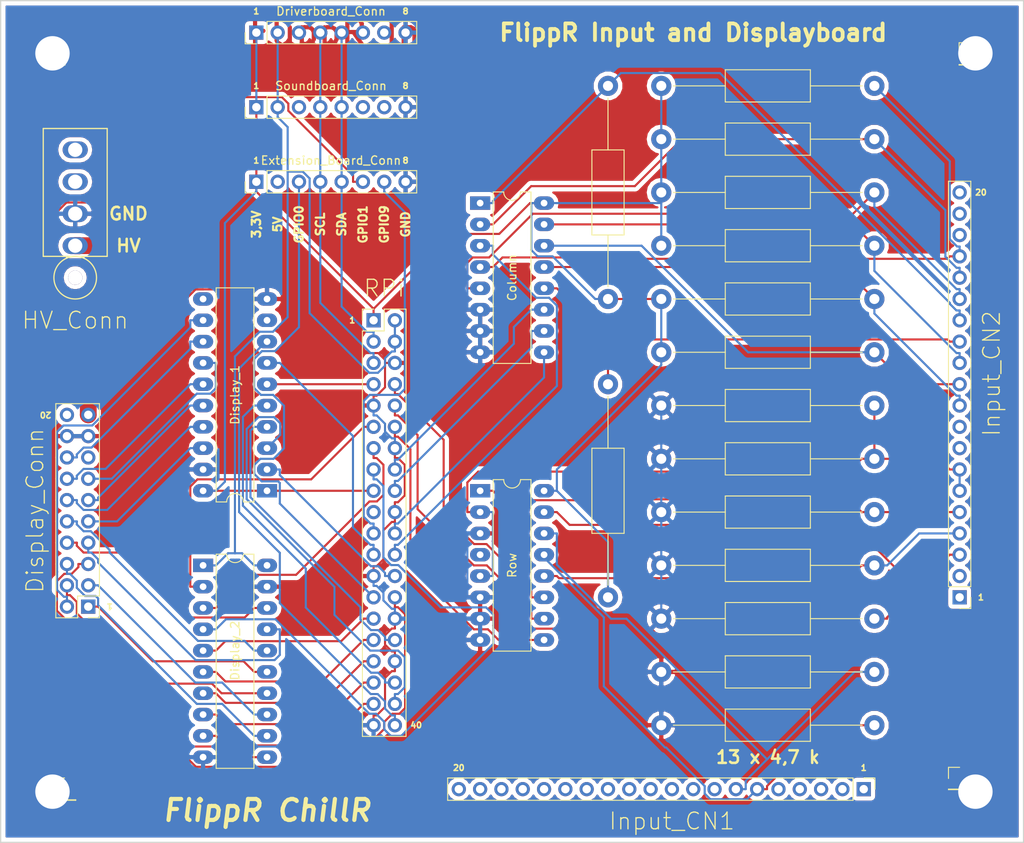
<source format=kicad_pcb>
(kicad_pcb (version 20171130) (host pcbnew 5.0.2-bee76a0~70~ubuntu18.04.1)

  (general
    (thickness 1.6)
    (drawings 32)
    (tracks 660)
    (zones 0)
    (modules 31)
    (nets 101)
  )

  (page A4)
  (layers
    (0 F.Cu signal hide)
    (31 B.Cu signal hide)
    (32 B.Adhes user)
    (33 F.Adhes user)
    (34 B.Paste user)
    (35 F.Paste user)
    (36 B.SilkS user)
    (37 F.SilkS user)
    (38 B.Mask user)
    (39 F.Mask user)
    (40 Dwgs.User user)
    (41 Cmts.User user)
    (42 Eco1.User user)
    (43 Eco2.User user)
    (44 Edge.Cuts user)
    (45 Margin user)
    (46 B.CrtYd user)
    (47 F.CrtYd user)
    (48 B.Fab user)
    (49 F.Fab user)
  )

  (setup
    (last_trace_width 0.25)
    (trace_clearance 0.2)
    (zone_clearance 0.508)
    (zone_45_only no)
    (trace_min 0.2)
    (segment_width 0.2)
    (edge_width 0.15)
    (via_size 0.8)
    (via_drill 0.4)
    (via_min_size 0.4)
    (via_min_drill 0.3)
    (uvia_size 0.3)
    (uvia_drill 0.1)
    (uvias_allowed no)
    (uvia_min_size 0.2)
    (uvia_min_drill 0.1)
    (pcb_text_width 0.3)
    (pcb_text_size 1.5 1.5)
    (mod_edge_width 0.15)
    (mod_text_size 1 1)
    (mod_text_width 0.15)
    (pad_size 8.5 8.5)
    (pad_drill 4.1)
    (pad_to_mask_clearance 0.051)
    (solder_mask_min_width 0.25)
    (aux_axis_origin 0 0)
    (visible_elements FFFFF77F)
    (pcbplotparams
      (layerselection 0x010fc_ffffffff)
      (usegerberextensions false)
      (usegerberattributes false)
      (usegerberadvancedattributes false)
      (creategerberjobfile false)
      (excludeedgelayer true)
      (linewidth 0.100000)
      (plotframeref false)
      (viasonmask false)
      (mode 1)
      (useauxorigin false)
      (hpglpennumber 1)
      (hpglpenspeed 20)
      (hpglpendiameter 15.000000)
      (psnegative false)
      (psa4output false)
      (plotreference true)
      (plotvalue true)
      (plotinvisibletext false)
      (padsonsilk false)
      (subtractmaskfromsilk false)
      (outputformat 1)
      (mirror false)
      (drillshape 1)
      (scaleselection 1)
      (outputdirectory ""))
  )

  (net 0 "")
  (net 1 "Net-(Column1-Pad14)")
  (net 2 +3V3)
  (net 3 "Net-(Column1-Pad5)")
  (net 4 GND)
  (net 5 /Row_4)
  (net 6 "Net-(Column1-Pad2)")
  (net 7 /Row_5)
  (net 8 "Net-(Column1-Pad4)")
  (net 9 /Row_0)
  (net 10 "Net-(Column1-Pad1)")
  (net 11 /Row_2)
  (net 12 "Net-(Column1-Pad12)")
  (net 13 "Net-(Column1-Pad15)")
  (net 14 /Row_1)
  (net 15 "Net-(Column1-Pad13)")
  (net 16 /Row_3)
  (net 17 "Net-(Display_1-Pad11)")
  (net 18 /~S1)
  (net 19 "Net-(Display_1-Pad12)")
  (net 20 /~S2)
  (net 21 "Net-(Display_1-Pad13)")
  (net 22 /~S3)
  (net 23 "Net-(Display_1-Pad14)")
  (net 24 /~S4)
  (net 25 "Net-(Display_1-Pad15)")
  (net 26 /~S5)
  (net 27 "Net-(Display_1-Pad16)")
  (net 28 /~S6)
  (net 29 "Net-(Display_1-Pad17)")
  (net 30 /~RUN)
  (net 31 "Net-(Display_1-Pad18)")
  (net 32 "Net-(Display_1-Pad9)")
  (net 33 +5V)
  (net 34 /~LT)
  (net 35 "Net-(Display_2-Pad18)")
  (net 36 /~D3)
  (net 37 "Net-(Display_2-Pad17)")
  (net 38 /~D2)
  (net 39 "Net-(Display_2-Pad16)")
  (net 40 /~D1)
  (net 41 "Net-(Display_2-Pad15)")
  (net 42 /~D0)
  (net 43 "Net-(Display_2-Pad14)")
  (net 44 /~A2)
  (net 45 "Net-(Display_2-Pad13)")
  (net 46 /~A1)
  (net 47 "Net-(Display_2-Pad12)")
  (net 48 /~A0)
  (net 49 "Net-(Display_2-Pad11)")
  (net 50 "Net-(Column1-Pad9)")
  (net 51 "Net-(Column1-Pad10)")
  (net 52 "Net-(Column1-Pad3)")
  (net 53 "Net-(Column1-Pad11)")
  (net 54 "Net-(Row1-Pad4)")
  (net 55 "Net-(RPi1-Pad8)")
  (net 56 "Net-(RPi1-Pad10)")
  (net 57 "Net-(RPi1-Pad12)")
  (net 58 "Net-(Driverboard_Conn1-Pad5)")
  (net 59 "Net-(Driverboard_Conn1-Pad4)")
  (net 60 "Net-(RPi1-Pad19)")
  (net 61 "Net-(Display_Conn1-Pad15)")
  (net 62 "Net-(Display_Conn1-Pad19)")
  (net 63 "Net-(Display_Conn1-Pad20)")
  (net 64 "Net-(Input_CN2-Pad1)")
  (net 65 "Net-(Input_CN2-Pad2)")
  (net 66 "Net-(Input_CN2-Pad8)")
  (net 67 "Net-(Input_CN2-Pad9)")
  (net 68 "Net-(Input_CN2-Pad18)")
  (net 69 "Net-(Input_CN2-Pad19)")
  (net 70 "Net-(Input_CN2-Pad20)")
  (net 71 "Net-(Input_CN1-Pad20)")
  (net 72 "Net-(Input_CN1-Pad19)")
  (net 73 "Net-(Input_CN1-Pad18)")
  (net 74 "Net-(Input_CN1-Pad17)")
  (net 75 "Net-(Input_CN1-Pad16)")
  (net 76 "Net-(Input_CN1-Pad15)")
  (net 77 "Net-(Input_CN1-Pad14)")
  (net 78 "Net-(Input_CN1-Pad13)")
  (net 79 "Net-(Input_CN1-Pad12)")
  (net 80 "Net-(Input_CN1-Pad11)")
  (net 81 "Net-(Input_CN1-Pad10)")
  (net 82 "Net-(Input_CN1-Pad9)")
  (net 83 "Net-(Input_CN1-Pad8)")
  (net 84 "Net-(Input_CN1-Pad5)")
  (net 85 "Net-(Input_CN1-Pad4)")
  (net 86 "Net-(Input_CN1-Pad3)")
  (net 87 "Net-(Input_CN1-Pad2)")
  (net 88 "Net-(Input_CN1-Pad1)")
  (net 89 "Net-(Extension_Board_Conn1-Pad3)")
  (net 90 "Net-(Extension_Board_Conn1-Pad6)")
  (net 91 "Net-(Extension_Board_Conn1-Pad7)")
  (net 92 "Net-(Driverboard_Conn1-Pad7)")
  (net 93 "Net-(Driverboard_Conn1-Pad6)")
  (net 94 "Net-(Driverboard_Conn1-Pad3)")
  (net 95 "Net-(Soundboard_Conn1-Pad3)")
  (net 96 "Net-(Soundboard_Conn1-Pad6)")
  (net 97 "Net-(Soundboard_Conn1-Pad7)")
  (net 98 /5.6V)
  (net 99 /PowerFailure)
  (net 100 +5C)

  (net_class Default "This is the default net class."
    (clearance 0.2)
    (trace_width 0.25)
    (via_dia 0.8)
    (via_drill 0.4)
    (uvia_dia 0.3)
    (uvia_drill 0.1)
    (add_net +3V3)
    (add_net +5C)
    (add_net +5V)
    (add_net /5.6V)
    (add_net /PowerFailure)
    (add_net /Row_0)
    (add_net /Row_1)
    (add_net /Row_2)
    (add_net /Row_3)
    (add_net /Row_4)
    (add_net /Row_5)
    (add_net /~A0)
    (add_net /~A1)
    (add_net /~A2)
    (add_net /~D0)
    (add_net /~D1)
    (add_net /~D2)
    (add_net /~D3)
    (add_net /~LT)
    (add_net /~RUN)
    (add_net /~S1)
    (add_net /~S2)
    (add_net /~S3)
    (add_net /~S4)
    (add_net /~S5)
    (add_net /~S6)
    (add_net GND)
    (add_net "Net-(Column1-Pad1)")
    (add_net "Net-(Column1-Pad10)")
    (add_net "Net-(Column1-Pad11)")
    (add_net "Net-(Column1-Pad12)")
    (add_net "Net-(Column1-Pad13)")
    (add_net "Net-(Column1-Pad14)")
    (add_net "Net-(Column1-Pad15)")
    (add_net "Net-(Column1-Pad2)")
    (add_net "Net-(Column1-Pad3)")
    (add_net "Net-(Column1-Pad4)")
    (add_net "Net-(Column1-Pad5)")
    (add_net "Net-(Column1-Pad9)")
    (add_net "Net-(Display_1-Pad11)")
    (add_net "Net-(Display_1-Pad12)")
    (add_net "Net-(Display_1-Pad13)")
    (add_net "Net-(Display_1-Pad14)")
    (add_net "Net-(Display_1-Pad15)")
    (add_net "Net-(Display_1-Pad16)")
    (add_net "Net-(Display_1-Pad17)")
    (add_net "Net-(Display_1-Pad18)")
    (add_net "Net-(Display_1-Pad9)")
    (add_net "Net-(Display_2-Pad11)")
    (add_net "Net-(Display_2-Pad12)")
    (add_net "Net-(Display_2-Pad13)")
    (add_net "Net-(Display_2-Pad14)")
    (add_net "Net-(Display_2-Pad15)")
    (add_net "Net-(Display_2-Pad16)")
    (add_net "Net-(Display_2-Pad17)")
    (add_net "Net-(Display_2-Pad18)")
    (add_net "Net-(Display_Conn1-Pad15)")
    (add_net "Net-(Display_Conn1-Pad19)")
    (add_net "Net-(Display_Conn1-Pad20)")
    (add_net "Net-(Driverboard_Conn1-Pad3)")
    (add_net "Net-(Driverboard_Conn1-Pad4)")
    (add_net "Net-(Driverboard_Conn1-Pad5)")
    (add_net "Net-(Driverboard_Conn1-Pad6)")
    (add_net "Net-(Driverboard_Conn1-Pad7)")
    (add_net "Net-(Extension_Board_Conn1-Pad3)")
    (add_net "Net-(Extension_Board_Conn1-Pad6)")
    (add_net "Net-(Extension_Board_Conn1-Pad7)")
    (add_net "Net-(Input_CN1-Pad1)")
    (add_net "Net-(Input_CN1-Pad10)")
    (add_net "Net-(Input_CN1-Pad11)")
    (add_net "Net-(Input_CN1-Pad12)")
    (add_net "Net-(Input_CN1-Pad13)")
    (add_net "Net-(Input_CN1-Pad14)")
    (add_net "Net-(Input_CN1-Pad15)")
    (add_net "Net-(Input_CN1-Pad16)")
    (add_net "Net-(Input_CN1-Pad17)")
    (add_net "Net-(Input_CN1-Pad18)")
    (add_net "Net-(Input_CN1-Pad19)")
    (add_net "Net-(Input_CN1-Pad2)")
    (add_net "Net-(Input_CN1-Pad20)")
    (add_net "Net-(Input_CN1-Pad3)")
    (add_net "Net-(Input_CN1-Pad4)")
    (add_net "Net-(Input_CN1-Pad5)")
    (add_net "Net-(Input_CN1-Pad8)")
    (add_net "Net-(Input_CN1-Pad9)")
    (add_net "Net-(Input_CN2-Pad1)")
    (add_net "Net-(Input_CN2-Pad18)")
    (add_net "Net-(Input_CN2-Pad19)")
    (add_net "Net-(Input_CN2-Pad2)")
    (add_net "Net-(Input_CN2-Pad20)")
    (add_net "Net-(Input_CN2-Pad8)")
    (add_net "Net-(Input_CN2-Pad9)")
    (add_net "Net-(RPi1-Pad10)")
    (add_net "Net-(RPi1-Pad12)")
    (add_net "Net-(RPi1-Pad19)")
    (add_net "Net-(RPi1-Pad8)")
    (add_net "Net-(Row1-Pad4)")
    (add_net "Net-(Soundboard_Conn1-Pad3)")
    (add_net "Net-(Soundboard_Conn1-Pad6)")
    (add_net "Net-(Soundboard_Conn1-Pad7)")
  )

  (module Connector_PinHeader_2.54mm:PinHeader_1x01_P2.54mm_Vertical (layer F.Cu) (tedit 5C537B41) (tstamp 5C54ED2C)
    (at 91.44 139.7)
    (descr "Through hole straight pin header, 1x01, 2.54mm pitch, single row")
    (tags "Through hole pin header THT 1x01 2.54mm single row")
    (fp_text reference REF** (at -13.97 1.27) (layer F.SilkS)
      (effects (font (size 1 1) (thickness 0.15)))
    )
    (fp_text value PinHeader_1x01_P2.54mm_Vertical (at 0 7.62) (layer F.Fab)
      (effects (font (size 1 1) (thickness 0.15)))
    )
    (fp_line (start -0.635 -1.27) (end 1.27 -1.27) (layer F.Fab) (width 0.1))
    (fp_line (start 1.27 -1.27) (end 1.27 1.27) (layer F.Fab) (width 0.1))
    (fp_line (start 1.27 1.27) (end -1.27 1.27) (layer F.Fab) (width 0.1))
    (fp_line (start -1.27 1.27) (end -1.27 -0.635) (layer F.Fab) (width 0.1))
    (fp_line (start -1.27 -0.635) (end -0.635 -1.27) (layer F.Fab) (width 0.1))
    (fp_line (start -1.33 1.33) (end 1.33 1.33) (layer F.SilkS) (width 0.12))
    (fp_line (start -1.33 1.27) (end -1.33 1.33) (layer F.SilkS) (width 0.12))
    (fp_line (start 1.33 1.27) (end 1.33 1.33) (layer F.SilkS) (width 0.12))
    (fp_line (start -1.33 1.27) (end 1.33 1.27) (layer F.SilkS) (width 0.12))
    (fp_line (start -1.33 0) (end -1.33 -1.33) (layer F.SilkS) (width 0.12))
    (fp_line (start -1.33 -1.33) (end 0 -1.33) (layer F.SilkS) (width 0.12))
    (fp_line (start -1.8 -1.8) (end -1.8 1.8) (layer F.CrtYd) (width 0.05))
    (fp_line (start -1.8 1.8) (end 1.8 1.8) (layer F.CrtYd) (width 0.05))
    (fp_line (start 1.8 1.8) (end 1.8 -1.8) (layer F.CrtYd) (width 0.05))
    (fp_line (start 1.8 -1.8) (end -1.8 -1.8) (layer F.CrtYd) (width 0.05))
    (fp_text user %R (at 0 0 90) (layer F.Fab)
      (effects (font (size 1 1) (thickness 0.15)))
    )
    (pad 1 thru_hole circle (at -1.44 0.3) (size 8.5 8.5) (drill 4.1) (layers *.Cu *.Mask))
    (model ${KISYS3DMOD}/Connector_PinHeader_2.54mm.3dshapes/PinHeader_1x01_P2.54mm_Vertical.wrl
      (at (xyz 0 0 0))
      (scale (xyz 1 1 1))
      (rotate (xyz 0 0 0))
    )
  )

  (module Connector_PinHeader_2.54mm:PinHeader_1x01_P2.54mm_Vertical (layer F.Cu) (tedit 5C537B4E) (tstamp 5C54ED2C)
    (at 198.12 138.43)
    (descr "Through hole straight pin header, 1x01, 2.54mm pitch, single row")
    (tags "Through hole pin header THT 1x01 2.54mm single row")
    (fp_text reference REF** (at 13.97 -2.54) (layer F.SilkS)
      (effects (font (size 1 1) (thickness 0.15)))
    )
    (fp_text value PinHeader_1x01_P2.54mm_Vertical (at 0 2.33) (layer F.Fab)
      (effects (font (size 1 1) (thickness 0.15)))
    )
    (fp_line (start -0.635 -1.27) (end 1.27 -1.27) (layer F.Fab) (width 0.1))
    (fp_line (start 1.27 -1.27) (end 1.27 1.27) (layer F.Fab) (width 0.1))
    (fp_line (start 1.27 1.27) (end -1.27 1.27) (layer F.Fab) (width 0.1))
    (fp_line (start -1.27 1.27) (end -1.27 -0.635) (layer F.Fab) (width 0.1))
    (fp_line (start -1.27 -0.635) (end -0.635 -1.27) (layer F.Fab) (width 0.1))
    (fp_line (start -1.33 1.33) (end 1.33 1.33) (layer F.SilkS) (width 0.12))
    (fp_line (start -1.33 1.27) (end -1.33 1.33) (layer F.SilkS) (width 0.12))
    (fp_line (start 1.33 1.27) (end 1.33 1.33) (layer F.SilkS) (width 0.12))
    (fp_line (start -1.33 1.27) (end 1.33 1.27) (layer F.SilkS) (width 0.12))
    (fp_line (start -1.33 0) (end -1.33 -1.33) (layer F.SilkS) (width 0.12))
    (fp_line (start -1.33 -1.33) (end 0 -1.33) (layer F.SilkS) (width 0.12))
    (fp_line (start -1.8 -1.8) (end -1.8 1.8) (layer F.CrtYd) (width 0.05))
    (fp_line (start -1.8 1.8) (end 1.8 1.8) (layer F.CrtYd) (width 0.05))
    (fp_line (start 1.8 1.8) (end 1.8 -1.8) (layer F.CrtYd) (width 0.05))
    (fp_line (start 1.8 -1.8) (end -1.8 -1.8) (layer F.CrtYd) (width 0.05))
    (fp_text user %R (at 0 0 90) (layer F.Fab)
      (effects (font (size 1 1) (thickness 0.15)))
    )
    (pad 1 thru_hole circle (at 1.88 1.57) (size 8.5 8.5) (drill 4.1) (layers *.Cu *.Mask))
    (model ${KISYS3DMOD}/Connector_PinHeader_2.54mm.3dshapes/PinHeader_1x01_P2.54mm_Vertical.wrl
      (at (xyz 0 0 0))
      (scale (xyz 1 1 1))
      (rotate (xyz 0 0 0))
    )
  )

  (module Connector_PinHeader_2.54mm:PinHeader_1x01_P2.54mm_Vertical (layer F.Cu) (tedit 5C537B26) (tstamp 5C54ED2C)
    (at 199.39 52.07)
    (descr "Through hole straight pin header, 1x01, 2.54mm pitch, single row")
    (tags "Through hole pin header THT 1x01 2.54mm single row")
    (fp_text reference REF** (at -1.27 -11.43) (layer F.SilkS)
      (effects (font (size 1 1) (thickness 0.15)))
    )
    (fp_text value PinHeader_1x01_P2.54mm_Vertical (at 15.24 -10.16) (layer F.Fab)
      (effects (font (size 1 1) (thickness 0.15)))
    )
    (fp_line (start -0.635 -1.27) (end 1.27 -1.27) (layer F.Fab) (width 0.1))
    (fp_line (start 1.27 -1.27) (end 1.27 1.27) (layer F.Fab) (width 0.1))
    (fp_line (start 1.27 1.27) (end -1.27 1.27) (layer F.Fab) (width 0.1))
    (fp_line (start -1.27 1.27) (end -1.27 -0.635) (layer F.Fab) (width 0.1))
    (fp_line (start -1.27 -0.635) (end -0.635 -1.27) (layer F.Fab) (width 0.1))
    (fp_line (start -1.33 1.33) (end 1.33 1.33) (layer F.SilkS) (width 0.12))
    (fp_line (start -1.33 1.27) (end -1.33 1.33) (layer F.SilkS) (width 0.12))
    (fp_line (start 1.33 1.27) (end 1.33 1.33) (layer F.SilkS) (width 0.12))
    (fp_line (start -1.33 1.27) (end 1.33 1.27) (layer F.SilkS) (width 0.12))
    (fp_line (start -1.33 0) (end -1.33 -1.33) (layer F.SilkS) (width 0.12))
    (fp_line (start -1.33 -1.33) (end 0 -1.33) (layer F.SilkS) (width 0.12))
    (fp_line (start -1.8 -1.8) (end -1.8 1.8) (layer F.CrtYd) (width 0.05))
    (fp_line (start -1.8 1.8) (end 1.8 1.8) (layer F.CrtYd) (width 0.05))
    (fp_line (start 1.8 1.8) (end 1.8 -1.8) (layer F.CrtYd) (width 0.05))
    (fp_line (start 1.8 -1.8) (end -1.8 -1.8) (layer F.CrtYd) (width 0.05))
    (fp_text user %R (at 11.43 -1.27 90) (layer F.Fab)
      (effects (font (size 1 1) (thickness 0.15)))
    )
    (pad 1 thru_hole circle (at 0.61 -0.07) (size 8.5 8.5) (drill 4.1) (layers *.Cu *.Mask))
    (model ${KISYS3DMOD}/Connector_PinHeader_2.54mm.3dshapes/PinHeader_1x01_P2.54mm_Vertical.wrl
      (at (xyz 0 0 0))
      (scale (xyz 1 1 1))
      (rotate (xyz 0 0 0))
    )
  )

  (module Connector:Dicker170V_Conn (layer F.Cu) (tedit 5C536FA3) (tstamp 5C54E2C5)
    (at 92.71 71.12)
    (path /5C566356)
    (fp_text reference HV_Conn (at 0 12.7) (layer F.SilkS)
      (effects (font (size 2 2) (thickness 0.15)))
    )
    (fp_text value Conn_01x04_Male (at -20.32 -6.35) (layer F.Fab)
      (effects (font (size 1 1) (thickness 0.15)))
    )
    (fp_line (start -3.81 5.08) (end -3.81 -10.16) (layer F.Fab) (width 0.15))
    (fp_line (start -3.81 -10.16) (end 3.81 -10.16) (layer F.Fab) (width 0.15))
    (fp_line (start 3.81 -10.16) (end 3.81 5.08) (layer F.Fab) (width 0.15))
    (fp_line (start -3.81 5.08) (end 3.81 5.08) (layer F.Fab) (width 0.15))
    (fp_circle (center 0 7.62) (end 2.55 7.62) (layer F.Fab) (width 0.15))
    (fp_line (start -3.81 -10.16) (end -3.81 5.08) (layer F.SilkS) (width 0.15))
    (fp_line (start -3.81 5.08) (end 3.81 5.08) (layer F.SilkS) (width 0.15))
    (fp_line (start 3.81 5.08) (end 3.81 -10.16) (layer F.SilkS) (width 0.15))
    (fp_line (start 3.81 -10.16) (end -3.81 -10.16) (layer F.SilkS) (width 0.15))
    (fp_circle (center 0 7.62) (end 2.54 7.62) (layer F.SilkS) (width 0.15))
    (pad 2 thru_hole oval (at 0 0) (size 3 2) (drill 1.7) (layers *.Cu *.Mask)
      (net 4 GND))
    (pad 4 thru_hole oval (at 0 -7.62) (size 3 2) (drill 1.7) (layers *.Cu *.Mask)
      (net 98 /5.6V))
    (pad 3 thru_hole oval (at 0 -3.81) (size 3 2) (drill 1.7) (layers *.Cu *.Mask)
      (net 99 /PowerFailure))
    (pad 1 thru_hole oval (at 0 3.81) (size 3 2) (drill 1.7) (layers *.Cu *.Mask)
      (net 62 "Net-(Display_Conn1-Pad19)"))
    (pad 0 thru_hole oval (at 0 7.62) (size 1.7 1.7) (drill 1.7) (layers *.Cu *.Mask))
  )

  (module Connector_PinHeader_2.54mm:PinHeader_1x08_P2.54mm_Vertical (layer F.Cu) (tedit 5C536F6B) (tstamp 5C54E2B2)
    (at 114.3 58.42 90)
    (descr "Through hole straight pin header, 1x08, 2.54mm pitch, single row")
    (tags "Through hole pin header THT 1x08 2.54mm single row")
    (path /5C4A6D5D)
    (fp_text reference Soundboard_Conn (at 2.54 8.89 180) (layer F.SilkS)
      (effects (font (size 1 1) (thickness 0.15)))
    )
    (fp_text value Conn_01x08 (at 0 20.11 90) (layer F.Fab)
      (effects (font (size 1 1) (thickness 0.15)))
    )
    (fp_line (start -0.635 -1.27) (end 1.27 -1.27) (layer F.Fab) (width 0.1))
    (fp_line (start 1.27 -1.27) (end 1.27 19.05) (layer F.Fab) (width 0.1))
    (fp_line (start 1.27 19.05) (end -1.27 19.05) (layer F.Fab) (width 0.1))
    (fp_line (start -1.27 19.05) (end -1.27 -0.635) (layer F.Fab) (width 0.1))
    (fp_line (start -1.27 -0.635) (end -0.635 -1.27) (layer F.Fab) (width 0.1))
    (fp_line (start -1.33 19.11) (end 1.33 19.11) (layer F.SilkS) (width 0.12))
    (fp_line (start -1.33 1.27) (end -1.33 19.11) (layer F.SilkS) (width 0.12))
    (fp_line (start 1.33 1.27) (end 1.33 19.11) (layer F.SilkS) (width 0.12))
    (fp_line (start -1.33 1.27) (end 1.33 1.27) (layer F.SilkS) (width 0.12))
    (fp_line (start -1.33 0) (end -1.33 -1.33) (layer F.SilkS) (width 0.12))
    (fp_line (start -1.33 -1.33) (end 0 -1.33) (layer F.SilkS) (width 0.12))
    (fp_line (start -1.8 -1.8) (end -1.8 19.55) (layer F.CrtYd) (width 0.05))
    (fp_line (start -1.8 19.55) (end 1.8 19.55) (layer F.CrtYd) (width 0.05))
    (fp_line (start 1.8 19.55) (end 1.8 -1.8) (layer F.CrtYd) (width 0.05))
    (fp_line (start 1.8 -1.8) (end -1.8 -1.8) (layer F.CrtYd) (width 0.05))
    (fp_text user %R (at 0 8.89 180) (layer F.Fab)
      (effects (font (size 1 1) (thickness 0.15)))
    )
    (pad 1 thru_hole rect (at 0 0 90) (size 1.7 1.7) (drill 1) (layers *.Cu *.Mask)
      (net 2 +3V3))
    (pad 2 thru_hole oval (at 0 2.54 90) (size 1.7 1.7) (drill 1) (layers *.Cu *.Mask)
      (net 33 +5V))
    (pad 3 thru_hole oval (at 0 5.08 90) (size 1.7 1.7) (drill 1) (layers *.Cu *.Mask)
      (net 95 "Net-(Soundboard_Conn1-Pad3)"))
    (pad 4 thru_hole oval (at 0 7.62 90) (size 1.7 1.7) (drill 1) (layers *.Cu *.Mask)
      (net 59 "Net-(Driverboard_Conn1-Pad4)"))
    (pad 5 thru_hole oval (at 0 10.16 90) (size 1.7 1.7) (drill 1) (layers *.Cu *.Mask)
      (net 58 "Net-(Driverboard_Conn1-Pad5)"))
    (pad 6 thru_hole oval (at 0 12.7 90) (size 1.7 1.7) (drill 1) (layers *.Cu *.Mask)
      (net 96 "Net-(Soundboard_Conn1-Pad6)"))
    (pad 7 thru_hole oval (at 0 15.24 90) (size 1.7 1.7) (drill 1) (layers *.Cu *.Mask)
      (net 97 "Net-(Soundboard_Conn1-Pad7)"))
    (pad 8 thru_hole oval (at 0 17.78 90) (size 1.7 1.7) (drill 1) (layers *.Cu *.Mask)
      (net 4 GND))
    (model ${KISYS3DMOD}/Connector_PinHeader_2.54mm.3dshapes/PinHeader_1x08_P2.54mm_Vertical.wrl
      (at (xyz 0 0 0))
      (scale (xyz 1 1 1))
      (rotate (xyz 0 0 0))
    )
  )

  (module Connector_PinHeader_2.54mm:PinHeader_1x08_P2.54mm_Vertical (layer F.Cu) (tedit 5C536F7A) (tstamp 5C54E296)
    (at 114.3 49.53 90)
    (descr "Through hole straight pin header, 1x08, 2.54mm pitch, single row")
    (tags "Through hole pin header THT 1x08 2.54mm single row")
    (path /5C4A7039)
    (fp_text reference Driverboard_Conn (at 2.54 8.89 180) (layer F.SilkS)
      (effects (font (size 1 1) (thickness 0.15)))
    )
    (fp_text value Conn_01x08 (at 0 20.11 90) (layer F.Fab)
      (effects (font (size 1 1) (thickness 0.15)))
    )
    (fp_text user %R (at 0 8.89 180) (layer F.Fab)
      (effects (font (size 1 1) (thickness 0.15)))
    )
    (fp_line (start 1.8 -1.8) (end -1.8 -1.8) (layer F.CrtYd) (width 0.05))
    (fp_line (start 1.8 19.55) (end 1.8 -1.8) (layer F.CrtYd) (width 0.05))
    (fp_line (start -1.8 19.55) (end 1.8 19.55) (layer F.CrtYd) (width 0.05))
    (fp_line (start -1.8 -1.8) (end -1.8 19.55) (layer F.CrtYd) (width 0.05))
    (fp_line (start -1.33 -1.33) (end 0 -1.33) (layer F.SilkS) (width 0.12))
    (fp_line (start -1.33 0) (end -1.33 -1.33) (layer F.SilkS) (width 0.12))
    (fp_line (start -1.33 1.27) (end 1.33 1.27) (layer F.SilkS) (width 0.12))
    (fp_line (start 1.33 1.27) (end 1.33 19.11) (layer F.SilkS) (width 0.12))
    (fp_line (start -1.33 1.27) (end -1.33 19.11) (layer F.SilkS) (width 0.12))
    (fp_line (start -1.33 19.11) (end 1.33 19.11) (layer F.SilkS) (width 0.12))
    (fp_line (start -1.27 -0.635) (end -0.635 -1.27) (layer F.Fab) (width 0.1))
    (fp_line (start -1.27 19.05) (end -1.27 -0.635) (layer F.Fab) (width 0.1))
    (fp_line (start 1.27 19.05) (end -1.27 19.05) (layer F.Fab) (width 0.1))
    (fp_line (start 1.27 -1.27) (end 1.27 19.05) (layer F.Fab) (width 0.1))
    (fp_line (start -0.635 -1.27) (end 1.27 -1.27) (layer F.Fab) (width 0.1))
    (pad 8 thru_hole oval (at 0 17.78 90) (size 1.7 1.7) (drill 1) (layers *.Cu *.Mask)
      (net 4 GND))
    (pad 7 thru_hole oval (at 0 15.24 90) (size 1.7 1.7) (drill 1) (layers *.Cu *.Mask)
      (net 92 "Net-(Driverboard_Conn1-Pad7)"))
    (pad 6 thru_hole oval (at 0 12.7 90) (size 1.7 1.7) (drill 1) (layers *.Cu *.Mask)
      (net 93 "Net-(Driverboard_Conn1-Pad6)"))
    (pad 5 thru_hole oval (at 0 10.16 90) (size 1.7 1.7) (drill 1) (layers *.Cu *.Mask)
      (net 58 "Net-(Driverboard_Conn1-Pad5)"))
    (pad 4 thru_hole oval (at 0 7.62 90) (size 1.7 1.7) (drill 1) (layers *.Cu *.Mask)
      (net 59 "Net-(Driverboard_Conn1-Pad4)"))
    (pad 3 thru_hole oval (at 0 5.08 90) (size 1.7 1.7) (drill 1) (layers *.Cu *.Mask)
      (net 94 "Net-(Driverboard_Conn1-Pad3)"))
    (pad 2 thru_hole oval (at 0 2.54 90) (size 1.7 1.7) (drill 1) (layers *.Cu *.Mask)
      (net 33 +5V))
    (pad 1 thru_hole rect (at 0 0 90) (size 1.7 1.7) (drill 1) (layers *.Cu *.Mask)
      (net 2 +3V3))
    (model ${KISYS3DMOD}/Connector_PinHeader_2.54mm.3dshapes/PinHeader_1x08_P2.54mm_Vertical.wrl
      (at (xyz 0 0 0))
      (scale (xyz 1 1 1))
      (rotate (xyz 0 0 0))
    )
  )

  (module Connector_PinHeader_2.54mm:PinHeader_1x08_P2.54mm_Vertical (layer F.Cu) (tedit 5C536EFF) (tstamp 5C54E27A)
    (at 114.3 67.31 90)
    (descr "Through hole straight pin header, 1x08, 2.54mm pitch, single row")
    (tags "Through hole pin header THT 1x08 2.54mm single row")
    (path /5C5DD701)
    (fp_text reference Extension_Board_Conn (at 2.54 8.89 180) (layer F.SilkS)
      (effects (font (size 1 1) (thickness 0.15)))
    )
    (fp_text value Conn_01x08 (at 0 20.11 90) (layer F.Fab)
      (effects (font (size 1 1) (thickness 0.15)))
    )
    (fp_line (start -0.635 -1.27) (end 1.27 -1.27) (layer F.Fab) (width 0.1))
    (fp_line (start 1.27 -1.27) (end 1.27 19.05) (layer F.Fab) (width 0.1))
    (fp_line (start 1.27 19.05) (end -1.27 19.05) (layer F.Fab) (width 0.1))
    (fp_line (start -1.27 19.05) (end -1.27 -0.635) (layer F.Fab) (width 0.1))
    (fp_line (start -1.27 -0.635) (end -0.635 -1.27) (layer F.Fab) (width 0.1))
    (fp_line (start -1.33 19.11) (end 1.33 19.11) (layer F.SilkS) (width 0.12))
    (fp_line (start -1.33 1.27) (end -1.33 19.11) (layer F.SilkS) (width 0.12))
    (fp_line (start 1.33 1.27) (end 1.33 19.11) (layer F.SilkS) (width 0.12))
    (fp_line (start -1.33 1.27) (end 1.33 1.27) (layer F.SilkS) (width 0.12))
    (fp_line (start -1.33 0) (end -1.33 -1.33) (layer F.SilkS) (width 0.12))
    (fp_line (start -1.33 -1.33) (end 0 -1.33) (layer F.SilkS) (width 0.12))
    (fp_line (start -1.8 -1.8) (end -1.8 19.55) (layer F.CrtYd) (width 0.05))
    (fp_line (start -1.8 19.55) (end 1.8 19.55) (layer F.CrtYd) (width 0.05))
    (fp_line (start 1.8 19.55) (end 1.8 -1.8) (layer F.CrtYd) (width 0.05))
    (fp_line (start 1.8 -1.8) (end -1.8 -1.8) (layer F.CrtYd) (width 0.05))
    (fp_text user %R (at 6.35 30.48 180) (layer F.Fab)
      (effects (font (size 1 1) (thickness 0.15)))
    )
    (pad 1 thru_hole rect (at 0 0 90) (size 1.7 1.7) (drill 1) (layers *.Cu *.Mask)
      (net 2 +3V3))
    (pad 2 thru_hole oval (at 0 2.54 90) (size 1.7 1.7) (drill 1) (layers *.Cu *.Mask)
      (net 100 +5C))
    (pad 3 thru_hole oval (at 0 5.08 90) (size 1.7 1.7) (drill 1) (layers *.Cu *.Mask)
      (net 89 "Net-(Extension_Board_Conn1-Pad3)"))
    (pad 4 thru_hole oval (at 0 7.62 90) (size 1.7 1.7) (drill 1) (layers *.Cu *.Mask)
      (net 59 "Net-(Driverboard_Conn1-Pad4)"))
    (pad 5 thru_hole oval (at 0 10.16 90) (size 1.7 1.7) (drill 1) (layers *.Cu *.Mask)
      (net 58 "Net-(Driverboard_Conn1-Pad5)"))
    (pad 6 thru_hole oval (at 0 12.7 90) (size 1.7 1.7) (drill 1) (layers *.Cu *.Mask)
      (net 90 "Net-(Extension_Board_Conn1-Pad6)"))
    (pad 7 thru_hole oval (at 0 15.24 90) (size 1.7 1.7) (drill 1) (layers *.Cu *.Mask)
      (net 91 "Net-(Extension_Board_Conn1-Pad7)"))
    (pad 8 thru_hole oval (at 0 17.78 90) (size 1.7 1.7) (drill 1) (layers *.Cu *.Mask)
      (net 4 GND))
    (model ${KISYS3DMOD}/Connector_PinHeader_2.54mm.3dshapes/PinHeader_1x08_P2.54mm_Vertical.wrl
      (at (xyz 0 0 0))
      (scale (xyz 1 1 1))
      (rotate (xyz 0 0 0))
    )
  )

  (module Connector_PinHeader_2.54mm:PinHeader_2x10_P2.54mm_Vertical (layer F.Cu) (tedit 5C536F9F) (tstamp 5C54E20E)
    (at 94.2652 117.947 180)
    (descr "Through hole straight pin header, 2x10, 2.54mm pitch, double rows")
    (tags "Through hole pin header THT 2x10 2.54mm double row")
    (path /5C4A4311)
    (fp_text reference Display_Conn (at 6.35 11.43 270) (layer F.SilkS)
      (effects (font (size 2 2) (thickness 0.15)))
    )
    (fp_text value Conn_02x10_Odd_Even (at -24.13 13.97 180) (layer F.Fab)
      (effects (font (size 1 1) (thickness 0.15)))
    )
    (fp_line (start 0 -1.27) (end 3.81 -1.27) (layer F.Fab) (width 0.1))
    (fp_line (start 3.81 -1.27) (end 3.81 24.13) (layer F.Fab) (width 0.1))
    (fp_line (start 3.81 24.13) (end -1.27 24.13) (layer F.Fab) (width 0.1))
    (fp_line (start -1.27 24.13) (end -1.27 0) (layer F.Fab) (width 0.1))
    (fp_line (start -1.27 0) (end 0 -1.27) (layer F.Fab) (width 0.1))
    (fp_line (start -1.33 24.19) (end 3.87 24.19) (layer F.SilkS) (width 0.12))
    (fp_line (start -1.33 1.27) (end -1.33 24.19) (layer F.SilkS) (width 0.12))
    (fp_line (start 3.87 -1.33) (end 3.87 24.19) (layer F.SilkS) (width 0.12))
    (fp_line (start -1.33 1.27) (end 1.27 1.27) (layer F.SilkS) (width 0.12))
    (fp_line (start 1.27 1.27) (end 1.27 -1.33) (layer F.SilkS) (width 0.12))
    (fp_line (start 1.27 -1.33) (end 3.87 -1.33) (layer F.SilkS) (width 0.12))
    (fp_line (start -1.33 0) (end -1.33 -1.33) (layer F.SilkS) (width 0.12))
    (fp_line (start -1.33 -1.33) (end 0 -1.33) (layer F.SilkS) (width 0.12))
    (fp_line (start -1.8 -1.8) (end -1.8 24.65) (layer F.CrtYd) (width 0.05))
    (fp_line (start -1.8 24.65) (end 4.35 24.65) (layer F.CrtYd) (width 0.05))
    (fp_line (start 4.35 24.65) (end 4.35 -1.8) (layer F.CrtYd) (width 0.05))
    (fp_line (start 4.35 -1.8) (end -1.8 -1.8) (layer F.CrtYd) (width 0.05))
    (fp_text user %R (at 1.27 11.43 270) (layer F.Fab)
      (effects (font (size 1 1) (thickness 0.15)))
    )
    (pad 1 thru_hole rect (at 0 0 180) (size 1.7 1.7) (drill 1) (layers *.Cu *.Mask)
      (net 41 "Net-(Display_2-Pad15)"))
    (pad 2 thru_hole oval (at 2.54 0 180) (size 1.7 1.7) (drill 1) (layers *.Cu *.Mask)
      (net 19 "Net-(Display_1-Pad12)"))
    (pad 3 thru_hole oval (at 0 2.54 180) (size 1.7 1.7) (drill 1) (layers *.Cu *.Mask)
      (net 45 "Net-(Display_2-Pad13)"))
    (pad 4 thru_hole oval (at 2.54 2.54 180) (size 1.7 1.7) (drill 1) (layers *.Cu *.Mask)
      (net 43 "Net-(Display_2-Pad14)"))
    (pad 5 thru_hole oval (at 0 5.08 180) (size 1.7 1.7) (drill 1) (layers *.Cu *.Mask)
      (net 49 "Net-(Display_2-Pad11)"))
    (pad 6 thru_hole oval (at 2.54 5.08 180) (size 1.7 1.7) (drill 1) (layers *.Cu *.Mask)
      (net 47 "Net-(Display_2-Pad12)"))
    (pad 7 thru_hole oval (at 0 7.62 180) (size 1.7 1.7) (drill 1) (layers *.Cu *.Mask)
      (net 37 "Net-(Display_2-Pad17)"))
    (pad 8 thru_hole oval (at 2.54 7.62 180) (size 1.7 1.7) (drill 1) (layers *.Cu *.Mask)
      (net 35 "Net-(Display_2-Pad18)"))
    (pad 9 thru_hole oval (at 0 10.16 180) (size 1.7 1.7) (drill 1) (layers *.Cu *.Mask)
      (net 31 "Net-(Display_1-Pad18)"))
    (pad 10 thru_hole oval (at 2.54 10.16 180) (size 1.7 1.7) (drill 1) (layers *.Cu *.Mask)
      (net 39 "Net-(Display_2-Pad16)"))
    (pad 11 thru_hole oval (at 0 12.7 180) (size 1.7 1.7) (drill 1) (layers *.Cu *.Mask)
      (net 27 "Net-(Display_1-Pad16)"))
    (pad 12 thru_hole oval (at 2.54 12.7 180) (size 1.7 1.7) (drill 1) (layers *.Cu *.Mask)
      (net 29 "Net-(Display_1-Pad17)"))
    (pad 13 thru_hole oval (at 0 15.24 180) (size 1.7 1.7) (drill 1) (layers *.Cu *.Mask)
      (net 23 "Net-(Display_1-Pad14)"))
    (pad 14 thru_hole oval (at 2.54 15.24 180) (size 1.7 1.7) (drill 1) (layers *.Cu *.Mask)
      (net 25 "Net-(Display_1-Pad15)"))
    (pad 15 thru_hole oval (at 0 17.78 180) (size 1.7 1.7) (drill 1) (layers *.Cu *.Mask)
      (net 61 "Net-(Display_Conn1-Pad15)"))
    (pad 16 thru_hole oval (at 2.54 17.78 180) (size 1.7 1.7) (drill 1) (layers *.Cu *.Mask)
      (net 21 "Net-(Display_1-Pad13)"))
    (pad 17 thru_hole oval (at 0 20.32 180) (size 1.7 1.7) (drill 1) (layers *.Cu *.Mask)
      (net 4 GND))
    (pad 18 thru_hole oval (at 2.54 20.32 180) (size 1.7 1.7) (drill 1) (layers *.Cu *.Mask)
      (net 4 GND))
    (pad 19 thru_hole oval (at 0 22.86 180) (size 1.7 1.7) (drill 1) (layers *.Cu *.Mask)
      (net 62 "Net-(Display_Conn1-Pad19)"))
    (pad 20 thru_hole oval (at 2.54 22.86 180) (size 1.7 1.7) (drill 1) (layers *.Cu *.Mask)
      (net 63 "Net-(Display_Conn1-Pad20)"))
    (model ${KISYS3DMOD}/Connector_PinHeader_2.54mm.3dshapes/PinHeader_2x10_P2.54mm_Vertical.wrl
      (at (xyz 0 0 0))
      (scale (xyz 1 1 1))
      (rotate (xyz 0 0 0))
    )
  )

  (module Connector_PinHeader_2.54mm:PinHeader_2x20_P2.54mm_Vertical (layer F.Cu) (tedit 5C536F8C) (tstamp 5C54E1E4)
    (at 128.27 83.82)
    (descr "Through hole straight pin header, 2x20, 2.54mm pitch, double rows")
    (tags "Through hole pin header THT 2x20 2.54mm double row")
    (path /5C4A3BB2)
    (fp_text reference RPi (at 1.27 -3.81) (layer F.SilkS)
      (effects (font (size 2 2) (thickness 0.15)))
    )
    (fp_text value Raspberry_Pi_2_3 (at 1.27 50.59) (layer F.Fab)
      (effects (font (size 1 1) (thickness 0.15)))
    )
    (fp_line (start 0 -1.27) (end 3.81 -1.27) (layer F.Fab) (width 0.1))
    (fp_line (start 3.81 -1.27) (end 3.81 49.53) (layer F.Fab) (width 0.1))
    (fp_line (start 3.81 49.53) (end -1.27 49.53) (layer F.Fab) (width 0.1))
    (fp_line (start -1.27 49.53) (end -1.27 0) (layer F.Fab) (width 0.1))
    (fp_line (start -1.27 0) (end 0 -1.27) (layer F.Fab) (width 0.1))
    (fp_line (start -1.33 49.59) (end 3.87 49.59) (layer F.SilkS) (width 0.12))
    (fp_line (start -1.33 1.27) (end -1.33 49.59) (layer F.SilkS) (width 0.12))
    (fp_line (start 3.87 -1.33) (end 3.87 49.59) (layer F.SilkS) (width 0.12))
    (fp_line (start -1.33 1.27) (end 1.27 1.27) (layer F.SilkS) (width 0.12))
    (fp_line (start 1.27 1.27) (end 1.27 -1.33) (layer F.SilkS) (width 0.12))
    (fp_line (start 1.27 -1.33) (end 3.87 -1.33) (layer F.SilkS) (width 0.12))
    (fp_line (start -1.33 0) (end -1.33 -1.33) (layer F.SilkS) (width 0.12))
    (fp_line (start -1.33 -1.33) (end 0 -1.33) (layer F.SilkS) (width 0.12))
    (fp_line (start -1.8 -1.8) (end -1.8 50.05) (layer F.CrtYd) (width 0.05))
    (fp_line (start -1.8 50.05) (end 4.35 50.05) (layer F.CrtYd) (width 0.05))
    (fp_line (start 4.35 50.05) (end 4.35 -1.8) (layer F.CrtYd) (width 0.05))
    (fp_line (start 4.35 -1.8) (end -1.8 -1.8) (layer F.CrtYd) (width 0.05))
    (fp_text user %R (at 1.27 24.13 90) (layer F.Fab)
      (effects (font (size 1 1) (thickness 0.15)))
    )
    (pad 1 thru_hole rect (at 0 0) (size 1.7 1.7) (drill 1) (layers *.Cu *.Mask)
      (net 2 +3V3))
    (pad 2 thru_hole oval (at 2.54 0) (size 1.7 1.7) (drill 1) (layers *.Cu *.Mask)
      (net 33 +5V))
    (pad 3 thru_hole oval (at 0 2.54) (size 1.7 1.7) (drill 1) (layers *.Cu *.Mask)
      (net 58 "Net-(Driverboard_Conn1-Pad5)"))
    (pad 4 thru_hole oval (at 2.54 2.54) (size 1.7 1.7) (drill 1) (layers *.Cu *.Mask)
      (net 33 +5V))
    (pad 5 thru_hole oval (at 0 5.08) (size 1.7 1.7) (drill 1) (layers *.Cu *.Mask)
      (net 59 "Net-(Driverboard_Conn1-Pad4)"))
    (pad 6 thru_hole oval (at 2.54 5.08) (size 1.7 1.7) (drill 1) (layers *.Cu *.Mask)
      (net 4 GND))
    (pad 7 thru_hole oval (at 0 7.62) (size 1.7 1.7) (drill 1) (layers *.Cu *.Mask)
      (net 26 /~S5))
    (pad 8 thru_hole oval (at 2.54 7.62) (size 1.7 1.7) (drill 1) (layers *.Cu *.Mask)
      (net 55 "Net-(RPi1-Pad8)"))
    (pad 9 thru_hole oval (at 0 10.16) (size 1.7 1.7) (drill 1) (layers *.Cu *.Mask)
      (net 4 GND))
    (pad 10 thru_hole oval (at 2.54 10.16) (size 1.7 1.7) (drill 1) (layers *.Cu *.Mask)
      (net 56 "Net-(RPi1-Pad10)"))
    (pad 11 thru_hole oval (at 0 12.7) (size 1.7 1.7) (drill 1) (layers *.Cu *.Mask)
      (net 48 /~A0))
    (pad 12 thru_hole oval (at 2.54 12.7) (size 1.7 1.7) (drill 1) (layers *.Cu *.Mask)
      (net 57 "Net-(RPi1-Pad12)"))
    (pad 13 thru_hole oval (at 0 15.24) (size 1.7 1.7) (drill 1) (layers *.Cu *.Mask)
      (net 46 /~A1))
    (pad 14 thru_hole oval (at 2.54 15.24) (size 1.7 1.7) (drill 1) (layers *.Cu *.Mask)
      (net 4 GND))
    (pad 15 thru_hole oval (at 0 17.78) (size 1.7 1.7) (drill 1) (layers *.Cu *.Mask)
      (net 44 /~A2))
    (pad 16 thru_hole oval (at 2.54 17.78) (size 1.7 1.7) (drill 1) (layers *.Cu *.Mask)
      (net 53 "Net-(Column1-Pad11)"))
    (pad 17 thru_hole oval (at 0 20.32) (size 1.7 1.7) (drill 1) (layers *.Cu *.Mask)
      (net 2 +3V3))
    (pad 18 thru_hole oval (at 2.54 20.32) (size 1.7 1.7) (drill 1) (layers *.Cu *.Mask)
      (net 51 "Net-(Column1-Pad10)"))
    (pad 19 thru_hole oval (at 0 22.86) (size 1.7 1.7) (drill 1) (layers *.Cu *.Mask)
      (net 60 "Net-(RPi1-Pad19)"))
    (pad 20 thru_hole oval (at 2.54 22.86) (size 1.7 1.7) (drill 1) (layers *.Cu *.Mask)
      (net 4 GND))
    (pad 21 thru_hole oval (at 0 25.4) (size 1.7 1.7) (drill 1) (layers *.Cu *.Mask)
      (net 91 "Net-(Extension_Board_Conn1-Pad7)"))
    (pad 22 thru_hole oval (at 2.54 25.4) (size 1.7 1.7) (drill 1) (layers *.Cu *.Mask)
      (net 50 "Net-(Column1-Pad9)"))
    (pad 23 thru_hole oval (at 0 27.94) (size 1.7 1.7) (drill 1) (layers *.Cu *.Mask)
      (net 28 /~S6))
    (pad 24 thru_hole oval (at 2.54 27.94) (size 1.7 1.7) (drill 1) (layers *.Cu *.Mask)
      (net 52 "Net-(Column1-Pad3)"))
    (pad 25 thru_hole oval (at 0 30.48) (size 1.7 1.7) (drill 1) (layers *.Cu *.Mask)
      (net 4 GND))
    (pad 26 thru_hole oval (at 2.54 30.48) (size 1.7 1.7) (drill 1) (layers *.Cu *.Mask)
      (net 18 /~S1))
    (pad 27 thru_hole oval (at 0 33.02) (size 1.7 1.7) (drill 1) (layers *.Cu *.Mask)
      (net 89 "Net-(Extension_Board_Conn1-Pad3)"))
    (pad 28 thru_hole oval (at 2.54 33.02) (size 1.7 1.7) (drill 1) (layers *.Cu *.Mask)
      (net 90 "Net-(Extension_Board_Conn1-Pad6)"))
    (pad 29 thru_hole oval (at 0 35.56) (size 1.7 1.7) (drill 1) (layers *.Cu *.Mask)
      (net 42 /~D0))
    (pad 30 thru_hole oval (at 2.54 35.56) (size 1.7 1.7) (drill 1) (layers *.Cu *.Mask)
      (net 4 GND))
    (pad 31 thru_hole oval (at 0 38.1) (size 1.7 1.7) (drill 1) (layers *.Cu *.Mask)
      (net 40 /~D1))
    (pad 32 thru_hole oval (at 2.54 38.1) (size 1.7 1.7) (drill 1) (layers *.Cu *.Mask)
      (net 22 /~S3))
    (pad 33 thru_hole oval (at 0 40.64) (size 1.7 1.7) (drill 1) (layers *.Cu *.Mask)
      (net 38 /~D2))
    (pad 34 thru_hole oval (at 2.54 40.64) (size 1.7 1.7) (drill 1) (layers *.Cu *.Mask)
      (net 4 GND))
    (pad 35 thru_hole oval (at 0 43.18) (size 1.7 1.7) (drill 1) (layers *.Cu *.Mask)
      (net 36 /~D3))
    (pad 36 thru_hole oval (at 2.54 43.18) (size 1.7 1.7) (drill 1) (layers *.Cu *.Mask)
      (net 24 /~S4))
    (pad 37 thru_hole oval (at 0 45.72) (size 1.7 1.7) (drill 1) (layers *.Cu *.Mask)
      (net 34 /~LT))
    (pad 38 thru_hole oval (at 2.54 45.72) (size 1.7 1.7) (drill 1) (layers *.Cu *.Mask)
      (net 20 /~S2))
    (pad 39 thru_hole oval (at 0 48.26) (size 1.7 1.7) (drill 1) (layers *.Cu *.Mask)
      (net 4 GND))
    (pad 40 thru_hole oval (at 2.54 48.26) (size 1.7 1.7) (drill 1) (layers *.Cu *.Mask)
      (net 30 /~RUN))
    (model ${KISYS3DMOD}/Connector_PinHeader_2.54mm.3dshapes/PinHeader_2x20_P2.54mm_Vertical.wrl
      (at (xyz 0 0 0))
      (scale (xyz 1 1 1))
      (rotate (xyz 0 0 0))
    )
  )

  (module Connector_PinHeader_2.54mm:PinHeader_1x20_P2.54mm_Vertical (layer F.Cu) (tedit 5C53675E) (tstamp 5C552FE6)
    (at 186.69 139.7 270)
    (descr "Through hole straight pin header, 1x20, 2.54mm pitch, single row")
    (tags "Through hole pin header THT 1x20 2.54mm single row")
    (path /5C4A74B9)
    (fp_text reference Input_CN1 (at 3.81 22.86) (layer F.SilkS)
      (effects (font (size 2 2) (thickness 0.15)))
    )
    (fp_text value Conn_01x20 (at 19.05 33.02 270) (layer F.Fab)
      (effects (font (size 1 1) (thickness 0.15)))
    )
    (fp_text user %R (at 0 24.13) (layer F.Fab)
      (effects (font (size 1 1) (thickness 0.15)))
    )
    (fp_line (start 1.8 -1.8) (end -1.8 -1.8) (layer F.CrtYd) (width 0.05))
    (fp_line (start 1.8 50.05) (end 1.8 -1.8) (layer F.CrtYd) (width 0.05))
    (fp_line (start -1.8 50.05) (end 1.8 50.05) (layer F.CrtYd) (width 0.05))
    (fp_line (start -1.8 -1.8) (end -1.8 50.05) (layer F.CrtYd) (width 0.05))
    (fp_line (start -1.33 -1.33) (end 0 -1.33) (layer F.SilkS) (width 0.12))
    (fp_line (start -1.33 0) (end -1.33 -1.33) (layer F.SilkS) (width 0.12))
    (fp_line (start -1.33 1.27) (end 1.33 1.27) (layer F.SilkS) (width 0.12))
    (fp_line (start 1.33 1.27) (end 1.33 49.59) (layer F.SilkS) (width 0.12))
    (fp_line (start -1.33 1.27) (end -1.33 49.59) (layer F.SilkS) (width 0.12))
    (fp_line (start -1.33 49.59) (end 1.33 49.59) (layer F.SilkS) (width 0.12))
    (fp_line (start -1.27 -0.635) (end -0.635 -1.27) (layer F.Fab) (width 0.1))
    (fp_line (start -1.27 49.53) (end -1.27 -0.635) (layer F.Fab) (width 0.1))
    (fp_line (start 1.27 49.53) (end -1.27 49.53) (layer F.Fab) (width 0.1))
    (fp_line (start 1.27 -1.27) (end 1.27 49.53) (layer F.Fab) (width 0.1))
    (fp_line (start -0.635 -1.27) (end 1.27 -1.27) (layer F.Fab) (width 0.1))
    (pad 20 thru_hole oval (at 0 48.26 270) (size 1.7 1.7) (drill 1) (layers *.Cu *.Mask)
      (net 71 "Net-(Input_CN1-Pad20)"))
    (pad 19 thru_hole oval (at 0 45.72 270) (size 1.7 1.7) (drill 1) (layers *.Cu *.Mask)
      (net 72 "Net-(Input_CN1-Pad19)"))
    (pad 18 thru_hole oval (at 0 43.18 270) (size 1.7 1.7) (drill 1) (layers *.Cu *.Mask)
      (net 73 "Net-(Input_CN1-Pad18)"))
    (pad 17 thru_hole oval (at 0 40.64 270) (size 1.7 1.7) (drill 1) (layers *.Cu *.Mask)
      (net 74 "Net-(Input_CN1-Pad17)"))
    (pad 16 thru_hole oval (at 0 38.1 270) (size 1.7 1.7) (drill 1) (layers *.Cu *.Mask)
      (net 75 "Net-(Input_CN1-Pad16)"))
    (pad 15 thru_hole oval (at 0 35.56 270) (size 1.7 1.7) (drill 1) (layers *.Cu *.Mask)
      (net 76 "Net-(Input_CN1-Pad15)"))
    (pad 14 thru_hole oval (at 0 33.02 270) (size 1.7 1.7) (drill 1) (layers *.Cu *.Mask)
      (net 77 "Net-(Input_CN1-Pad14)"))
    (pad 13 thru_hole oval (at 0 30.48 270) (size 1.7 1.7) (drill 1) (layers *.Cu *.Mask)
      (net 78 "Net-(Input_CN1-Pad13)"))
    (pad 12 thru_hole oval (at 0 27.94 270) (size 1.7 1.7) (drill 1) (layers *.Cu *.Mask)
      (net 79 "Net-(Input_CN1-Pad12)"))
    (pad 11 thru_hole oval (at 0 25.4 270) (size 1.7 1.7) (drill 1) (layers *.Cu *.Mask)
      (net 80 "Net-(Input_CN1-Pad11)"))
    (pad 10 thru_hole oval (at 0 22.86 270) (size 1.7 1.7) (drill 1) (layers *.Cu *.Mask)
      (net 81 "Net-(Input_CN1-Pad10)"))
    (pad 9 thru_hole oval (at 0 20.32 270) (size 1.7 1.7) (drill 1) (layers *.Cu *.Mask)
      (net 82 "Net-(Input_CN1-Pad9)"))
    (pad 8 thru_hole oval (at 0 17.78 270) (size 1.7 1.7) (drill 1) (layers *.Cu *.Mask)
      (net 83 "Net-(Input_CN1-Pad8)"))
    (pad 7 thru_hole oval (at 0 15.24 270) (size 1.7 1.7) (drill 1) (layers *.Cu *.Mask)
      (net 14 /Row_1))
    (pad 6 thru_hole oval (at 0 12.7 270) (size 1.7 1.7) (drill 1) (layers *.Cu *.Mask)
      (net 9 /Row_0))
    (pad 5 thru_hole oval (at 0 10.16 270) (size 1.7 1.7) (drill 1) (layers *.Cu *.Mask)
      (net 84 "Net-(Input_CN1-Pad5)"))
    (pad 4 thru_hole oval (at 0 7.62 270) (size 1.7 1.7) (drill 1) (layers *.Cu *.Mask)
      (net 85 "Net-(Input_CN1-Pad4)"))
    (pad 3 thru_hole oval (at 0 5.08 270) (size 1.7 1.7) (drill 1) (layers *.Cu *.Mask)
      (net 86 "Net-(Input_CN1-Pad3)"))
    (pad 2 thru_hole oval (at 0 2.54 270) (size 1.7 1.7) (drill 1) (layers *.Cu *.Mask)
      (net 87 "Net-(Input_CN1-Pad2)"))
    (pad 1 thru_hole rect (at 0 0 270) (size 1.7 1.7) (drill 1) (layers *.Cu *.Mask)
      (net 88 "Net-(Input_CN1-Pad1)"))
    (model ${KISYS3DMOD}/Connector_PinHeader_2.54mm.3dshapes/PinHeader_1x20_P2.54mm_Vertical.wrl
      (at (xyz 0 0 0))
      (scale (xyz 1 1 1))
      (rotate (xyz 0 0 0))
    )
  )

  (module Connector_PinHeader_2.54mm:PinHeader_1x20_P2.54mm_Vertical (layer F.Cu) (tedit 5C536767) (tstamp 5C54E236)
    (at 198.12 116.84 180)
    (descr "Through hole straight pin header, 1x20, 2.54mm pitch, single row")
    (tags "Through hole pin header THT 1x20 2.54mm single row")
    (path /5C4A7563)
    (fp_text reference Input_CN2 (at -3.81 26.67 270) (layer F.SilkS)
      (effects (font (size 2 2) (thickness 0.15)))
    )
    (fp_text value Conn_01x20 (at -20.32 45.72 180) (layer F.Fab)
      (effects (font (size 1 1) (thickness 0.15)))
    )
    (fp_line (start -0.635 -1.27) (end 1.27 -1.27) (layer F.Fab) (width 0.1))
    (fp_line (start 1.27 -1.27) (end 1.27 49.53) (layer F.Fab) (width 0.1))
    (fp_line (start 1.27 49.53) (end -1.27 49.53) (layer F.Fab) (width 0.1))
    (fp_line (start -1.27 49.53) (end -1.27 -0.635) (layer F.Fab) (width 0.1))
    (fp_line (start -1.27 -0.635) (end -0.635 -1.27) (layer F.Fab) (width 0.1))
    (fp_line (start -1.33 49.59) (end 1.33 49.59) (layer F.SilkS) (width 0.12))
    (fp_line (start -1.33 1.27) (end -1.33 49.59) (layer F.SilkS) (width 0.12))
    (fp_line (start 1.33 1.27) (end 1.33 49.59) (layer F.SilkS) (width 0.12))
    (fp_line (start -1.33 1.27) (end 1.33 1.27) (layer F.SilkS) (width 0.12))
    (fp_line (start -1.33 0) (end -1.33 -1.33) (layer F.SilkS) (width 0.12))
    (fp_line (start -1.33 -1.33) (end 0 -1.33) (layer F.SilkS) (width 0.12))
    (fp_line (start -1.8 -1.8) (end -1.8 50.05) (layer F.CrtYd) (width 0.05))
    (fp_line (start -1.8 50.05) (end 1.8 50.05) (layer F.CrtYd) (width 0.05))
    (fp_line (start 1.8 50.05) (end 1.8 -1.8) (layer F.CrtYd) (width 0.05))
    (fp_line (start 1.8 -1.8) (end -1.8 -1.8) (layer F.CrtYd) (width 0.05))
    (fp_text user %R (at 0 24.13 270) (layer F.Fab)
      (effects (font (size 1 1) (thickness 0.15)))
    )
    (pad 1 thru_hole rect (at 0 0 180) (size 1.7 1.7) (drill 1) (layers *.Cu *.Mask)
      (net 64 "Net-(Input_CN2-Pad1)"))
    (pad 2 thru_hole oval (at 0 2.54 180) (size 1.7 1.7) (drill 1) (layers *.Cu *.Mask)
      (net 65 "Net-(Input_CN2-Pad2)"))
    (pad 3 thru_hole oval (at 0 5.08 180) (size 1.7 1.7) (drill 1) (layers *.Cu *.Mask)
      (net 11 /Row_2))
    (pad 4 thru_hole oval (at 0 7.62 180) (size 1.7 1.7) (drill 1) (layers *.Cu *.Mask)
      (net 16 /Row_3))
    (pad 5 thru_hole oval (at 0 10.16 180) (size 1.7 1.7) (drill 1) (layers *.Cu *.Mask)
      (net 5 /Row_4))
    (pad 6 thru_hole oval (at 0 12.7 180) (size 1.7 1.7) (drill 1) (layers *.Cu *.Mask)
      (net 7 /Row_5))
    (pad 7 thru_hole oval (at 0 15.24 180) (size 1.7 1.7) (drill 1) (layers *.Cu *.Mask)
      (net 7 /Row_5))
    (pad 8 thru_hole oval (at 0 17.78 180) (size 1.7 1.7) (drill 1) (layers *.Cu *.Mask)
      (net 66 "Net-(Input_CN2-Pad8)"))
    (pad 9 thru_hole oval (at 0 20.32 180) (size 1.7 1.7) (drill 1) (layers *.Cu *.Mask)
      (net 67 "Net-(Input_CN2-Pad9)"))
    (pad 10 thru_hole oval (at 0 22.86 180) (size 1.7 1.7) (drill 1) (layers *.Cu *.Mask)
      (net 15 "Net-(Column1-Pad13)"))
    (pad 11 thru_hole oval (at 0 25.4 180) (size 1.7 1.7) (drill 1) (layers *.Cu *.Mask)
      (net 1 "Net-(Column1-Pad14)"))
    (pad 12 thru_hole oval (at 0 27.94 180) (size 1.7 1.7) (drill 1) (layers *.Cu *.Mask)
      (net 13 "Net-(Column1-Pad15)"))
    (pad 13 thru_hole oval (at 0 30.48 180) (size 1.7 1.7) (drill 1) (layers *.Cu *.Mask)
      (net 12 "Net-(Column1-Pad12)"))
    (pad 14 thru_hole oval (at 0 33.02 180) (size 1.7 1.7) (drill 1) (layers *.Cu *.Mask)
      (net 10 "Net-(Column1-Pad1)"))
    (pad 15 thru_hole oval (at 0 35.56 180) (size 1.7 1.7) (drill 1) (layers *.Cu *.Mask)
      (net 3 "Net-(Column1-Pad5)"))
    (pad 16 thru_hole oval (at 0 38.1 180) (size 1.7 1.7) (drill 1) (layers *.Cu *.Mask)
      (net 6 "Net-(Column1-Pad2)"))
    (pad 17 thru_hole oval (at 0 40.64 180) (size 1.7 1.7) (drill 1) (layers *.Cu *.Mask)
      (net 8 "Net-(Column1-Pad4)"))
    (pad 18 thru_hole oval (at 0 43.18 180) (size 1.7 1.7) (drill 1) (layers *.Cu *.Mask)
      (net 68 "Net-(Input_CN2-Pad18)"))
    (pad 19 thru_hole oval (at 0 45.72 180) (size 1.7 1.7) (drill 1) (layers *.Cu *.Mask)
      (net 69 "Net-(Input_CN2-Pad19)"))
    (pad 20 thru_hole oval (at 0 48.26 180) (size 1.7 1.7) (drill 1) (layers *.Cu *.Mask)
      (net 70 "Net-(Input_CN2-Pad20)"))
    (model ${KISYS3DMOD}/Connector_PinHeader_2.54mm.3dshapes/PinHeader_1x20_P2.54mm_Vertical.wrl
      (at (xyz 0 0 0))
      (scale (xyz 1 1 1))
      (rotate (xyz 0 0 0))
    )
  )

  (module Package_DIP:DIP-16_W7.62mm_LongPads (layer F.Cu) (tedit 5C536F96) (tstamp 5C54E1A6)
    (at 140.97 104.14)
    (descr "16-lead though-hole mounted DIP package, row spacing 7.62 mm (300 mils), LongPads")
    (tags "THT DIP DIL PDIP 2.54mm 7.62mm 300mil LongPads")
    (path /5C4A3E27)
    (fp_text reference Row (at 3.81 8.89 90) (layer F.SilkS)
      (effects (font (size 1 1) (thickness 0.15)))
    )
    (fp_text value CD4051B (at 3.81 20.11) (layer F.Fab)
      (effects (font (size 1 1) (thickness 0.15)))
    )
    (fp_text user %R (at 3.81 8.89) (layer F.Fab)
      (effects (font (size 1 1) (thickness 0.15)))
    )
    (fp_line (start 9.1 -1.55) (end -1.45 -1.55) (layer F.CrtYd) (width 0.05))
    (fp_line (start 9.1 19.3) (end 9.1 -1.55) (layer F.CrtYd) (width 0.05))
    (fp_line (start -1.45 19.3) (end 9.1 19.3) (layer F.CrtYd) (width 0.05))
    (fp_line (start -1.45 -1.55) (end -1.45 19.3) (layer F.CrtYd) (width 0.05))
    (fp_line (start 6.06 -1.33) (end 4.81 -1.33) (layer F.SilkS) (width 0.12))
    (fp_line (start 6.06 19.11) (end 6.06 -1.33) (layer F.SilkS) (width 0.12))
    (fp_line (start 1.56 19.11) (end 6.06 19.11) (layer F.SilkS) (width 0.12))
    (fp_line (start 1.56 -1.33) (end 1.56 19.11) (layer F.SilkS) (width 0.12))
    (fp_line (start 2.81 -1.33) (end 1.56 -1.33) (layer F.SilkS) (width 0.12))
    (fp_line (start 0.635 -0.27) (end 1.635 -1.27) (layer F.Fab) (width 0.1))
    (fp_line (start 0.635 19.05) (end 0.635 -0.27) (layer F.Fab) (width 0.1))
    (fp_line (start 6.985 19.05) (end 0.635 19.05) (layer F.Fab) (width 0.1))
    (fp_line (start 6.985 -1.27) (end 6.985 19.05) (layer F.Fab) (width 0.1))
    (fp_line (start 1.635 -1.27) (end 6.985 -1.27) (layer F.Fab) (width 0.1))
    (fp_arc (start 3.81 -1.33) (end 2.81 -1.33) (angle -180) (layer F.SilkS) (width 0.12))
    (pad 16 thru_hole oval (at 7.62 0) (size 2.4 1.6) (drill 0.8) (layers *.Cu *.Mask)
      (net 2 +3V3))
    (pad 8 thru_hole oval (at 0 17.78) (size 2.4 1.6) (drill 0.8) (layers *.Cu *.Mask)
      (net 4 GND))
    (pad 15 thru_hole oval (at 7.62 2.54) (size 2.4 1.6) (drill 0.8) (layers *.Cu *.Mask)
      (net 11 /Row_2))
    (pad 7 thru_hole oval (at 0 15.24) (size 2.4 1.6) (drill 0.8) (layers *.Cu *.Mask)
      (net 4 GND))
    (pad 14 thru_hole oval (at 7.62 5.08) (size 2.4 1.6) (drill 0.8) (layers *.Cu *.Mask)
      (net 14 /Row_1))
    (pad 6 thru_hole oval (at 0 12.7) (size 2.4 1.6) (drill 0.8) (layers *.Cu *.Mask)
      (net 4 GND))
    (pad 13 thru_hole oval (at 7.62 7.62) (size 2.4 1.6) (drill 0.8) (layers *.Cu *.Mask)
      (net 9 /Row_0))
    (pad 5 thru_hole oval (at 0 10.16) (size 2.4 1.6) (drill 0.8) (layers *.Cu *.Mask)
      (net 7 /Row_5))
    (pad 12 thru_hole oval (at 7.62 10.16) (size 2.4 1.6) (drill 0.8) (layers *.Cu *.Mask)
      (net 16 /Row_3))
    (pad 4 thru_hole oval (at 0 7.62) (size 2.4 1.6) (drill 0.8) (layers *.Cu *.Mask)
      (net 54 "Net-(Row1-Pad4)"))
    (pad 11 thru_hole oval (at 7.62 12.7) (size 2.4 1.6) (drill 0.8) (layers *.Cu *.Mask)
      (net 55 "Net-(RPi1-Pad8)"))
    (pad 3 thru_hole oval (at 0 5.08) (size 2.4 1.6) (drill 0.8) (layers *.Cu *.Mask)
      (net 4 GND))
    (pad 10 thru_hole oval (at 7.62 15.24) (size 2.4 1.6) (drill 0.8) (layers *.Cu *.Mask)
      (net 56 "Net-(RPi1-Pad10)"))
    (pad 2 thru_hole oval (at 0 2.54) (size 2.4 1.6) (drill 0.8) (layers *.Cu *.Mask)
      (net 7 /Row_5))
    (pad 9 thru_hole oval (at 7.62 17.78) (size 2.4 1.6) (drill 0.8) (layers *.Cu *.Mask)
      (net 57 "Net-(RPi1-Pad12)"))
    (pad 1 thru_hole rect (at 0 0) (size 2.4 1.6) (drill 0.8) (layers *.Cu *.Mask)
      (net 5 /Row_4))
    (model ${KISYS3DMOD}/Package_DIP.3dshapes/DIP-16_W7.62mm.wrl
      (at (xyz 0 0 0))
      (scale (xyz 1 1 1))
      (rotate (xyz 0 0 0))
    )
  )

  (module Package_DIP:DIP-16_W7.62mm_LongPads (layer F.Cu) (tedit 5C536F91) (tstamp 5C54E182)
    (at 140.97 69.85)
    (descr "16-lead though-hole mounted DIP package, row spacing 7.62 mm (300 mils), LongPads")
    (tags "THT DIP DIL PDIP 2.54mm 7.62mm 300mil LongPads")
    (path /5C4A3DE5)
    (fp_text reference Column (at 3.81 8.89 90) (layer F.SilkS)
      (effects (font (size 1 1) (thickness 0.15)))
    )
    (fp_text value CD4051B (at 3.81 20.11) (layer F.Fab)
      (effects (font (size 1 1) (thickness 0.15)))
    )
    (fp_arc (start 3.81 -1.33) (end 2.81 -1.33) (angle -180) (layer F.SilkS) (width 0.12))
    (fp_line (start 1.635 -1.27) (end 6.985 -1.27) (layer F.Fab) (width 0.1))
    (fp_line (start 6.985 -1.27) (end 6.985 19.05) (layer F.Fab) (width 0.1))
    (fp_line (start 6.985 19.05) (end 0.635 19.05) (layer F.Fab) (width 0.1))
    (fp_line (start 0.635 19.05) (end 0.635 -0.27) (layer F.Fab) (width 0.1))
    (fp_line (start 0.635 -0.27) (end 1.635 -1.27) (layer F.Fab) (width 0.1))
    (fp_line (start 2.81 -1.33) (end 1.56 -1.33) (layer F.SilkS) (width 0.12))
    (fp_line (start 1.56 -1.33) (end 1.56 19.11) (layer F.SilkS) (width 0.12))
    (fp_line (start 1.56 19.11) (end 6.06 19.11) (layer F.SilkS) (width 0.12))
    (fp_line (start 6.06 19.11) (end 6.06 -1.33) (layer F.SilkS) (width 0.12))
    (fp_line (start 6.06 -1.33) (end 4.81 -1.33) (layer F.SilkS) (width 0.12))
    (fp_line (start -1.45 -1.55) (end -1.45 19.3) (layer F.CrtYd) (width 0.05))
    (fp_line (start -1.45 19.3) (end 9.1 19.3) (layer F.CrtYd) (width 0.05))
    (fp_line (start 9.1 19.3) (end 9.1 -1.55) (layer F.CrtYd) (width 0.05))
    (fp_line (start 9.1 -1.55) (end -1.45 -1.55) (layer F.CrtYd) (width 0.05))
    (fp_text user %R (at 3.81 8.89) (layer F.Fab)
      (effects (font (size 1 1) (thickness 0.15)))
    )
    (pad 1 thru_hole rect (at 0 0) (size 2.4 1.6) (drill 0.8) (layers *.Cu *.Mask)
      (net 10 "Net-(Column1-Pad1)"))
    (pad 9 thru_hole oval (at 7.62 17.78) (size 2.4 1.6) (drill 0.8) (layers *.Cu *.Mask)
      (net 50 "Net-(Column1-Pad9)"))
    (pad 2 thru_hole oval (at 0 2.54) (size 2.4 1.6) (drill 0.8) (layers *.Cu *.Mask)
      (net 6 "Net-(Column1-Pad2)"))
    (pad 10 thru_hole oval (at 7.62 15.24) (size 2.4 1.6) (drill 0.8) (layers *.Cu *.Mask)
      (net 51 "Net-(Column1-Pad10)"))
    (pad 3 thru_hole oval (at 0 5.08) (size 2.4 1.6) (drill 0.8) (layers *.Cu *.Mask)
      (net 52 "Net-(Column1-Pad3)"))
    (pad 11 thru_hole oval (at 7.62 12.7) (size 2.4 1.6) (drill 0.8) (layers *.Cu *.Mask)
      (net 53 "Net-(Column1-Pad11)"))
    (pad 4 thru_hole oval (at 0 7.62) (size 2.4 1.6) (drill 0.8) (layers *.Cu *.Mask)
      (net 8 "Net-(Column1-Pad4)"))
    (pad 12 thru_hole oval (at 7.62 10.16) (size 2.4 1.6) (drill 0.8) (layers *.Cu *.Mask)
      (net 12 "Net-(Column1-Pad12)"))
    (pad 5 thru_hole oval (at 0 10.16) (size 2.4 1.6) (drill 0.8) (layers *.Cu *.Mask)
      (net 3 "Net-(Column1-Pad5)"))
    (pad 13 thru_hole oval (at 7.62 7.62) (size 2.4 1.6) (drill 0.8) (layers *.Cu *.Mask)
      (net 15 "Net-(Column1-Pad13)"))
    (pad 6 thru_hole oval (at 0 12.7) (size 2.4 1.6) (drill 0.8) (layers *.Cu *.Mask)
      (net 4 GND))
    (pad 14 thru_hole oval (at 7.62 5.08) (size 2.4 1.6) (drill 0.8) (layers *.Cu *.Mask)
      (net 1 "Net-(Column1-Pad14)"))
    (pad 7 thru_hole oval (at 0 15.24) (size 2.4 1.6) (drill 0.8) (layers *.Cu *.Mask)
      (net 4 GND))
    (pad 15 thru_hole oval (at 7.62 2.54) (size 2.4 1.6) (drill 0.8) (layers *.Cu *.Mask)
      (net 13 "Net-(Column1-Pad15)"))
    (pad 8 thru_hole oval (at 0 17.78) (size 2.4 1.6) (drill 0.8) (layers *.Cu *.Mask)
      (net 4 GND))
    (pad 16 thru_hole oval (at 7.62 0) (size 2.4 1.6) (drill 0.8) (layers *.Cu *.Mask)
      (net 2 +3V3))
    (model ${KISYS3DMOD}/Package_DIP.3dshapes/DIP-16_W7.62mm.wrl
      (at (xyz 0 0 0))
      (scale (xyz 1 1 1))
      (rotate (xyz 0 0 0))
    )
  )

  (module Package_DIP:DIP-20_W7.62mm_LongPads (layer F.Cu) (tedit 5A02E8C5) (tstamp 5C54E15E)
    (at 107.95 113.03)
    (descr "20-lead though-hole mounted DIP package, row spacing 7.62 mm (300 mils), LongPads")
    (tags "THT DIP DIL PDIP 2.54mm 7.62mm 300mil LongPads")
    (path /5C4A3F61)
    (fp_text reference Display_2 (at 3.81 10.16 90) (layer F.SilkS)
      (effects (font (size 1 1) (thickness 0.15)))
    )
    (fp_text value 74HC245 (at 3.81 25.19) (layer F.Fab)
      (effects (font (size 1 1) (thickness 0.15)))
    )
    (fp_text user %R (at 3.81 11.43) (layer F.Fab)
      (effects (font (size 1 1) (thickness 0.15)))
    )
    (fp_line (start 9.1 -1.55) (end -1.45 -1.55) (layer F.CrtYd) (width 0.05))
    (fp_line (start 9.1 24.4) (end 9.1 -1.55) (layer F.CrtYd) (width 0.05))
    (fp_line (start -1.45 24.4) (end 9.1 24.4) (layer F.CrtYd) (width 0.05))
    (fp_line (start -1.45 -1.55) (end -1.45 24.4) (layer F.CrtYd) (width 0.05))
    (fp_line (start 6.06 -1.33) (end 4.81 -1.33) (layer F.SilkS) (width 0.12))
    (fp_line (start 6.06 24.19) (end 6.06 -1.33) (layer F.SilkS) (width 0.12))
    (fp_line (start 1.56 24.19) (end 6.06 24.19) (layer F.SilkS) (width 0.12))
    (fp_line (start 1.56 -1.33) (end 1.56 24.19) (layer F.SilkS) (width 0.12))
    (fp_line (start 2.81 -1.33) (end 1.56 -1.33) (layer F.SilkS) (width 0.12))
    (fp_line (start 0.635 -0.27) (end 1.635 -1.27) (layer F.Fab) (width 0.1))
    (fp_line (start 0.635 24.13) (end 0.635 -0.27) (layer F.Fab) (width 0.1))
    (fp_line (start 6.985 24.13) (end 0.635 24.13) (layer F.Fab) (width 0.1))
    (fp_line (start 6.985 -1.27) (end 6.985 24.13) (layer F.Fab) (width 0.1))
    (fp_line (start 1.635 -1.27) (end 6.985 -1.27) (layer F.Fab) (width 0.1))
    (fp_arc (start 3.81 -1.33) (end 2.81 -1.33) (angle -180) (layer F.SilkS) (width 0.12))
    (pad 20 thru_hole oval (at 7.62 0) (size 2.4 1.6) (drill 0.8) (layers *.Cu *.Mask)
      (net 33 +5V))
    (pad 10 thru_hole oval (at 0 22.86) (size 2.4 1.6) (drill 0.8) (layers *.Cu *.Mask)
      (net 4 GND))
    (pad 19 thru_hole oval (at 7.62 2.54) (size 2.4 1.6) (drill 0.8) (layers *.Cu *.Mask)
      (net 4 GND))
    (pad 9 thru_hole oval (at 0 20.32) (size 2.4 1.6) (drill 0.8) (layers *.Cu *.Mask)
      (net 34 /~LT))
    (pad 18 thru_hole oval (at 7.62 5.08) (size 2.4 1.6) (drill 0.8) (layers *.Cu *.Mask)
      (net 35 "Net-(Display_2-Pad18)"))
    (pad 8 thru_hole oval (at 0 17.78) (size 2.4 1.6) (drill 0.8) (layers *.Cu *.Mask)
      (net 36 /~D3))
    (pad 17 thru_hole oval (at 7.62 7.62) (size 2.4 1.6) (drill 0.8) (layers *.Cu *.Mask)
      (net 37 "Net-(Display_2-Pad17)"))
    (pad 7 thru_hole oval (at 0 15.24) (size 2.4 1.6) (drill 0.8) (layers *.Cu *.Mask)
      (net 38 /~D2))
    (pad 16 thru_hole oval (at 7.62 10.16) (size 2.4 1.6) (drill 0.8) (layers *.Cu *.Mask)
      (net 39 "Net-(Display_2-Pad16)"))
    (pad 6 thru_hole oval (at 0 12.7) (size 2.4 1.6) (drill 0.8) (layers *.Cu *.Mask)
      (net 40 /~D1))
    (pad 15 thru_hole oval (at 7.62 12.7) (size 2.4 1.6) (drill 0.8) (layers *.Cu *.Mask)
      (net 41 "Net-(Display_2-Pad15)"))
    (pad 5 thru_hole oval (at 0 10.16) (size 2.4 1.6) (drill 0.8) (layers *.Cu *.Mask)
      (net 42 /~D0))
    (pad 14 thru_hole oval (at 7.62 15.24) (size 2.4 1.6) (drill 0.8) (layers *.Cu *.Mask)
      (net 43 "Net-(Display_2-Pad14)"))
    (pad 4 thru_hole oval (at 0 7.62) (size 2.4 1.6) (drill 0.8) (layers *.Cu *.Mask)
      (net 44 /~A2))
    (pad 13 thru_hole oval (at 7.62 17.78) (size 2.4 1.6) (drill 0.8) (layers *.Cu *.Mask)
      (net 45 "Net-(Display_2-Pad13)"))
    (pad 3 thru_hole oval (at 0 5.08) (size 2.4 1.6) (drill 0.8) (layers *.Cu *.Mask)
      (net 46 /~A1))
    (pad 12 thru_hole oval (at 7.62 20.32) (size 2.4 1.6) (drill 0.8) (layers *.Cu *.Mask)
      (net 47 "Net-(Display_2-Pad12)"))
    (pad 2 thru_hole oval (at 0 2.54) (size 2.4 1.6) (drill 0.8) (layers *.Cu *.Mask)
      (net 48 /~A0))
    (pad 11 thru_hole oval (at 7.62 22.86) (size 2.4 1.6) (drill 0.8) (layers *.Cu *.Mask)
      (net 49 "Net-(Display_2-Pad11)"))
    (pad 1 thru_hole rect (at 0 0) (size 2.4 1.6) (drill 0.8) (layers *.Cu *.Mask)
      (net 33 +5V))
    (model ${KISYS3DMOD}/Package_DIP.3dshapes/DIP-20_W7.62mm.wrl
      (at (xyz 0 0 0))
      (scale (xyz 1 1 1))
      (rotate (xyz 0 0 0))
    )
  )

  (module Package_DIP:DIP-20_W7.62mm_LongPads (layer F.Cu) (tedit 5A02E8C5) (tstamp 5C54E136)
    (at 115.57 104.14 180)
    (descr "20-lead though-hole mounted DIP package, row spacing 7.62 mm (300 mils), LongPads")
    (tags "THT DIP DIL PDIP 2.54mm 7.62mm 300mil LongPads")
    (path /5C4A3EFF)
    (fp_text reference Display_1 (at 3.81 11.43 90) (layer F.SilkS)
      (effects (font (size 1 1) (thickness 0.15)))
    )
    (fp_text value 74HC245 (at 3.81 25.19 180) (layer F.Fab)
      (effects (font (size 1 1) (thickness 0.15)))
    )
    (fp_arc (start 3.81 -1.33) (end 2.81 -1.33) (angle -180) (layer F.SilkS) (width 0.12))
    (fp_line (start 1.635 -1.27) (end 6.985 -1.27) (layer F.Fab) (width 0.1))
    (fp_line (start 6.985 -1.27) (end 6.985 24.13) (layer F.Fab) (width 0.1))
    (fp_line (start 6.985 24.13) (end 0.635 24.13) (layer F.Fab) (width 0.1))
    (fp_line (start 0.635 24.13) (end 0.635 -0.27) (layer F.Fab) (width 0.1))
    (fp_line (start 0.635 -0.27) (end 1.635 -1.27) (layer F.Fab) (width 0.1))
    (fp_line (start 2.81 -1.33) (end 1.56 -1.33) (layer F.SilkS) (width 0.12))
    (fp_line (start 1.56 -1.33) (end 1.56 24.19) (layer F.SilkS) (width 0.12))
    (fp_line (start 1.56 24.19) (end 6.06 24.19) (layer F.SilkS) (width 0.12))
    (fp_line (start 6.06 24.19) (end 6.06 -1.33) (layer F.SilkS) (width 0.12))
    (fp_line (start 6.06 -1.33) (end 4.81 -1.33) (layer F.SilkS) (width 0.12))
    (fp_line (start -1.45 -1.55) (end -1.45 24.4) (layer F.CrtYd) (width 0.05))
    (fp_line (start -1.45 24.4) (end 9.1 24.4) (layer F.CrtYd) (width 0.05))
    (fp_line (start 9.1 24.4) (end 9.1 -1.55) (layer F.CrtYd) (width 0.05))
    (fp_line (start 9.1 -1.55) (end -1.45 -1.55) (layer F.CrtYd) (width 0.05))
    (fp_text user %R (at 3.81 19.05 270) (layer F.Fab)
      (effects (font (size 1 1) (thickness 0.15)))
    )
    (pad 1 thru_hole rect (at 0 0 180) (size 2.4 1.6) (drill 0.8) (layers *.Cu *.Mask)
      (net 2 +3V3))
    (pad 11 thru_hole oval (at 7.62 22.86 180) (size 2.4 1.6) (drill 0.8) (layers *.Cu *.Mask)
      (net 17 "Net-(Display_1-Pad11)"))
    (pad 2 thru_hole oval (at 0 2.54 180) (size 2.4 1.6) (drill 0.8) (layers *.Cu *.Mask)
      (net 18 /~S1))
    (pad 12 thru_hole oval (at 7.62 20.32 180) (size 2.4 1.6) (drill 0.8) (layers *.Cu *.Mask)
      (net 19 "Net-(Display_1-Pad12)"))
    (pad 3 thru_hole oval (at 0 5.08 180) (size 2.4 1.6) (drill 0.8) (layers *.Cu *.Mask)
      (net 20 /~S2))
    (pad 13 thru_hole oval (at 7.62 17.78 180) (size 2.4 1.6) (drill 0.8) (layers *.Cu *.Mask)
      (net 21 "Net-(Display_1-Pad13)"))
    (pad 4 thru_hole oval (at 0 7.62 180) (size 2.4 1.6) (drill 0.8) (layers *.Cu *.Mask)
      (net 22 /~S3))
    (pad 14 thru_hole oval (at 7.62 15.24 180) (size 2.4 1.6) (drill 0.8) (layers *.Cu *.Mask)
      (net 23 "Net-(Display_1-Pad14)"))
    (pad 5 thru_hole oval (at 0 10.16 180) (size 2.4 1.6) (drill 0.8) (layers *.Cu *.Mask)
      (net 24 /~S4))
    (pad 15 thru_hole oval (at 7.62 12.7 180) (size 2.4 1.6) (drill 0.8) (layers *.Cu *.Mask)
      (net 25 "Net-(Display_1-Pad15)"))
    (pad 6 thru_hole oval (at 0 12.7 180) (size 2.4 1.6) (drill 0.8) (layers *.Cu *.Mask)
      (net 26 /~S5))
    (pad 16 thru_hole oval (at 7.62 10.16 180) (size 2.4 1.6) (drill 0.8) (layers *.Cu *.Mask)
      (net 27 "Net-(Display_1-Pad16)"))
    (pad 7 thru_hole oval (at 0 15.24 180) (size 2.4 1.6) (drill 0.8) (layers *.Cu *.Mask)
      (net 28 /~S6))
    (pad 17 thru_hole oval (at 7.62 7.62 180) (size 2.4 1.6) (drill 0.8) (layers *.Cu *.Mask)
      (net 29 "Net-(Display_1-Pad17)"))
    (pad 8 thru_hole oval (at 0 17.78 180) (size 2.4 1.6) (drill 0.8) (layers *.Cu *.Mask)
      (net 30 /~RUN))
    (pad 18 thru_hole oval (at 7.62 5.08 180) (size 2.4 1.6) (drill 0.8) (layers *.Cu *.Mask)
      (net 31 "Net-(Display_1-Pad18)"))
    (pad 9 thru_hole oval (at 0 20.32 180) (size 2.4 1.6) (drill 0.8) (layers *.Cu *.Mask)
      (net 32 "Net-(Display_1-Pad9)"))
    (pad 19 thru_hole oval (at 7.62 2.54 180) (size 2.4 1.6) (drill 0.8) (layers *.Cu *.Mask)
      (net 4 GND))
    (pad 10 thru_hole oval (at 0 22.86 180) (size 2.4 1.6) (drill 0.8) (layers *.Cu *.Mask)
      (net 4 GND))
    (pad 20 thru_hole oval (at 7.62 0 180) (size 2.4 1.6) (drill 0.8) (layers *.Cu *.Mask)
      (net 2 +3V3))
    (model ${KISYS3DMOD}/Package_DIP.3dshapes/DIP-20_W7.62mm.wrl
      (at (xyz 0 0 0))
      (scale (xyz 1 1 1))
      (rotate (xyz 0 0 0))
    )
  )

  (module Resistor_THT:R_Axial_DIN0411_L9.9mm_D3.6mm_P25.40mm_Horizontal (layer F.Cu) (tedit 5AE5139B) (tstamp 5C54E10E)
    (at 162.56 113.03)
    (descr "Resistor, Axial_DIN0411 series, Axial, Horizontal, pin pitch=25.4mm, 1W, length*diameter=9.9*3.6mm^2")
    (tags "Resistor Axial_DIN0411 series Axial Horizontal pin pitch 25.4mm 1W length 9.9mm diameter 3.6mm")
    (path /5C4B37BA)
    (fp_text reference R8 (at 55.88 -3.81) (layer F.SilkS)
      (effects (font (size 1 1) (thickness 0.15)))
    )
    (fp_text value 4,7K (at 12.7 2.92) (layer F.Fab)
      (effects (font (size 1 1) (thickness 0.15)))
    )
    (fp_line (start 7.75 -1.8) (end 7.75 1.8) (layer F.Fab) (width 0.1))
    (fp_line (start 7.75 1.8) (end 17.65 1.8) (layer F.Fab) (width 0.1))
    (fp_line (start 17.65 1.8) (end 17.65 -1.8) (layer F.Fab) (width 0.1))
    (fp_line (start 17.65 -1.8) (end 7.75 -1.8) (layer F.Fab) (width 0.1))
    (fp_line (start 0 0) (end 7.75 0) (layer F.Fab) (width 0.1))
    (fp_line (start 25.4 0) (end 17.65 0) (layer F.Fab) (width 0.1))
    (fp_line (start 7.63 -1.92) (end 7.63 1.92) (layer F.SilkS) (width 0.12))
    (fp_line (start 7.63 1.92) (end 17.77 1.92) (layer F.SilkS) (width 0.12))
    (fp_line (start 17.77 1.92) (end 17.77 -1.92) (layer F.SilkS) (width 0.12))
    (fp_line (start 17.77 -1.92) (end 7.63 -1.92) (layer F.SilkS) (width 0.12))
    (fp_line (start 1.44 0) (end 7.63 0) (layer F.SilkS) (width 0.12))
    (fp_line (start 23.96 0) (end 17.77 0) (layer F.SilkS) (width 0.12))
    (fp_line (start -1.45 -2.05) (end -1.45 2.05) (layer F.CrtYd) (width 0.05))
    (fp_line (start -1.45 2.05) (end 26.85 2.05) (layer F.CrtYd) (width 0.05))
    (fp_line (start 26.85 2.05) (end 26.85 -2.05) (layer F.CrtYd) (width 0.05))
    (fp_line (start 26.85 -2.05) (end -1.45 -2.05) (layer F.CrtYd) (width 0.05))
    (fp_text user %R (at 12.7 0) (layer F.Fab)
      (effects (font (size 1 1) (thickness 0.15)))
    )
    (pad 1 thru_hole circle (at 0 0) (size 2.4 2.4) (drill 1.2) (layers *.Cu *.Mask)
      (net 4 GND))
    (pad 2 thru_hole oval (at 25.4 0) (size 2.4 2.4) (drill 1.2) (layers *.Cu *.Mask)
      (net 16 /Row_3))
    (model ${KISYS3DMOD}/Resistor_THT.3dshapes/R_Axial_DIN0411_L9.9mm_D3.6mm_P25.40mm_Horizontal.wrl
      (at (xyz 0 0 0))
      (scale (xyz 1 1 1))
      (rotate (xyz 0 0 0))
    )
  )

  (module Resistor_THT:R_Axial_DIN0411_L9.9mm_D3.6mm_P25.40mm_Horizontal (layer F.Cu) (tedit 5C53698E) (tstamp 5C54E0F7)
    (at 187.96 81.28 180)
    (descr "Resistor, Axial_DIN0411 series, Axial, Horizontal, pin pitch=25.4mm, 1W, length*diameter=9.9*3.6mm^2")
    (tags "Resistor Axial_DIN0411 series Axial Horizontal pin pitch 25.4mm 1W length 9.9mm diameter 3.6mm")
    (path /5C50A71A)
    (fp_text reference R15 (at -27.94 1.27 180) (layer F.SilkS)
      (effects (font (size 1 1) (thickness 0.15)))
    )
    (fp_text value 3.3 (at 12.7 2.92 180) (layer F.Fab)
      (effects (font (size 1 1) (thickness 0.15)))
    )
    (fp_text user %R (at 12.7 0 180) (layer F.Fab)
      (effects (font (size 1 1) (thickness 0.15)))
    )
    (fp_line (start 26.85 -2.05) (end -1.45 -2.05) (layer F.CrtYd) (width 0.05))
    (fp_line (start 26.85 2.05) (end 26.85 -2.05) (layer F.CrtYd) (width 0.05))
    (fp_line (start -1.45 2.05) (end 26.85 2.05) (layer F.CrtYd) (width 0.05))
    (fp_line (start -1.45 -2.05) (end -1.45 2.05) (layer F.CrtYd) (width 0.05))
    (fp_line (start 23.96 0) (end 17.77 0) (layer F.SilkS) (width 0.12))
    (fp_line (start 1.44 0) (end 7.63 0) (layer F.SilkS) (width 0.12))
    (fp_line (start 17.77 -1.92) (end 7.63 -1.92) (layer F.SilkS) (width 0.12))
    (fp_line (start 17.77 1.92) (end 17.77 -1.92) (layer F.SilkS) (width 0.12))
    (fp_line (start 7.63 1.92) (end 17.77 1.92) (layer F.SilkS) (width 0.12))
    (fp_line (start 7.63 -1.92) (end 7.63 1.92) (layer F.SilkS) (width 0.12))
    (fp_line (start 25.4 0) (end 17.65 0) (layer F.Fab) (width 0.1))
    (fp_line (start 0 0) (end 7.75 0) (layer F.Fab) (width 0.1))
    (fp_line (start 17.65 -1.8) (end 7.75 -1.8) (layer F.Fab) (width 0.1))
    (fp_line (start 17.65 1.8) (end 17.65 -1.8) (layer F.Fab) (width 0.1))
    (fp_line (start 7.75 1.8) (end 17.65 1.8) (layer F.Fab) (width 0.1))
    (fp_line (start 7.75 -1.8) (end 7.75 1.8) (layer F.Fab) (width 0.1))
    (pad 2 thru_hole oval (at 25.4 0 180) (size 2.4 2.4) (drill 1.2) (layers *.Cu *.Mask)
      (net 2 +3V3))
    (pad 1 thru_hole circle (at 0 0 180) (size 2.4 2.4) (drill 1.2) (layers *.Cu *.Mask)
      (net 15 "Net-(Column1-Pad13)"))
    (model ${KISYS3DMOD}/Resistor_THT.3dshapes/R_Axial_DIN0411_L9.9mm_D3.6mm_P25.40mm_Horizontal.wrl
      (at (xyz 0 0 0))
      (scale (xyz 1 1 1))
      (rotate (xyz 0 0 0))
    )
  )

  (module Resistor_THT:R_Axial_DIN0411_L9.9mm_D3.6mm_P25.40mm_Horizontal (layer F.Cu) (tedit 5AE5139B) (tstamp 5C54E0E0)
    (at 187.96 125.73 180)
    (descr "Resistor, Axial_DIN0411 series, Axial, Horizontal, pin pitch=25.4mm, 1W, length*diameter=9.9*3.6mm^2")
    (tags "Resistor Axial_DIN0411 series Axial Horizontal pin pitch 25.4mm 1W length 9.9mm diameter 3.6mm")
    (path /5C4B3890)
    (fp_text reference R13 (at -24.13 3.81 180) (layer F.SilkS)
      (effects (font (size 1 1) (thickness 0.15)))
    )
    (fp_text value 4,7K (at 12.7 2.92 180) (layer F.Fab)
      (effects (font (size 1 1) (thickness 0.15)))
    )
    (fp_line (start 7.75 -1.8) (end 7.75 1.8) (layer F.Fab) (width 0.1))
    (fp_line (start 7.75 1.8) (end 17.65 1.8) (layer F.Fab) (width 0.1))
    (fp_line (start 17.65 1.8) (end 17.65 -1.8) (layer F.Fab) (width 0.1))
    (fp_line (start 17.65 -1.8) (end 7.75 -1.8) (layer F.Fab) (width 0.1))
    (fp_line (start 0 0) (end 7.75 0) (layer F.Fab) (width 0.1))
    (fp_line (start 25.4 0) (end 17.65 0) (layer F.Fab) (width 0.1))
    (fp_line (start 7.63 -1.92) (end 7.63 1.92) (layer F.SilkS) (width 0.12))
    (fp_line (start 7.63 1.92) (end 17.77 1.92) (layer F.SilkS) (width 0.12))
    (fp_line (start 17.77 1.92) (end 17.77 -1.92) (layer F.SilkS) (width 0.12))
    (fp_line (start 17.77 -1.92) (end 7.63 -1.92) (layer F.SilkS) (width 0.12))
    (fp_line (start 1.44 0) (end 7.63 0) (layer F.SilkS) (width 0.12))
    (fp_line (start 23.96 0) (end 17.77 0) (layer F.SilkS) (width 0.12))
    (fp_line (start -1.45 -2.05) (end -1.45 2.05) (layer F.CrtYd) (width 0.05))
    (fp_line (start -1.45 2.05) (end 26.85 2.05) (layer F.CrtYd) (width 0.05))
    (fp_line (start 26.85 2.05) (end 26.85 -2.05) (layer F.CrtYd) (width 0.05))
    (fp_line (start 26.85 -2.05) (end -1.45 -2.05) (layer F.CrtYd) (width 0.05))
    (fp_text user %R (at 12.7 0 180) (layer F.Fab)
      (effects (font (size 1 1) (thickness 0.15)))
    )
    (pad 1 thru_hole circle (at 0 0 180) (size 2.4 2.4) (drill 1.2) (layers *.Cu *.Mask)
      (net 14 /Row_1))
    (pad 2 thru_hole oval (at 25.4 0 180) (size 2.4 2.4) (drill 1.2) (layers *.Cu *.Mask)
      (net 4 GND))
    (model ${KISYS3DMOD}/Resistor_THT.3dshapes/R_Axial_DIN0411_L9.9mm_D3.6mm_P25.40mm_Horizontal.wrl
      (at (xyz 0 0 0))
      (scale (xyz 1 1 1))
      (rotate (xyz 0 0 0))
    )
  )

  (module Resistor_THT:R_Axial_DIN0411_L9.9mm_D3.6mm_P25.40mm_Horizontal (layer F.Cu) (tedit 5AE5139B) (tstamp 5C54E0C9)
    (at 187.96 74.93 180)
    (descr "Resistor, Axial_DIN0411 series, Axial, Horizontal, pin pitch=25.4mm, 1W, length*diameter=9.9*3.6mm^2")
    (tags "Resistor Axial_DIN0411 series Axial Horizontal pin pitch 25.4mm 1W length 9.9mm diameter 3.6mm")
    (path /5C4F4C8E)
    (fp_text reference R12 (at -27.94 1.27 180) (layer F.SilkS)
      (effects (font (size 1 1) (thickness 0.15)))
    )
    (fp_text value 3.3 (at 12.7 2.92 180) (layer F.Fab)
      (effects (font (size 1 1) (thickness 0.15)))
    )
    (fp_text user %R (at 12.7 0 180) (layer F.Fab)
      (effects (font (size 1 1) (thickness 0.15)))
    )
    (fp_line (start 26.85 -2.05) (end -1.45 -2.05) (layer F.CrtYd) (width 0.05))
    (fp_line (start 26.85 2.05) (end 26.85 -2.05) (layer F.CrtYd) (width 0.05))
    (fp_line (start -1.45 2.05) (end 26.85 2.05) (layer F.CrtYd) (width 0.05))
    (fp_line (start -1.45 -2.05) (end -1.45 2.05) (layer F.CrtYd) (width 0.05))
    (fp_line (start 23.96 0) (end 17.77 0) (layer F.SilkS) (width 0.12))
    (fp_line (start 1.44 0) (end 7.63 0) (layer F.SilkS) (width 0.12))
    (fp_line (start 17.77 -1.92) (end 7.63 -1.92) (layer F.SilkS) (width 0.12))
    (fp_line (start 17.77 1.92) (end 17.77 -1.92) (layer F.SilkS) (width 0.12))
    (fp_line (start 7.63 1.92) (end 17.77 1.92) (layer F.SilkS) (width 0.12))
    (fp_line (start 7.63 -1.92) (end 7.63 1.92) (layer F.SilkS) (width 0.12))
    (fp_line (start 25.4 0) (end 17.65 0) (layer F.Fab) (width 0.1))
    (fp_line (start 0 0) (end 7.75 0) (layer F.Fab) (width 0.1))
    (fp_line (start 17.65 -1.8) (end 7.75 -1.8) (layer F.Fab) (width 0.1))
    (fp_line (start 17.65 1.8) (end 17.65 -1.8) (layer F.Fab) (width 0.1))
    (fp_line (start 7.75 1.8) (end 17.65 1.8) (layer F.Fab) (width 0.1))
    (fp_line (start 7.75 -1.8) (end 7.75 1.8) (layer F.Fab) (width 0.1))
    (pad 2 thru_hole oval (at 25.4 0 180) (size 2.4 2.4) (drill 1.2) (layers *.Cu *.Mask)
      (net 2 +3V3))
    (pad 1 thru_hole circle (at 0 0 180) (size 2.4 2.4) (drill 1.2) (layers *.Cu *.Mask)
      (net 13 "Net-(Column1-Pad15)"))
    (model ${KISYS3DMOD}/Resistor_THT.3dshapes/R_Axial_DIN0411_L9.9mm_D3.6mm_P25.40mm_Horizontal.wrl
      (at (xyz 0 0 0))
      (scale (xyz 1 1 1))
      (rotate (xyz 0 0 0))
    )
  )

  (module Resistor_THT:R_Axial_DIN0411_L9.9mm_D3.6mm_P25.40mm_Horizontal (layer F.Cu) (tedit 5AE5139B) (tstamp 5C54E0B2)
    (at 156.21 91.44 270)
    (descr "Resistor, Axial_DIN0411 series, Axial, Horizontal, pin pitch=25.4mm, 1W, length*diameter=9.9*3.6mm^2")
    (tags "Resistor Axial_DIN0411 series Axial Horizontal pin pitch 25.4mm 1W length 9.9mm diameter 3.6mm")
    (path /5C4F4C50)
    (fp_text reference R11 (at -20.32 -58.42 270) (layer F.SilkS)
      (effects (font (size 1 1) (thickness 0.15)))
    )
    (fp_text value 3.3 (at 12.7 2.92 270) (layer F.Fab)
      (effects (font (size 1 1) (thickness 0.15)))
    )
    (fp_line (start 7.75 -1.8) (end 7.75 1.8) (layer F.Fab) (width 0.1))
    (fp_line (start 7.75 1.8) (end 17.65 1.8) (layer F.Fab) (width 0.1))
    (fp_line (start 17.65 1.8) (end 17.65 -1.8) (layer F.Fab) (width 0.1))
    (fp_line (start 17.65 -1.8) (end 7.75 -1.8) (layer F.Fab) (width 0.1))
    (fp_line (start 0 0) (end 7.75 0) (layer F.Fab) (width 0.1))
    (fp_line (start 25.4 0) (end 17.65 0) (layer F.Fab) (width 0.1))
    (fp_line (start 7.63 -1.92) (end 7.63 1.92) (layer F.SilkS) (width 0.12))
    (fp_line (start 7.63 1.92) (end 17.77 1.92) (layer F.SilkS) (width 0.12))
    (fp_line (start 17.77 1.92) (end 17.77 -1.92) (layer F.SilkS) (width 0.12))
    (fp_line (start 17.77 -1.92) (end 7.63 -1.92) (layer F.SilkS) (width 0.12))
    (fp_line (start 1.44 0) (end 7.63 0) (layer F.SilkS) (width 0.12))
    (fp_line (start 23.96 0) (end 17.77 0) (layer F.SilkS) (width 0.12))
    (fp_line (start -1.45 -2.05) (end -1.45 2.05) (layer F.CrtYd) (width 0.05))
    (fp_line (start -1.45 2.05) (end 26.85 2.05) (layer F.CrtYd) (width 0.05))
    (fp_line (start 26.85 2.05) (end 26.85 -2.05) (layer F.CrtYd) (width 0.05))
    (fp_line (start 26.85 -2.05) (end -1.45 -2.05) (layer F.CrtYd) (width 0.05))
    (fp_text user %R (at 12.7 0 270) (layer F.Fab)
      (effects (font (size 1 1) (thickness 0.15)))
    )
    (pad 1 thru_hole circle (at 0 0 270) (size 2.4 2.4) (drill 1.2) (layers *.Cu *.Mask)
      (net 12 "Net-(Column1-Pad12)"))
    (pad 2 thru_hole oval (at 25.4 0 270) (size 2.4 2.4) (drill 1.2) (layers *.Cu *.Mask)
      (net 2 +3V3))
    (model ${KISYS3DMOD}/Resistor_THT.3dshapes/R_Axial_DIN0411_L9.9mm_D3.6mm_P25.40mm_Horizontal.wrl
      (at (xyz 0 0 0))
      (scale (xyz 1 1 1))
      (rotate (xyz 0 0 0))
    )
  )

  (module Resistor_THT:R_Axial_DIN0411_L9.9mm_D3.6mm_P25.40mm_Horizontal (layer F.Cu) (tedit 5AE5139B) (tstamp 5C54E09B)
    (at 162.56 119.38)
    (descr "Resistor, Axial_DIN0411 series, Axial, Horizontal, pin pitch=25.4mm, 1W, length*diameter=9.9*3.6mm^2")
    (tags "Resistor Axial_DIN0411 series Axial Horizontal pin pitch 25.4mm 1W length 9.9mm diameter 3.6mm")
    (path /5C4B37E8)
    (fp_text reference R10 (at 50.8 -6.35) (layer F.SilkS)
      (effects (font (size 1 1) (thickness 0.15)))
    )
    (fp_text value 4,7K (at 12.7 2.92) (layer F.Fab)
      (effects (font (size 1 1) (thickness 0.15)))
    )
    (fp_text user %R (at 12.7 0) (layer F.Fab)
      (effects (font (size 1 1) (thickness 0.15)))
    )
    (fp_line (start 26.85 -2.05) (end -1.45 -2.05) (layer F.CrtYd) (width 0.05))
    (fp_line (start 26.85 2.05) (end 26.85 -2.05) (layer F.CrtYd) (width 0.05))
    (fp_line (start -1.45 2.05) (end 26.85 2.05) (layer F.CrtYd) (width 0.05))
    (fp_line (start -1.45 -2.05) (end -1.45 2.05) (layer F.CrtYd) (width 0.05))
    (fp_line (start 23.96 0) (end 17.77 0) (layer F.SilkS) (width 0.12))
    (fp_line (start 1.44 0) (end 7.63 0) (layer F.SilkS) (width 0.12))
    (fp_line (start 17.77 -1.92) (end 7.63 -1.92) (layer F.SilkS) (width 0.12))
    (fp_line (start 17.77 1.92) (end 17.77 -1.92) (layer F.SilkS) (width 0.12))
    (fp_line (start 7.63 1.92) (end 17.77 1.92) (layer F.SilkS) (width 0.12))
    (fp_line (start 7.63 -1.92) (end 7.63 1.92) (layer F.SilkS) (width 0.12))
    (fp_line (start 25.4 0) (end 17.65 0) (layer F.Fab) (width 0.1))
    (fp_line (start 0 0) (end 7.75 0) (layer F.Fab) (width 0.1))
    (fp_line (start 17.65 -1.8) (end 7.75 -1.8) (layer F.Fab) (width 0.1))
    (fp_line (start 17.65 1.8) (end 17.65 -1.8) (layer F.Fab) (width 0.1))
    (fp_line (start 7.75 1.8) (end 17.65 1.8) (layer F.Fab) (width 0.1))
    (fp_line (start 7.75 -1.8) (end 7.75 1.8) (layer F.Fab) (width 0.1))
    (pad 2 thru_hole oval (at 25.4 0) (size 2.4 2.4) (drill 1.2) (layers *.Cu *.Mask)
      (net 11 /Row_2))
    (pad 1 thru_hole circle (at 0 0) (size 2.4 2.4) (drill 1.2) (layers *.Cu *.Mask)
      (net 4 GND))
    (model ${KISYS3DMOD}/Resistor_THT.3dshapes/R_Axial_DIN0411_L9.9mm_D3.6mm_P25.40mm_Horizontal.wrl
      (at (xyz 0 0 0))
      (scale (xyz 1 1 1))
      (rotate (xyz 0 0 0))
    )
  )

  (module Resistor_THT:R_Axial_DIN0411_L9.9mm_D3.6mm_P25.40mm_Horizontal (layer F.Cu) (tedit 5AE5139B) (tstamp 5C54E084)
    (at 156.21 55.88 270)
    (descr "Resistor, Axial_DIN0411 series, Axial, Horizontal, pin pitch=25.4mm, 1W, length*diameter=9.9*3.6mm^2")
    (tags "Resistor Axial_DIN0411 series Axial Horizontal pin pitch 25.4mm 1W length 9.9mm diameter 3.6mm")
    (path /5C4F4C14)
    (fp_text reference R9 (at 10.16 -58.42 270) (layer F.SilkS)
      (effects (font (size 1 1) (thickness 0.15)))
    )
    (fp_text value 3.3 (at 12.7 2.92 270) (layer F.Fab)
      (effects (font (size 1 1) (thickness 0.15)))
    )
    (fp_line (start 7.75 -1.8) (end 7.75 1.8) (layer F.Fab) (width 0.1))
    (fp_line (start 7.75 1.8) (end 17.65 1.8) (layer F.Fab) (width 0.1))
    (fp_line (start 17.65 1.8) (end 17.65 -1.8) (layer F.Fab) (width 0.1))
    (fp_line (start 17.65 -1.8) (end 7.75 -1.8) (layer F.Fab) (width 0.1))
    (fp_line (start 0 0) (end 7.75 0) (layer F.Fab) (width 0.1))
    (fp_line (start 25.4 0) (end 17.65 0) (layer F.Fab) (width 0.1))
    (fp_line (start 7.63 -1.92) (end 7.63 1.92) (layer F.SilkS) (width 0.12))
    (fp_line (start 7.63 1.92) (end 17.77 1.92) (layer F.SilkS) (width 0.12))
    (fp_line (start 17.77 1.92) (end 17.77 -1.92) (layer F.SilkS) (width 0.12))
    (fp_line (start 17.77 -1.92) (end 7.63 -1.92) (layer F.SilkS) (width 0.12))
    (fp_line (start 1.44 0) (end 7.63 0) (layer F.SilkS) (width 0.12))
    (fp_line (start 23.96 0) (end 17.77 0) (layer F.SilkS) (width 0.12))
    (fp_line (start -1.45 -2.05) (end -1.45 2.05) (layer F.CrtYd) (width 0.05))
    (fp_line (start -1.45 2.05) (end 26.85 2.05) (layer F.CrtYd) (width 0.05))
    (fp_line (start 26.85 2.05) (end 26.85 -2.05) (layer F.CrtYd) (width 0.05))
    (fp_line (start 26.85 -2.05) (end -1.45 -2.05) (layer F.CrtYd) (width 0.05))
    (fp_text user %R (at 12.7 0 270) (layer F.Fab)
      (effects (font (size 1 1) (thickness 0.15)))
    )
    (pad 1 thru_hole circle (at 0 0 270) (size 2.4 2.4) (drill 1.2) (layers *.Cu *.Mask)
      (net 10 "Net-(Column1-Pad1)"))
    (pad 2 thru_hole oval (at 25.4 0 270) (size 2.4 2.4) (drill 1.2) (layers *.Cu *.Mask)
      (net 2 +3V3))
    (model ${KISYS3DMOD}/Resistor_THT.3dshapes/R_Axial_DIN0411_L9.9mm_D3.6mm_P25.40mm_Horizontal.wrl
      (at (xyz 0 0 0))
      (scale (xyz 1 1 1))
      (rotate (xyz 0 0 0))
    )
  )

  (module Resistor_THT:R_Axial_DIN0411_L9.9mm_D3.6mm_P25.40mm_Horizontal (layer F.Cu) (tedit 5AE5139B) (tstamp 5C54E06D)
    (at 187.96 132.08 180)
    (descr "Resistor, Axial_DIN0411 series, Axial, Horizontal, pin pitch=25.4mm, 1W, length*diameter=9.9*3.6mm^2")
    (tags "Resistor Axial_DIN0411 series Axial Horizontal pin pitch 25.4mm 1W length 9.9mm diameter 3.6mm")
    (path /5C4B3818)
    (fp_text reference R1 (at -22.86 3.81 180) (layer F.SilkS)
      (effects (font (size 1 1) (thickness 0.15)))
    )
    (fp_text value 4,7K (at 12.7 2.92 180) (layer F.Fab)
      (effects (font (size 1 1) (thickness 0.15)))
    )
    (fp_text user %R (at 12.7 0 180) (layer F.Fab)
      (effects (font (size 1 1) (thickness 0.15)))
    )
    (fp_line (start 26.85 -2.05) (end -1.45 -2.05) (layer F.CrtYd) (width 0.05))
    (fp_line (start 26.85 2.05) (end 26.85 -2.05) (layer F.CrtYd) (width 0.05))
    (fp_line (start -1.45 2.05) (end 26.85 2.05) (layer F.CrtYd) (width 0.05))
    (fp_line (start -1.45 -2.05) (end -1.45 2.05) (layer F.CrtYd) (width 0.05))
    (fp_line (start 23.96 0) (end 17.77 0) (layer F.SilkS) (width 0.12))
    (fp_line (start 1.44 0) (end 7.63 0) (layer F.SilkS) (width 0.12))
    (fp_line (start 17.77 -1.92) (end 7.63 -1.92) (layer F.SilkS) (width 0.12))
    (fp_line (start 17.77 1.92) (end 17.77 -1.92) (layer F.SilkS) (width 0.12))
    (fp_line (start 7.63 1.92) (end 17.77 1.92) (layer F.SilkS) (width 0.12))
    (fp_line (start 7.63 -1.92) (end 7.63 1.92) (layer F.SilkS) (width 0.12))
    (fp_line (start 25.4 0) (end 17.65 0) (layer F.Fab) (width 0.1))
    (fp_line (start 0 0) (end 7.75 0) (layer F.Fab) (width 0.1))
    (fp_line (start 17.65 -1.8) (end 7.75 -1.8) (layer F.Fab) (width 0.1))
    (fp_line (start 17.65 1.8) (end 17.65 -1.8) (layer F.Fab) (width 0.1))
    (fp_line (start 7.75 1.8) (end 17.65 1.8) (layer F.Fab) (width 0.1))
    (fp_line (start 7.75 -1.8) (end 7.75 1.8) (layer F.Fab) (width 0.1))
    (pad 2 thru_hole oval (at 25.4 0 180) (size 2.4 2.4) (drill 1.2) (layers *.Cu *.Mask)
      (net 4 GND))
    (pad 1 thru_hole circle (at 0 0 180) (size 2.4 2.4) (drill 1.2) (layers *.Cu *.Mask)
      (net 9 /Row_0))
    (model ${KISYS3DMOD}/Resistor_THT.3dshapes/R_Axial_DIN0411_L9.9mm_D3.6mm_P25.40mm_Horizontal.wrl
      (at (xyz 0 0 0))
      (scale (xyz 1 1 1))
      (rotate (xyz 0 0 0))
    )
  )

  (module Resistor_THT:R_Axial_DIN0411_L9.9mm_D3.6mm_P25.40mm_Horizontal (layer F.Cu) (tedit 5AE5139B) (tstamp 5C54E056)
    (at 162.56 100.33)
    (descr "Resistor, Axial_DIN0411 series, Axial, Horizontal, pin pitch=25.4mm, 1W, length*diameter=9.9*3.6mm^2")
    (tags "Resistor Axial_DIN0411 series Axial Horizontal pin pitch 25.4mm 1W length 9.9mm diameter 3.6mm")
    (path /5C4B349D)
    (fp_text reference R2 (at 52.07 -7.62) (layer F.SilkS)
      (effects (font (size 1 1) (thickness 0.15)))
    )
    (fp_text value 4,7K (at 12.7 2.92) (layer F.Fab)
      (effects (font (size 1 1) (thickness 0.15)))
    )
    (fp_line (start 7.75 -1.8) (end 7.75 1.8) (layer F.Fab) (width 0.1))
    (fp_line (start 7.75 1.8) (end 17.65 1.8) (layer F.Fab) (width 0.1))
    (fp_line (start 17.65 1.8) (end 17.65 -1.8) (layer F.Fab) (width 0.1))
    (fp_line (start 17.65 -1.8) (end 7.75 -1.8) (layer F.Fab) (width 0.1))
    (fp_line (start 0 0) (end 7.75 0) (layer F.Fab) (width 0.1))
    (fp_line (start 25.4 0) (end 17.65 0) (layer F.Fab) (width 0.1))
    (fp_line (start 7.63 -1.92) (end 7.63 1.92) (layer F.SilkS) (width 0.12))
    (fp_line (start 7.63 1.92) (end 17.77 1.92) (layer F.SilkS) (width 0.12))
    (fp_line (start 17.77 1.92) (end 17.77 -1.92) (layer F.SilkS) (width 0.12))
    (fp_line (start 17.77 -1.92) (end 7.63 -1.92) (layer F.SilkS) (width 0.12))
    (fp_line (start 1.44 0) (end 7.63 0) (layer F.SilkS) (width 0.12))
    (fp_line (start 23.96 0) (end 17.77 0) (layer F.SilkS) (width 0.12))
    (fp_line (start -1.45 -2.05) (end -1.45 2.05) (layer F.CrtYd) (width 0.05))
    (fp_line (start -1.45 2.05) (end 26.85 2.05) (layer F.CrtYd) (width 0.05))
    (fp_line (start 26.85 2.05) (end 26.85 -2.05) (layer F.CrtYd) (width 0.05))
    (fp_line (start 26.85 -2.05) (end -1.45 -2.05) (layer F.CrtYd) (width 0.05))
    (fp_text user %R (at 12.7 0) (layer F.Fab)
      (effects (font (size 1 1) (thickness 0.15)))
    )
    (pad 1 thru_hole circle (at 0 0) (size 2.4 2.4) (drill 1.2) (layers *.Cu *.Mask)
      (net 4 GND))
    (pad 2 thru_hole oval (at 25.4 0) (size 2.4 2.4) (drill 1.2) (layers *.Cu *.Mask)
      (net 7 /Row_5))
    (model ${KISYS3DMOD}/Resistor_THT.3dshapes/R_Axial_DIN0411_L9.9mm_D3.6mm_P25.40mm_Horizontal.wrl
      (at (xyz 0 0 0))
      (scale (xyz 1 1 1))
      (rotate (xyz 0 0 0))
    )
  )

  (module Resistor_THT:R_Axial_DIN0411_L9.9mm_D3.6mm_P25.40mm_Horizontal (layer F.Cu) (tedit 5AE5139B) (tstamp 5C54E03F)
    (at 187.96 55.88 180)
    (descr "Resistor, Axial_DIN0411 series, Axial, Horizontal, pin pitch=25.4mm, 1W, length*diameter=9.9*3.6mm^2")
    (tags "Resistor Axial_DIN0411 series Axial Horizontal pin pitch 25.4mm 1W length 9.9mm diameter 3.6mm")
    (path /5C4F4ADA)
    (fp_text reference R3 (at -29.21 -6.35 180) (layer F.SilkS)
      (effects (font (size 1 1) (thickness 0.15)))
    )
    (fp_text value 3.3 (at 12.7 2.92 180) (layer F.Fab)
      (effects (font (size 1 1) (thickness 0.15)))
    )
    (fp_text user %R (at 12.7 0 180) (layer F.Fab)
      (effects (font (size 1 1) (thickness 0.15)))
    )
    (fp_line (start 26.85 -2.05) (end -1.45 -2.05) (layer F.CrtYd) (width 0.05))
    (fp_line (start 26.85 2.05) (end 26.85 -2.05) (layer F.CrtYd) (width 0.05))
    (fp_line (start -1.45 2.05) (end 26.85 2.05) (layer F.CrtYd) (width 0.05))
    (fp_line (start -1.45 -2.05) (end -1.45 2.05) (layer F.CrtYd) (width 0.05))
    (fp_line (start 23.96 0) (end 17.77 0) (layer F.SilkS) (width 0.12))
    (fp_line (start 1.44 0) (end 7.63 0) (layer F.SilkS) (width 0.12))
    (fp_line (start 17.77 -1.92) (end 7.63 -1.92) (layer F.SilkS) (width 0.12))
    (fp_line (start 17.77 1.92) (end 17.77 -1.92) (layer F.SilkS) (width 0.12))
    (fp_line (start 7.63 1.92) (end 17.77 1.92) (layer F.SilkS) (width 0.12))
    (fp_line (start 7.63 -1.92) (end 7.63 1.92) (layer F.SilkS) (width 0.12))
    (fp_line (start 25.4 0) (end 17.65 0) (layer F.Fab) (width 0.1))
    (fp_line (start 0 0) (end 7.75 0) (layer F.Fab) (width 0.1))
    (fp_line (start 17.65 -1.8) (end 7.75 -1.8) (layer F.Fab) (width 0.1))
    (fp_line (start 17.65 1.8) (end 17.65 -1.8) (layer F.Fab) (width 0.1))
    (fp_line (start 7.75 1.8) (end 17.65 1.8) (layer F.Fab) (width 0.1))
    (fp_line (start 7.75 -1.8) (end 7.75 1.8) (layer F.Fab) (width 0.1))
    (pad 2 thru_hole oval (at 25.4 0 180) (size 2.4 2.4) (drill 1.2) (layers *.Cu *.Mask)
      (net 2 +3V3))
    (pad 1 thru_hole circle (at 0 0 180) (size 2.4 2.4) (drill 1.2) (layers *.Cu *.Mask)
      (net 8 "Net-(Column1-Pad4)"))
    (model ${KISYS3DMOD}/Resistor_THT.3dshapes/R_Axial_DIN0411_L9.9mm_D3.6mm_P25.40mm_Horizontal.wrl
      (at (xyz 0 0 0))
      (scale (xyz 1 1 1))
      (rotate (xyz 0 0 0))
    )
  )

  (module Resistor_THT:R_Axial_DIN0411_L9.9mm_D3.6mm_P25.40mm_Horizontal (layer F.Cu) (tedit 5AE5139B) (tstamp 5C54E028)
    (at 162.56 93.98)
    (descr "Resistor, Axial_DIN0411 series, Axial, Horizontal, pin pitch=25.4mm, 1W, length*diameter=9.9*3.6mm^2")
    (tags "Resistor Axial_DIN0411 series Axial Horizontal pin pitch 25.4mm 1W length 9.9mm diameter 3.6mm")
    (path /5C4B3760)
    (fp_text reference R4 (at 53.34 -5.08) (layer F.SilkS)
      (effects (font (size 1 1) (thickness 0.15)))
    )
    (fp_text value 4,7K (at 12.7 2.92) (layer F.Fab)
      (effects (font (size 1 1) (thickness 0.15)))
    )
    (fp_line (start 7.75 -1.8) (end 7.75 1.8) (layer F.Fab) (width 0.1))
    (fp_line (start 7.75 1.8) (end 17.65 1.8) (layer F.Fab) (width 0.1))
    (fp_line (start 17.65 1.8) (end 17.65 -1.8) (layer F.Fab) (width 0.1))
    (fp_line (start 17.65 -1.8) (end 7.75 -1.8) (layer F.Fab) (width 0.1))
    (fp_line (start 0 0) (end 7.75 0) (layer F.Fab) (width 0.1))
    (fp_line (start 25.4 0) (end 17.65 0) (layer F.Fab) (width 0.1))
    (fp_line (start 7.63 -1.92) (end 7.63 1.92) (layer F.SilkS) (width 0.12))
    (fp_line (start 7.63 1.92) (end 17.77 1.92) (layer F.SilkS) (width 0.12))
    (fp_line (start 17.77 1.92) (end 17.77 -1.92) (layer F.SilkS) (width 0.12))
    (fp_line (start 17.77 -1.92) (end 7.63 -1.92) (layer F.SilkS) (width 0.12))
    (fp_line (start 1.44 0) (end 7.63 0) (layer F.SilkS) (width 0.12))
    (fp_line (start 23.96 0) (end 17.77 0) (layer F.SilkS) (width 0.12))
    (fp_line (start -1.45 -2.05) (end -1.45 2.05) (layer F.CrtYd) (width 0.05))
    (fp_line (start -1.45 2.05) (end 26.85 2.05) (layer F.CrtYd) (width 0.05))
    (fp_line (start 26.85 2.05) (end 26.85 -2.05) (layer F.CrtYd) (width 0.05))
    (fp_line (start 26.85 -2.05) (end -1.45 -2.05) (layer F.CrtYd) (width 0.05))
    (fp_text user %R (at 12.7 0) (layer F.Fab)
      (effects (font (size 1 1) (thickness 0.15)))
    )
    (pad 1 thru_hole circle (at 0 0) (size 2.4 2.4) (drill 1.2) (layers *.Cu *.Mask)
      (net 4 GND))
    (pad 2 thru_hole oval (at 25.4 0) (size 2.4 2.4) (drill 1.2) (layers *.Cu *.Mask)
      (net 7 /Row_5))
    (model ${KISYS3DMOD}/Resistor_THT.3dshapes/R_Axial_DIN0411_L9.9mm_D3.6mm_P25.40mm_Horizontal.wrl
      (at (xyz 0 0 0))
      (scale (xyz 1 1 1))
      (rotate (xyz 0 0 0))
    )
  )

  (module Resistor_THT:R_Axial_DIN0411_L9.9mm_D3.6mm_P25.40mm_Horizontal (layer F.Cu) (tedit 5AE5139B) (tstamp 5C54E011)
    (at 187.96 62.23 180)
    (descr "Resistor, Axial_DIN0411 series, Axial, Horizontal, pin pitch=25.4mm, 1W, length*diameter=9.9*3.6mm^2")
    (tags "Resistor Axial_DIN0411 series Axial Horizontal pin pitch 25.4mm 1W length 9.9mm diameter 3.6mm")
    (path /5C4F4B8E)
    (fp_text reference R5 (at -30.48 1.27 180) (layer F.SilkS)
      (effects (font (size 1 1) (thickness 0.15)))
    )
    (fp_text value 3.3 (at 12.7 2.92 180) (layer F.Fab)
      (effects (font (size 1 1) (thickness 0.15)))
    )
    (fp_text user %R (at 12.7 0 180) (layer F.Fab)
      (effects (font (size 1 1) (thickness 0.15)))
    )
    (fp_line (start 26.85 -2.05) (end -1.45 -2.05) (layer F.CrtYd) (width 0.05))
    (fp_line (start 26.85 2.05) (end 26.85 -2.05) (layer F.CrtYd) (width 0.05))
    (fp_line (start -1.45 2.05) (end 26.85 2.05) (layer F.CrtYd) (width 0.05))
    (fp_line (start -1.45 -2.05) (end -1.45 2.05) (layer F.CrtYd) (width 0.05))
    (fp_line (start 23.96 0) (end 17.77 0) (layer F.SilkS) (width 0.12))
    (fp_line (start 1.44 0) (end 7.63 0) (layer F.SilkS) (width 0.12))
    (fp_line (start 17.77 -1.92) (end 7.63 -1.92) (layer F.SilkS) (width 0.12))
    (fp_line (start 17.77 1.92) (end 17.77 -1.92) (layer F.SilkS) (width 0.12))
    (fp_line (start 7.63 1.92) (end 17.77 1.92) (layer F.SilkS) (width 0.12))
    (fp_line (start 7.63 -1.92) (end 7.63 1.92) (layer F.SilkS) (width 0.12))
    (fp_line (start 25.4 0) (end 17.65 0) (layer F.Fab) (width 0.1))
    (fp_line (start 0 0) (end 7.75 0) (layer F.Fab) (width 0.1))
    (fp_line (start 17.65 -1.8) (end 7.75 -1.8) (layer F.Fab) (width 0.1))
    (fp_line (start 17.65 1.8) (end 17.65 -1.8) (layer F.Fab) (width 0.1))
    (fp_line (start 7.75 1.8) (end 17.65 1.8) (layer F.Fab) (width 0.1))
    (fp_line (start 7.75 -1.8) (end 7.75 1.8) (layer F.Fab) (width 0.1))
    (pad 2 thru_hole oval (at 25.4 0 180) (size 2.4 2.4) (drill 1.2) (layers *.Cu *.Mask)
      (net 2 +3V3))
    (pad 1 thru_hole circle (at 0 0 180) (size 2.4 2.4) (drill 1.2) (layers *.Cu *.Mask)
      (net 6 "Net-(Column1-Pad2)"))
    (model ${KISYS3DMOD}/Resistor_THT.3dshapes/R_Axial_DIN0411_L9.9mm_D3.6mm_P25.40mm_Horizontal.wrl
      (at (xyz 0 0 0))
      (scale (xyz 1 1 1))
      (rotate (xyz 0 0 0))
    )
  )

  (module Resistor_THT:R_Axial_DIN0411_L9.9mm_D3.6mm_P25.40mm_Horizontal (layer F.Cu) (tedit 5AE5139B) (tstamp 5C54DFFA)
    (at 162.56 106.68)
    (descr "Resistor, Axial_DIN0411 series, Axial, Horizontal, pin pitch=25.4mm, 1W, length*diameter=9.9*3.6mm^2")
    (tags "Resistor Axial_DIN0411 series Axial Horizontal pin pitch 25.4mm 1W length 9.9mm diameter 3.6mm")
    (path /5C4B378A)
    (fp_text reference R6 (at 58.42 -2.54) (layer F.SilkS)
      (effects (font (size 1 1) (thickness 0.15)))
    )
    (fp_text value 4,7K (at 12.7 2.92) (layer F.Fab)
      (effects (font (size 1 1) (thickness 0.15)))
    )
    (fp_line (start 7.75 -1.8) (end 7.75 1.8) (layer F.Fab) (width 0.1))
    (fp_line (start 7.75 1.8) (end 17.65 1.8) (layer F.Fab) (width 0.1))
    (fp_line (start 17.65 1.8) (end 17.65 -1.8) (layer F.Fab) (width 0.1))
    (fp_line (start 17.65 -1.8) (end 7.75 -1.8) (layer F.Fab) (width 0.1))
    (fp_line (start 0 0) (end 7.75 0) (layer F.Fab) (width 0.1))
    (fp_line (start 25.4 0) (end 17.65 0) (layer F.Fab) (width 0.1))
    (fp_line (start 7.63 -1.92) (end 7.63 1.92) (layer F.SilkS) (width 0.12))
    (fp_line (start 7.63 1.92) (end 17.77 1.92) (layer F.SilkS) (width 0.12))
    (fp_line (start 17.77 1.92) (end 17.77 -1.92) (layer F.SilkS) (width 0.12))
    (fp_line (start 17.77 -1.92) (end 7.63 -1.92) (layer F.SilkS) (width 0.12))
    (fp_line (start 1.44 0) (end 7.63 0) (layer F.SilkS) (width 0.12))
    (fp_line (start 23.96 0) (end 17.77 0) (layer F.SilkS) (width 0.12))
    (fp_line (start -1.45 -2.05) (end -1.45 2.05) (layer F.CrtYd) (width 0.05))
    (fp_line (start -1.45 2.05) (end 26.85 2.05) (layer F.CrtYd) (width 0.05))
    (fp_line (start 26.85 2.05) (end 26.85 -2.05) (layer F.CrtYd) (width 0.05))
    (fp_line (start 26.85 -2.05) (end -1.45 -2.05) (layer F.CrtYd) (width 0.05))
    (fp_text user %R (at 12.7 0) (layer F.Fab)
      (effects (font (size 1 1) (thickness 0.15)))
    )
    (pad 1 thru_hole circle (at 0 0) (size 2.4 2.4) (drill 1.2) (layers *.Cu *.Mask)
      (net 4 GND))
    (pad 2 thru_hole oval (at 25.4 0) (size 2.4 2.4) (drill 1.2) (layers *.Cu *.Mask)
      (net 5 /Row_4))
    (model ${KISYS3DMOD}/Resistor_THT.3dshapes/R_Axial_DIN0411_L9.9mm_D3.6mm_P25.40mm_Horizontal.wrl
      (at (xyz 0 0 0))
      (scale (xyz 1 1 1))
      (rotate (xyz 0 0 0))
    )
  )

  (module Resistor_THT:R_Axial_DIN0411_L9.9mm_D3.6mm_P25.40mm_Horizontal (layer F.Cu) (tedit 5AE5139B) (tstamp 5C54DFE3)
    (at 187.96 68.58 180)
    (descr "Resistor, Axial_DIN0411 series, Axial, Horizontal, pin pitch=25.4mm, 1W, length*diameter=9.9*3.6mm^2")
    (tags "Resistor Axial_DIN0411 series Axial Horizontal pin pitch 25.4mm 1W length 9.9mm diameter 3.6mm")
    (path /5C4F4BD2)
    (fp_text reference R7 (at -29.21 0 180) (layer F.SilkS)
      (effects (font (size 1 1) (thickness 0.15)))
    )
    (fp_text value 3.3 (at 12.7 2.92 180) (layer F.Fab)
      (effects (font (size 1 1) (thickness 0.15)))
    )
    (fp_text user %R (at 12.7 0 180) (layer F.Fab)
      (effects (font (size 1 1) (thickness 0.15)))
    )
    (fp_line (start 26.85 -2.05) (end -1.45 -2.05) (layer F.CrtYd) (width 0.05))
    (fp_line (start 26.85 2.05) (end 26.85 -2.05) (layer F.CrtYd) (width 0.05))
    (fp_line (start -1.45 2.05) (end 26.85 2.05) (layer F.CrtYd) (width 0.05))
    (fp_line (start -1.45 -2.05) (end -1.45 2.05) (layer F.CrtYd) (width 0.05))
    (fp_line (start 23.96 0) (end 17.77 0) (layer F.SilkS) (width 0.12))
    (fp_line (start 1.44 0) (end 7.63 0) (layer F.SilkS) (width 0.12))
    (fp_line (start 17.77 -1.92) (end 7.63 -1.92) (layer F.SilkS) (width 0.12))
    (fp_line (start 17.77 1.92) (end 17.77 -1.92) (layer F.SilkS) (width 0.12))
    (fp_line (start 7.63 1.92) (end 17.77 1.92) (layer F.SilkS) (width 0.12))
    (fp_line (start 7.63 -1.92) (end 7.63 1.92) (layer F.SilkS) (width 0.12))
    (fp_line (start 25.4 0) (end 17.65 0) (layer F.Fab) (width 0.1))
    (fp_line (start 0 0) (end 7.75 0) (layer F.Fab) (width 0.1))
    (fp_line (start 17.65 -1.8) (end 7.75 -1.8) (layer F.Fab) (width 0.1))
    (fp_line (start 17.65 1.8) (end 17.65 -1.8) (layer F.Fab) (width 0.1))
    (fp_line (start 7.75 1.8) (end 17.65 1.8) (layer F.Fab) (width 0.1))
    (fp_line (start 7.75 -1.8) (end 7.75 1.8) (layer F.Fab) (width 0.1))
    (pad 2 thru_hole oval (at 25.4 0 180) (size 2.4 2.4) (drill 1.2) (layers *.Cu *.Mask)
      (net 2 +3V3))
    (pad 1 thru_hole circle (at 0 0 180) (size 2.4 2.4) (drill 1.2) (layers *.Cu *.Mask)
      (net 3 "Net-(Column1-Pad5)"))
    (model ${KISYS3DMOD}/Resistor_THT.3dshapes/R_Axial_DIN0411_L9.9mm_D3.6mm_P25.40mm_Horizontal.wrl
      (at (xyz 0 0 0))
      (scale (xyz 1 1 1))
      (rotate (xyz 0 0 0))
    )
  )

  (module Resistor_THT:R_Axial_DIN0411_L9.9mm_D3.6mm_P25.40mm_Horizontal (layer F.Cu) (tedit 5AE5139B) (tstamp 5C54DFCC)
    (at 187.96 87.63 180)
    (descr "Resistor, Axial_DIN0411 series, Axial, Horizontal, pin pitch=25.4mm, 1W, length*diameter=9.9*3.6mm^2")
    (tags "Resistor Axial_DIN0411 series Axial Horizontal pin pitch 25.4mm 1W length 9.9mm diameter 3.6mm")
    (path /5C50A6D8)
    (fp_text reference R14 (at -26.67 2.54 180) (layer F.SilkS)
      (effects (font (size 1 1) (thickness 0.15)))
    )
    (fp_text value 3.3 (at 12.7 2.92 180) (layer F.Fab)
      (effects (font (size 1 1) (thickness 0.15)))
    )
    (fp_line (start 7.75 -1.8) (end 7.75 1.8) (layer F.Fab) (width 0.1))
    (fp_line (start 7.75 1.8) (end 17.65 1.8) (layer F.Fab) (width 0.1))
    (fp_line (start 17.65 1.8) (end 17.65 -1.8) (layer F.Fab) (width 0.1))
    (fp_line (start 17.65 -1.8) (end 7.75 -1.8) (layer F.Fab) (width 0.1))
    (fp_line (start 0 0) (end 7.75 0) (layer F.Fab) (width 0.1))
    (fp_line (start 25.4 0) (end 17.65 0) (layer F.Fab) (width 0.1))
    (fp_line (start 7.63 -1.92) (end 7.63 1.92) (layer F.SilkS) (width 0.12))
    (fp_line (start 7.63 1.92) (end 17.77 1.92) (layer F.SilkS) (width 0.12))
    (fp_line (start 17.77 1.92) (end 17.77 -1.92) (layer F.SilkS) (width 0.12))
    (fp_line (start 17.77 -1.92) (end 7.63 -1.92) (layer F.SilkS) (width 0.12))
    (fp_line (start 1.44 0) (end 7.63 0) (layer F.SilkS) (width 0.12))
    (fp_line (start 23.96 0) (end 17.77 0) (layer F.SilkS) (width 0.12))
    (fp_line (start -1.45 -2.05) (end -1.45 2.05) (layer F.CrtYd) (width 0.05))
    (fp_line (start -1.45 2.05) (end 26.85 2.05) (layer F.CrtYd) (width 0.05))
    (fp_line (start 26.85 2.05) (end 26.85 -2.05) (layer F.CrtYd) (width 0.05))
    (fp_line (start 26.85 -2.05) (end -1.45 -2.05) (layer F.CrtYd) (width 0.05))
    (fp_text user %R (at 12.7 0 180) (layer F.Fab)
      (effects (font (size 1 1) (thickness 0.15)))
    )
    (pad 1 thru_hole circle (at 0 0 180) (size 2.4 2.4) (drill 1.2) (layers *.Cu *.Mask)
      (net 1 "Net-(Column1-Pad14)"))
    (pad 2 thru_hole oval (at 25.4 0 180) (size 2.4 2.4) (drill 1.2) (layers *.Cu *.Mask)
      (net 2 +3V3))
    (model ${KISYS3DMOD}/Resistor_THT.3dshapes/R_Axial_DIN0411_L9.9mm_D3.6mm_P25.40mm_Horizontal.wrl
      (at (xyz 0 0 0))
      (scale (xyz 1 1 1))
      (rotate (xyz 0 0 0))
    )
  )

  (module Connector_PinHeader_2.54mm:PinHeader_1x01_P2.54mm_Vertical (layer F.Cu) (tedit 5C537B1A) (tstamp 5C54EC99)
    (at 90.17 52.07)
    (descr "Through hole straight pin header, 1x01, 2.54mm pitch, single row")
    (tags "Through hole pin header THT 1x01 2.54mm single row")
    (fp_text reference REF** (at -1.27 -10.16) (layer F.SilkS)
      (effects (font (size 1 1) (thickness 0.15)))
    )
    (fp_text value PinHeader_1x01_P2.54mm_Vertical (at -21.59 -1.27) (layer F.Fab)
      (effects (font (size 1 1) (thickness 0.15)))
    )
    (fp_text user %R (at 0 0 90) (layer F.Fab)
      (effects (font (size 1 1) (thickness 0.15)))
    )
    (fp_line (start 1.8 -1.8) (end -1.8 -1.8) (layer F.CrtYd) (width 0.05))
    (fp_line (start 1.8 1.8) (end 1.8 -1.8) (layer F.CrtYd) (width 0.05))
    (fp_line (start -1.8 1.8) (end 1.8 1.8) (layer F.CrtYd) (width 0.05))
    (fp_line (start -1.8 -1.8) (end -1.8 1.8) (layer F.CrtYd) (width 0.05))
    (fp_line (start -1.33 -1.33) (end 0 -1.33) (layer F.SilkS) (width 0.12))
    (fp_line (start -1.33 0) (end -1.33 -1.33) (layer F.SilkS) (width 0.12))
    (fp_line (start -1.33 1.27) (end 1.33 1.27) (layer F.SilkS) (width 0.12))
    (fp_line (start 1.33 1.27) (end 1.33 1.33) (layer F.SilkS) (width 0.12))
    (fp_line (start -1.33 1.27) (end -1.33 1.33) (layer F.SilkS) (width 0.12))
    (fp_line (start -1.33 1.33) (end 1.33 1.33) (layer F.SilkS) (width 0.12))
    (fp_line (start -1.27 -0.635) (end -0.635 -1.27) (layer F.Fab) (width 0.1))
    (fp_line (start -1.27 1.27) (end -1.27 -0.635) (layer F.Fab) (width 0.1))
    (fp_line (start 1.27 1.27) (end -1.27 1.27) (layer F.Fab) (width 0.1))
    (fp_line (start 1.27 -1.27) (end 1.27 1.27) (layer F.Fab) (width 0.1))
    (fp_line (start -0.635 -1.27) (end 1.27 -1.27) (layer F.Fab) (width 0.1))
    (pad 1 thru_hole circle (at -0.17 -0.07) (size 8.5 8.5) (drill 4.1) (layers *.Cu *.Mask))
    (model ${KISYS3DMOD}/Connector_PinHeader_2.54mm.3dshapes/PinHeader_1x01_P2.54mm_Vertical.wrl
      (at (xyz 0 0 0))
      (scale (xyz 1 1 1))
      (rotate (xyz 0 0 0))
    )
  )

  (gr_text "FlippR ChillR" (at 115.57 142.24) (layer F.SilkS)
    (effects (font (size 2.5 2.5) (thickness 0.5) italic))
  )
  (gr_text "FlippR Input and Displayboard" (at 166.37 49.53) (layer F.SilkS)
    (effects (font (size 2 2) (thickness 0.45)))
  )
  (gr_text "FlippR Input- and Displayboard" (at 149.86 49.53) (layer F.Cu)
    (effects (font (size 3 3) (thickness 0.5)))
  )
  (gr_text "13 x 4,7 k" (at 175.26 135.89) (layer F.SilkS)
    (effects (font (size 1.5 1.5) (thickness 0.3)))
  )
  (gr_text GPIO9 (at 129.54 72.39 90) (layer F.SilkS)
    (effects (font (size 1 1) (thickness 0.25)))
  )
  (gr_text GPIO1 (at 127 72.39 90) (layer F.SilkS)
    (effects (font (size 1 1) (thickness 0.25)))
  )
  (gr_text GPIO0 (at 119.38 72.39 90) (layer F.SilkS)
    (effects (font (size 1 1) (thickness 0.25)))
  )
  (gr_text 1 (at 114.3 46.99) (layer F.SilkS) (tstamp 5C5779BC)
    (effects (font (size 0.7 0.7) (thickness 0.175)))
  )
  (gr_text 8 (at 132.08 46.99) (layer F.SilkS) (tstamp 5C5779B7)
    (effects (font (size 0.7 0.7) (thickness 0.175)))
  )
  (gr_text SDA (at 124.46 72.39 90) (layer F.SilkS)
    (effects (font (size 1 1) (thickness 0.25)))
  )
  (gr_text SCL (at 121.92 72.39 90) (layer F.SilkS)
    (effects (font (size 1 1) (thickness 0.25)))
  )
  (gr_text GND (at 132.08 72.39 90) (layer F.SilkS)
    (effects (font (size 1 1) (thickness 0.25)))
  )
  (gr_text 5V (at 116.84 72.39 90) (layer F.SilkS)
    (effects (font (size 1 1) (thickness 0.25)))
  )
  (gr_text 3,3V (at 114.3 72.39 90) (layer F.SilkS)
    (effects (font (size 1 1) (thickness 0.25)))
  )
  (gr_text 8 (at 132.08 64.77) (layer F.SilkS) (tstamp 5C5775C3)
    (effects (font (size 0.7 0.7) (thickness 0.175)))
  )
  (gr_text 8 (at 132.08 55.88) (layer F.SilkS) (tstamp 5C5775C3)
    (effects (font (size 0.7 0.7) (thickness 0.175)))
  )
  (gr_text 1 (at 114.3 64.77) (layer F.SilkS) (tstamp 5C5775B8)
    (effects (font (size 0.7 0.7) (thickness 0.175)))
  )
  (gr_text 1 (at 114.3 55.88) (layer F.SilkS) (tstamp 5C5775B8)
    (effects (font (size 0.7 0.7) (thickness 0.175)))
  )
  (gr_text GND (at 99.06 71.12) (layer F.SilkS)
    (effects (font (size 1.5 1.5) (thickness 0.3)))
  )
  (gr_text HV (at 99.06 74.93) (layer F.SilkS)
    (effects (font (size 1.5 1.5) (thickness 0.3)))
  )
  (gr_text 20 (at 89.185169 95.086757 180) (layer F.SilkS)
    (effects (font (size 0.7 0.7) (thickness 0.175)))
  )
  (gr_text 1 (at 96.805169 117.946757 180) (layer F.SilkS)
    (effects (font (size 0.7 0.7) (thickness 0.175)))
  )
  (gr_text 20 (at 138.43 137.16) (layer F.SilkS)
    (effects (font (size 0.7 0.7) (thickness 0.175)))
  )
  (gr_text 1 (at 186.69 137.16) (layer F.SilkS)
    (effects (font (size 0.7 0.7) (thickness 0.175)))
  )
  (gr_text 20 (at 200.66 68.58) (layer F.SilkS)
    (effects (font (size 0.7 0.7) (thickness 0.175)))
  )
  (gr_text 1 (at 200.66 116.84) (layer F.SilkS)
    (effects (font (size 0.7 0.7) (thickness 0.175)))
  )
  (gr_text 40 (at 133.35 132.08) (layer F.SilkS)
    (effects (font (size 0.7 0.7) (thickness 0.175)))
  )
  (gr_text 1 (at 125.73 83.82) (layer F.SilkS)
    (effects (font (size 0.7 0.7) (thickness 0.175)))
  )
  (gr_line (start 83.82 45.72) (end 83.82 146.05) (layer Edge.Cuts) (width 0.15))
  (gr_line (start 205.74 45.72) (end 83.82 45.72) (layer Edge.Cuts) (width 0.15))
  (gr_line (start 205.74 146.05) (end 205.74 45.72) (layer Edge.Cuts) (width 0.15))
  (gr_line (start 83.82 146.05) (end 205.74 146.05) (layer Edge.Cuts) (width 0.15))

  (segment (start 187.96 87.63) (end 172.915 87.63) (width 0.25) (layer B.Cu) (net 1))
  (segment (start 172.915 87.63) (end 160.215 74.93) (width 0.25) (layer B.Cu) (net 1))
  (segment (start 160.215 74.93) (end 148.59 74.93) (width 0.25) (layer B.Cu) (net 1))
  (segment (start 187.96 87.63) (end 191.77 91.44) (width 0.25) (layer F.Cu) (net 1))
  (segment (start 191.77 91.44) (end 198.12 91.44) (width 0.25) (layer F.Cu) (net 1))
  (segment (start 107.95 104.14) (end 109.4753 104.14) (width 0.25) (layer B.Cu) (net 2))
  (segment (start 114.3 67.31) (end 114.3 68.4853) (width 0.25) (layer B.Cu) (net 2))
  (segment (start 114.3 68.4853) (end 110.5494 72.2359) (width 0.25) (layer B.Cu) (net 2))
  (segment (start 110.5494 72.2359) (end 110.5494 103.0659) (width 0.25) (layer B.Cu) (net 2))
  (segment (start 110.5494 103.0659) (end 109.4753 104.14) (width 0.25) (layer B.Cu) (net 2))
  (segment (start 128.27 82.4553) (end 128.27 83.82) (width 0.25) (layer F.Cu) (net 2))
  (segment (start 114.3 68.4853) (end 128.27 82.4553) (width 0.25) (layer F.Cu) (net 2))
  (segment (start 148.59 69.85) (end 146.919 69.85) (width 0.25) (layer F.Cu) (net 2))
  (segment (start 146.919 69.85) (end 143.2459 73.5231) (width 0.25) (layer F.Cu) (net 2))
  (segment (start 143.2459 73.5231) (end 137.2022 73.5231) (width 0.25) (layer F.Cu) (net 2))
  (segment (start 137.2022 73.5231) (end 128.27 82.4553) (width 0.25) (layer F.Cu) (net 2))
  (segment (start 162.56 69.85) (end 162.56 74.93) (width 0.25) (layer B.Cu) (net 2))
  (segment (start 162.56 68.58) (end 162.56 69.85) (width 0.25) (layer B.Cu) (net 2))
  (segment (start 162.56 69.85) (end 150.1153 69.85) (width 0.25) (layer B.Cu) (net 2))
  (segment (start 148.59 69.85) (end 150.1153 69.85) (width 0.25) (layer B.Cu) (net 2))
  (segment (start 156.21 81.28) (end 154.6847 81.28) (width 0.25) (layer B.Cu) (net 2))
  (segment (start 148.59 69.85) (end 147.0647 69.85) (width 0.25) (layer B.Cu) (net 2))
  (segment (start 147.0647 69.85) (end 147.0647 75.4449) (width 0.25) (layer B.Cu) (net 2))
  (segment (start 147.0647 75.4449) (end 147.8198 76.2) (width 0.25) (layer B.Cu) (net 2))
  (segment (start 147.8198 76.2) (end 149.6047 76.2) (width 0.25) (layer B.Cu) (net 2))
  (segment (start 149.6047 76.2) (end 154.6847 81.28) (width 0.25) (layer B.Cu) (net 2))
  (segment (start 114.3 67.31) (end 114.3 68.4853) (width 0.25) (layer F.Cu) (net 2))
  (segment (start 114.3 58.42) (end 114.3 67.31) (width 0.25) (layer F.Cu) (net 2))
  (segment (start 109.4753 104.14) (end 114.0447 104.14) (width 0.25) (layer F.Cu) (net 2))
  (segment (start 115.57 104.14) (end 114.0447 104.14) (width 0.25) (layer F.Cu) (net 2))
  (segment (start 115.57 104.14) (end 128.27 104.14) (width 0.25) (layer F.Cu) (net 2))
  (segment (start 107.95 104.14) (end 109.4753 104.14) (width 0.25) (layer F.Cu) (net 2))
  (segment (start 162.56 81.28) (end 156.21 81.28) (width 0.25) (layer F.Cu) (net 2))
  (segment (start 114.3 49.53) (end 114.3 58.42) (width 0.25) (layer B.Cu) (net 2))
  (segment (start 162.56 87.63) (end 162.56 89.1553) (width 0.25) (layer B.Cu) (net 2))
  (segment (start 162.56 89.1553) (end 150.1153 101.6) (width 0.25) (layer B.Cu) (net 2))
  (segment (start 150.1153 101.6) (end 150.1153 104.14) (width 0.25) (layer B.Cu) (net 2))
  (segment (start 162.56 81.28) (end 162.56 87.63) (width 0.25) (layer B.Cu) (net 2))
  (segment (start 148.59 104.14) (end 150.1153 104.14) (width 0.25) (layer B.Cu) (net 2))
  (segment (start 156.21 116.84) (end 156.21 110.2347) (width 0.25) (layer B.Cu) (net 2))
  (segment (start 156.21 110.2347) (end 150.1153 104.14) (width 0.25) (layer B.Cu) (net 2))
  (segment (start 162.56 62.23) (end 162.56 68.58) (width 0.25) (layer B.Cu) (net 2))
  (segment (start 162.56 62.23) (end 162.56 55.88) (width 0.25) (layer B.Cu) (net 2))
  (segment (start 140.97 80.01) (end 139.4447 80.01) (width 0.25) (layer F.Cu) (net 3))
  (segment (start 187.96 68.58) (end 185.42 71.12) (width 0.25) (layer F.Cu) (net 3))
  (segment (start 185.42 71.12) (end 147.2527 71.12) (width 0.25) (layer F.Cu) (net 3))
  (segment (start 147.2527 71.12) (end 142.0448 76.3279) (width 0.25) (layer F.Cu) (net 3))
  (segment (start 142.0448 76.3279) (end 140.0896 76.3279) (width 0.25) (layer F.Cu) (net 3))
  (segment (start 140.0896 76.3279) (end 139.4447 76.9728) (width 0.25) (layer F.Cu) (net 3))
  (segment (start 139.4447 76.9728) (end 139.4447 80.01) (width 0.25) (layer F.Cu) (net 3))
  (segment (start 198.12 81.28) (end 198.12 80.1047) (width 0.25) (layer B.Cu) (net 3))
  (segment (start 187.96 68.58) (end 187.96 70.312) (width 0.25) (layer B.Cu) (net 3))
  (segment (start 187.96 70.312) (end 197.7527 80.1047) (width 0.25) (layer B.Cu) (net 3))
  (segment (start 197.7527 80.1047) (end 198.12 80.1047) (width 0.25) (layer B.Cu) (net 3))
  (segment (start 130.81 99.06) (end 130.81 97.8847) (width 0.25) (layer B.Cu) (net 4))
  (segment (start 128.27 93.98) (end 128.27 95.1553) (width 0.25) (layer B.Cu) (net 4))
  (segment (start 128.27 95.1553) (end 128.6374 95.1553) (width 0.25) (layer B.Cu) (net 4))
  (segment (start 128.6374 95.1553) (end 129.6347 96.1526) (width 0.25) (layer B.Cu) (net 4))
  (segment (start 129.6347 96.1526) (end 129.6347 97.0768) (width 0.25) (layer B.Cu) (net 4))
  (segment (start 129.6347 97.0768) (end 130.4426 97.8847) (width 0.25) (layer B.Cu) (net 4))
  (segment (start 130.4426 97.8847) (end 130.81 97.8847) (width 0.25) (layer B.Cu) (net 4))
  (segment (start 130.81 106.68) (end 130.81 105.5047) (width 0.25) (layer F.Cu) (net 4))
  (segment (start 130.81 105.5047) (end 131.1774 105.5047) (width 0.25) (layer F.Cu) (net 4))
  (segment (start 131.1774 105.5047) (end 131.9853 104.6968) (width 0.25) (layer F.Cu) (net 4))
  (segment (start 131.9853 104.6968) (end 131.9853 101.0432) (width 0.25) (layer F.Cu) (net 4))
  (segment (start 131.9853 101.0432) (end 131.1774 100.2353) (width 0.25) (layer F.Cu) (net 4))
  (segment (start 131.1774 100.2353) (end 130.81 100.2353) (width 0.25) (layer F.Cu) (net 4))
  (segment (start 130.81 107.2676) (end 130.81 106.68) (width 0.25) (layer F.Cu) (net 4))
  (segment (start 130.81 99.06) (end 130.81 100.2353) (width 0.25) (layer F.Cu) (net 4))
  (segment (start 128.27 114.3) (end 128.27 115.4753) (width 0.25) (layer B.Cu) (net 4))
  (segment (start 107.95 135.89) (end 109.4753 135.89) (width 0.25) (layer B.Cu) (net 4))
  (segment (start 128.27 132.08) (end 127.0947 132.08) (width 0.25) (layer B.Cu) (net 4))
  (segment (start 127.0947 132.08) (end 124.5547 134.62) (width 0.25) (layer B.Cu) (net 4))
  (segment (start 124.5547 134.62) (end 110.7453 134.62) (width 0.25) (layer B.Cu) (net 4))
  (segment (start 110.7453 134.62) (end 109.4753 135.89) (width 0.25) (layer B.Cu) (net 4))
  (segment (start 105.3039 97.627) (end 105.3039 100.4792) (width 0.25) (layer F.Cu) (net 4))
  (segment (start 105.3039 100.4792) (end 106.4247 101.6) (width 0.25) (layer F.Cu) (net 4))
  (segment (start 105.3039 81.8886) (end 105.3039 97.627) (width 0.25) (layer F.Cu) (net 4))
  (segment (start 105.3039 97.627) (end 95.4405 97.627) (width 0.25) (layer F.Cu) (net 4))
  (segment (start 94.2652 97.627) (end 95.4405 97.627) (width 0.25) (layer F.Cu) (net 4))
  (segment (start 107.95 101.6) (end 106.4247 101.6) (width 0.25) (layer F.Cu) (net 4))
  (segment (start 114.0447 81.28) (end 112.901 80.1363) (width 0.25) (layer F.Cu) (net 4))
  (segment (start 107.0562 80.1363) (end 105.3039 81.8886) (width 0.25) (layer F.Cu) (net 4))
  (segment (start 130.81 107.2676) (end 130.81 107.8553) (width 0.25) (layer F.Cu) (net 4))
  (segment (start 92.71 71.12) (end 94.5353 71.12) (width 0.25) (layer F.Cu) (net 4))
  (segment (start 128.27 93.98) (end 128.27 92.8047) (width 0.25) (layer F.Cu) (net 4))
  (segment (start 129.6347 88.9) (end 129.6347 91.8073) (width 0.25) (layer F.Cu) (net 4))
  (segment (start 129.6347 91.8073) (end 128.6373 92.8047) (width 0.25) (layer F.Cu) (net 4))
  (segment (start 128.6373 92.8047) (end 128.27 92.8047) (width 0.25) (layer F.Cu) (net 4))
  (segment (start 117.0953 81.28) (end 123.54 87.7247) (width 0.25) (layer F.Cu) (net 4))
  (segment (start 123.54 87.7247) (end 128.8268 87.7247) (width 0.25) (layer F.Cu) (net 4))
  (segment (start 128.8268 87.7247) (end 129.6347 88.5326) (width 0.25) (layer F.Cu) (net 4))
  (segment (start 129.6347 88.5326) (end 129.6347 88.9) (width 0.25) (layer F.Cu) (net 4))
  (segment (start 115.57 81.28) (end 114.0447 81.28) (width 0.25) (layer F.Cu) (net 4))
  (segment (start 115.57 81.28) (end 117.0953 81.28) (width 0.25) (layer F.Cu) (net 4))
  (segment (start 130.81 88.9) (end 129.6347 88.9) (width 0.25) (layer F.Cu) (net 4))
  (segment (start 161.3695 120.5705) (end 143.6858 120.5705) (width 0.25) (layer F.Cu) (net 4))
  (segment (start 143.6858 120.5705) (end 142.4953 119.38) (width 0.25) (layer F.Cu) (net 4))
  (segment (start 162.56 119.38) (end 161.3695 120.5705) (width 0.25) (layer F.Cu) (net 4))
  (segment (start 162.56 125.73) (end 162.56 121.761) (width 0.25) (layer F.Cu) (net 4))
  (segment (start 162.56 121.761) (end 161.3695 120.5705) (width 0.25) (layer F.Cu) (net 4))
  (segment (start 140.97 87.63) (end 139.4447 87.63) (width 0.25) (layer F.Cu) (net 4))
  (segment (start 130.81 88.9) (end 138.1747 88.9) (width 0.25) (layer F.Cu) (net 4))
  (segment (start 138.1747 88.9) (end 139.4447 87.63) (width 0.25) (layer F.Cu) (net 4))
  (segment (start 130.81 124.46) (end 130.81 123.2847) (width 0.25) (layer F.Cu) (net 4))
  (segment (start 130.81 119.38) (end 130.81 120.5553) (width 0.25) (layer F.Cu) (net 4))
  (segment (start 130.81 120.5553) (end 130.4427 120.5553) (width 0.25) (layer F.Cu) (net 4))
  (segment (start 130.4427 120.5553) (end 129.6347 121.3633) (width 0.25) (layer F.Cu) (net 4))
  (segment (start 129.6347 121.3633) (end 129.6347 122.4768) (width 0.25) (layer F.Cu) (net 4))
  (segment (start 129.6347 122.4768) (end 130.4426 123.2847) (width 0.25) (layer F.Cu) (net 4))
  (segment (start 130.4426 123.2847) (end 130.81 123.2847) (width 0.25) (layer F.Cu) (net 4))
  (segment (start 140.97 119.38) (end 131.9853 119.38) (width 0.25) (layer B.Cu) (net 4))
  (segment (start 130.81 119.38) (end 131.9853 119.38) (width 0.25) (layer B.Cu) (net 4))
  (segment (start 140.97 119.38) (end 140.97 121.92) (width 0.25) (layer B.Cu) (net 4))
  (segment (start 94.2652 97.627) (end 91.7252 97.627) (width 0.25) (layer B.Cu) (net 4))
  (segment (start 132.08 67.31) (end 132.08 68.4853) (width 0.25) (layer B.Cu) (net 4))
  (segment (start 140.97 82.55) (end 139.4447 82.55) (width 0.25) (layer B.Cu) (net 4))
  (segment (start 139.4447 82.55) (end 139.4447 75.85) (width 0.25) (layer B.Cu) (net 4))
  (segment (start 139.4447 75.85) (end 132.08 68.4853) (width 0.25) (layer B.Cu) (net 4))
  (segment (start 140.97 85.09) (end 140.97 82.55) (width 0.25) (layer B.Cu) (net 4))
  (segment (start 128.27 114.3) (end 128.27 113.1247) (width 0.25) (layer F.Cu) (net 4))
  (segment (start 130.81 107.8553) (end 130.4426 107.8553) (width 0.25) (layer F.Cu) (net 4))
  (segment (start 130.4426 107.8553) (end 129.4453 108.8526) (width 0.25) (layer F.Cu) (net 4))
  (segment (start 129.4453 108.8526) (end 129.4453 112.3168) (width 0.25) (layer F.Cu) (net 4))
  (segment (start 129.4453 112.3168) (end 128.6374 113.1247) (width 0.25) (layer F.Cu) (net 4))
  (segment (start 128.6374 113.1247) (end 128.27 113.1247) (width 0.25) (layer F.Cu) (net 4))
  (segment (start 115.57 115.57) (end 117.0953 115.57) (width 0.25) (layer F.Cu) (net 4))
  (segment (start 128.27 114.3) (end 127.0947 114.3) (width 0.25) (layer F.Cu) (net 4))
  (segment (start 127.0947 114.3) (end 125.8247 115.57) (width 0.25) (layer F.Cu) (net 4))
  (segment (start 125.8247 115.57) (end 117.0953 115.57) (width 0.25) (layer F.Cu) (net 4))
  (segment (start 130.81 119.38) (end 130.81 118.2047) (width 0.25) (layer B.Cu) (net 4))
  (segment (start 130.81 118.2047) (end 130.4426 118.2047) (width 0.25) (layer B.Cu) (net 4))
  (segment (start 130.4426 118.2047) (end 129.4453 117.2074) (width 0.25) (layer B.Cu) (net 4))
  (segment (start 129.4453 117.2074) (end 129.4453 116.2832) (width 0.25) (layer B.Cu) (net 4))
  (segment (start 129.4453 116.2832) (end 128.6374 115.4753) (width 0.25) (layer B.Cu) (net 4))
  (segment (start 128.6374 115.4753) (end 128.27 115.4753) (width 0.25) (layer B.Cu) (net 4))
  (segment (start 132.08 58.42) (end 132.08 67.31) (width 0.25) (layer B.Cu) (net 4))
  (segment (start 132.08 49.53) (end 132.08 58.42) (width 0.25) (layer B.Cu) (net 4))
  (segment (start 130.81 124.46) (end 130.81 125.6353) (width 0.25) (layer F.Cu) (net 4))
  (segment (start 128.27 132.08) (end 128.27 130.9047) (width 0.25) (layer F.Cu) (net 4))
  (segment (start 128.27 130.9047) (end 128.6374 130.9047) (width 0.25) (layer F.Cu) (net 4))
  (segment (start 128.6374 130.9047) (end 129.6347 129.9074) (width 0.25) (layer F.Cu) (net 4))
  (segment (start 129.6347 129.9074) (end 129.6347 126.4432) (width 0.25) (layer F.Cu) (net 4))
  (segment (start 129.6347 126.4432) (end 130.4426 125.6353) (width 0.25) (layer F.Cu) (net 4))
  (segment (start 130.4426 125.6353) (end 130.81 125.6353) (width 0.25) (layer F.Cu) (net 4))
  (segment (start 140.97 116.84) (end 140.97 119.38) (width 0.25) (layer F.Cu) (net 4))
  (segment (start 140.97 116.84) (end 139.4447 116.84) (width 0.25) (layer B.Cu) (net 4))
  (segment (start 140.97 109.22) (end 139.4447 109.22) (width 0.25) (layer B.Cu) (net 4))
  (segment (start 139.4447 109.22) (end 139.4447 116.84) (width 0.25) (layer B.Cu) (net 4))
  (segment (start 140.97 87.63) (end 140.97 85.09) (width 0.25) (layer B.Cu) (net 4))
  (segment (start 140.97 119.38) (end 142.4953 119.38) (width 0.25) (layer F.Cu) (net 4))
  (segment (start 162.56 119.38) (end 162.56 113.03) (width 0.25) (layer B.Cu) (net 4))
  (segment (start 162.56 106.68) (end 162.56 113.03) (width 0.25) (layer B.Cu) (net 4))
  (segment (start 162.56 100.33) (end 162.56 106.68) (width 0.25) (layer B.Cu) (net 4))
  (segment (start 162.56 93.98) (end 162.56 100.33) (width 0.25) (layer B.Cu) (net 4))
  (segment (start 162.56 132.08) (end 162.56 125.73) (width 0.25) (layer B.Cu) (net 4))
  (segment (start 106.8063 80.1363) (end 107.95 80.1363) (width 0.25) (layer F.Cu) (net 4))
  (segment (start 105.41 78.74) (end 106.8063 80.1363) (width 0.25) (layer F.Cu) (net 4))
  (segment (start 105.41 71.12) (end 105.41 78.74) (width 0.25) (layer F.Cu) (net 4))
  (segment (start 92.71 71.12) (end 105.41 71.12) (width 0.25) (layer F.Cu) (net 4))
  (segment (start 112.901 80.1363) (end 107.95 80.1363) (width 0.25) (layer F.Cu) (net 4))
  (segment (start 107.95 80.1363) (end 107.0562 80.1363) (width 0.25) (layer F.Cu) (net 4))
  (segment (start 187.96 106.68) (end 186.4347 106.68) (width 0.25) (layer F.Cu) (net 5))
  (segment (start 140.97 104.14) (end 142.4953 104.14) (width 0.25) (layer F.Cu) (net 5))
  (segment (start 142.4953 104.14) (end 143.6207 105.2654) (width 0.25) (layer F.Cu) (net 5))
  (segment (start 143.6207 105.2654) (end 157.2154 105.2654) (width 0.25) (layer F.Cu) (net 5))
  (segment (start 157.2154 105.2654) (end 157.3261 105.1547) (width 0.25) (layer F.Cu) (net 5))
  (segment (start 157.3261 105.1547) (end 184.9094 105.1547) (width 0.25) (layer F.Cu) (net 5))
  (segment (start 184.9094 105.1547) (end 186.4347 106.68) (width 0.25) (layer F.Cu) (net 5))
  (segment (start 187.96 106.68) (end 198.12 106.68) (width 0.25) (layer F.Cu) (net 5))
  (segment (start 140.97 72.39) (end 142.4953 72.39) (width 0.25) (layer F.Cu) (net 6))
  (segment (start 187.96 62.23) (end 165.0133 62.23) (width 0.25) (layer F.Cu) (net 6))
  (segment (start 165.0133 62.23) (end 159.4121 67.8312) (width 0.25) (layer F.Cu) (net 6))
  (segment (start 159.4121 67.8312) (end 147.0541 67.8312) (width 0.25) (layer F.Cu) (net 6))
  (segment (start 147.0541 67.8312) (end 142.4953 72.39) (width 0.25) (layer F.Cu) (net 6))
  (segment (start 198.12 78.74) (end 198.12 77.5647) (width 0.25) (layer B.Cu) (net 6))
  (segment (start 187.96 62.23) (end 196.4214 70.6914) (width 0.25) (layer B.Cu) (net 6))
  (segment (start 196.4214 70.6914) (end 196.4214 76.2334) (width 0.25) (layer B.Cu) (net 6))
  (segment (start 196.4214 76.2334) (end 197.7527 77.5647) (width 0.25) (layer B.Cu) (net 6))
  (segment (start 197.7527 77.5647) (end 198.12 77.5647) (width 0.25) (layer B.Cu) (net 6))
  (segment (start 198.12 101.6) (end 198.12 104.14) (width 0.25) (layer B.Cu) (net 7))
  (segment (start 187.96 93.98) (end 187.96 100.33) (width 0.25) (layer F.Cu) (net 7))
  (segment (start 140.97 106.68) (end 139.4447 106.68) (width 0.25) (layer F.Cu) (net 7))
  (segment (start 187.96 100.33) (end 186.4347 100.33) (width 0.25) (layer F.Cu) (net 7))
  (segment (start 186.4347 100.33) (end 184.9094 101.8553) (width 0.25) (layer F.Cu) (net 7))
  (segment (start 184.9094 101.8553) (end 140.7373 101.8553) (width 0.25) (layer F.Cu) (net 7))
  (segment (start 140.7373 101.8553) (end 139.4447 103.1479) (width 0.25) (layer F.Cu) (net 7))
  (segment (start 139.4447 103.1479) (end 139.4447 106.68) (width 0.25) (layer F.Cu) (net 7))
  (segment (start 196.9447 101.6) (end 195.6747 100.33) (width 0.25) (layer F.Cu) (net 7))
  (segment (start 195.6747 100.33) (end 187.96 100.33) (width 0.25) (layer F.Cu) (net 7))
  (segment (start 140.97 114.3) (end 142.4953 114.3) (width 0.25) (layer B.Cu) (net 7))
  (segment (start 140.97 106.68) (end 142.4953 106.68) (width 0.25) (layer B.Cu) (net 7))
  (segment (start 142.4953 106.68) (end 142.4953 114.3) (width 0.25) (layer B.Cu) (net 7))
  (segment (start 198.12 101.6) (end 196.9447 101.6) (width 0.25) (layer F.Cu) (net 7))
  (segment (start 142.4953 77.47) (end 143.6376 76.3277) (width 0.25) (layer F.Cu) (net 8))
  (segment (start 143.6376 76.3277) (end 160.0284 76.3277) (width 0.25) (layer F.Cu) (net 8))
  (segment (start 160.0284 76.3277) (end 160.1937 76.493) (width 0.25) (layer F.Cu) (net 8))
  (segment (start 160.1937 76.493) (end 196.6517 76.493) (width 0.25) (layer F.Cu) (net 8))
  (segment (start 196.6517 76.493) (end 196.9447 76.2) (width 0.25) (layer F.Cu) (net 8))
  (segment (start 198.12 76.2) (end 196.9447 76.2) (width 0.25) (layer F.Cu) (net 8))
  (segment (start 140.97 77.47) (end 142.4953 77.47) (width 0.25) (layer F.Cu) (net 8))
  (segment (start 198.12 76.2) (end 198.12 75.0247) (width 0.25) (layer B.Cu) (net 8))
  (segment (start 187.96 55.88) (end 196.9447 64.8647) (width 0.25) (layer B.Cu) (net 8))
  (segment (start 196.9447 64.8647) (end 196.9447 74.1507) (width 0.25) (layer B.Cu) (net 8))
  (segment (start 196.9447 74.1507) (end 197.8187 75.0247) (width 0.25) (layer B.Cu) (net 8))
  (segment (start 197.8187 75.0247) (end 198.12 75.0247) (width 0.25) (layer B.Cu) (net 8))
  (segment (start 173.99 139.7) (end 172.7839 140.9061) (width 0.25) (layer B.Cu) (net 9))
  (segment (start 172.7839 140.9061) (end 168.4078 140.9061) (width 0.25) (layer B.Cu) (net 9))
  (segment (start 168.4078 140.9061) (end 167.7346 140.2329) (width 0.25) (layer B.Cu) (net 9))
  (segment (start 167.7346 140.2329) (end 167.7346 139.3309) (width 0.25) (layer B.Cu) (net 9))
  (segment (start 167.7346 139.3309) (end 163.1412 134.7375) (width 0.25) (layer B.Cu) (net 9))
  (segment (start 163.1412 134.7375) (end 163.0095 134.7375) (width 0.25) (layer B.Cu) (net 9))
  (segment (start 163.0095 134.7375) (end 155.7146 127.4426) (width 0.25) (layer B.Cu) (net 9))
  (segment (start 155.7146 127.4426) (end 155.7146 119.2243) (width 0.25) (layer B.Cu) (net 9))
  (segment (start 155.7146 119.2243) (end 148.59 112.0997) (width 0.25) (layer B.Cu) (net 9))
  (segment (start 148.59 112.0997) (end 148.59 111.76) (width 0.25) (layer B.Cu) (net 9))
  (segment (start 173.99 139.7) (end 175.1653 139.7) (width 0.25) (layer F.Cu) (net 9))
  (segment (start 187.96 132.08) (end 182.418 132.08) (width 0.25) (layer F.Cu) (net 9))
  (segment (start 182.418 132.08) (end 175.1653 139.3327) (width 0.25) (layer F.Cu) (net 9))
  (segment (start 175.1653 139.3327) (end 175.1653 139.7) (width 0.25) (layer F.Cu) (net 9))
  (segment (start 198.12 83.82) (end 198.12 82.6447) (width 0.25) (layer B.Cu) (net 10))
  (segment (start 156.21 55.88) (end 157.7395 54.3505) (width 0.25) (layer B.Cu) (net 10))
  (segment (start 157.7395 54.3505) (end 169.5534 54.3505) (width 0.25) (layer B.Cu) (net 10))
  (segment (start 169.5534 54.3505) (end 196.9447 81.7418) (width 0.25) (layer B.Cu) (net 10))
  (segment (start 196.9447 81.7418) (end 196.9447 81.8548) (width 0.25) (layer B.Cu) (net 10))
  (segment (start 196.9447 81.8548) (end 197.7346 82.6447) (width 0.25) (layer B.Cu) (net 10))
  (segment (start 197.7346 82.6447) (end 198.12 82.6447) (width 0.25) (layer B.Cu) (net 10))
  (segment (start 142.4953 69.85) (end 142.4953 69.5947) (width 0.25) (layer B.Cu) (net 10))
  (segment (start 142.4953 69.5947) (end 156.21 55.88) (width 0.25) (layer B.Cu) (net 10))
  (segment (start 140.97 69.85) (end 142.4953 69.85) (width 0.25) (layer B.Cu) (net 10))
  (segment (start 192.9245 115.7802) (end 196.9447 111.76) (width 0.25) (layer F.Cu) (net 11))
  (segment (start 189.4853 119.38) (end 189.4853 119.2194) (width 0.25) (layer F.Cu) (net 11))
  (segment (start 189.4853 119.2194) (end 192.9245 115.7802) (width 0.25) (layer F.Cu) (net 11))
  (segment (start 150.1153 106.68) (end 151.6406 108.2053) (width 0.25) (layer F.Cu) (net 11))
  (segment (start 151.6406 108.2053) (end 185.3495 108.2053) (width 0.25) (layer F.Cu) (net 11))
  (segment (start 185.3495 108.2053) (end 192.9245 115.7802) (width 0.25) (layer F.Cu) (net 11))
  (segment (start 148.59 106.68) (end 150.1153 106.68) (width 0.25) (layer F.Cu) (net 11))
  (segment (start 187.96 119.38) (end 189.4853 119.38) (width 0.25) (layer F.Cu) (net 11))
  (segment (start 198.12 111.76) (end 196.9447 111.76) (width 0.25) (layer F.Cu) (net 11))
  (segment (start 198.12 86.36) (end 196.9447 86.36) (width 0.25) (layer F.Cu) (net 12))
  (segment (start 156.21 86.1047) (end 196.6894 86.1047) (width 0.25) (layer F.Cu) (net 12))
  (segment (start 196.6894 86.1047) (end 196.9447 86.36) (width 0.25) (layer F.Cu) (net 12))
  (segment (start 156.21 91.44) (end 156.21 86.1047) (width 0.25) (layer F.Cu) (net 12))
  (segment (start 156.21 86.1047) (end 150.1153 80.01) (width 0.25) (layer F.Cu) (net 12))
  (segment (start 148.59 80.01) (end 150.1153 80.01) (width 0.25) (layer F.Cu) (net 12))
  (segment (start 148.59 72.39) (end 185.42 72.39) (width 0.25) (layer F.Cu) (net 13))
  (segment (start 185.42 72.39) (end 187.96 74.93) (width 0.25) (layer F.Cu) (net 13))
  (segment (start 198.12 88.9) (end 198.12 87.7247) (width 0.25) (layer B.Cu) (net 13))
  (segment (start 187.96 74.93) (end 187.96 77.932) (width 0.25) (layer B.Cu) (net 13))
  (segment (start 187.96 77.932) (end 197.7527 87.7247) (width 0.25) (layer B.Cu) (net 13))
  (segment (start 197.7527 87.7247) (end 198.12 87.7247) (width 0.25) (layer B.Cu) (net 13))
  (segment (start 175.1716 136.1494) (end 185.591 125.73) (width 0.25) (layer B.Cu) (net 14))
  (segment (start 185.591 125.73) (end 187.96 125.73) (width 0.25) (layer B.Cu) (net 14))
  (segment (start 172.6253 139.7) (end 172.6253 138.6957) (width 0.25) (layer B.Cu) (net 14))
  (segment (start 172.6253 138.6957) (end 175.1716 136.1494) (width 0.25) (layer B.Cu) (net 14))
  (segment (start 175.1716 136.1494) (end 158.4159 119.3938) (width 0.25) (layer B.Cu) (net 14))
  (segment (start 158.4159 119.3938) (end 156.573 119.3938) (width 0.25) (layer B.Cu) (net 14))
  (segment (start 156.573 119.3938) (end 150.1153 112.9361) (width 0.25) (layer B.Cu) (net 14))
  (segment (start 150.1153 112.9361) (end 150.1153 109.22) (width 0.25) (layer B.Cu) (net 14))
  (segment (start 148.59 109.22) (end 150.1153 109.22) (width 0.25) (layer B.Cu) (net 14))
  (segment (start 171.45 139.7) (end 172.6253 139.7) (width 0.25) (layer B.Cu) (net 14))
  (segment (start 148.59 77.47) (end 150.1153 77.47) (width 0.25) (layer F.Cu) (net 15))
  (segment (start 187.96 81.28) (end 184.15 77.47) (width 0.25) (layer F.Cu) (net 15))
  (segment (start 184.15 77.47) (end 150.1153 77.47) (width 0.25) (layer F.Cu) (net 15))
  (segment (start 198.12 93.98) (end 198.12 92.8047) (width 0.25) (layer B.Cu) (net 15))
  (segment (start 187.96 81.28) (end 187.96 83.012) (width 0.25) (layer B.Cu) (net 15))
  (segment (start 187.96 83.012) (end 197.7527 92.8047) (width 0.25) (layer B.Cu) (net 15))
  (segment (start 197.7527 92.8047) (end 198.12 92.8047) (width 0.25) (layer B.Cu) (net 15))
  (segment (start 187.96 113.03) (end 189.4853 113.03) (width 0.25) (layer B.Cu) (net 16))
  (segment (start 189.4853 113.03) (end 193.2953 109.22) (width 0.25) (layer B.Cu) (net 16))
  (segment (start 193.2953 109.22) (end 198.12 109.22) (width 0.25) (layer B.Cu) (net 16))
  (segment (start 187.96 113.03) (end 186.4347 113.03) (width 0.25) (layer F.Cu) (net 16))
  (segment (start 186.4347 113.03) (end 184.9094 114.5553) (width 0.25) (layer F.Cu) (net 16))
  (segment (start 184.9094 114.5553) (end 150.3706 114.5553) (width 0.25) (layer F.Cu) (net 16))
  (segment (start 150.3706 114.5553) (end 150.1153 114.3) (width 0.25) (layer F.Cu) (net 16))
  (segment (start 148.59 114.3) (end 150.1153 114.3) (width 0.25) (layer F.Cu) (net 16))
  (segment (start 130.81 114.3) (end 129.6347 114.3) (width 0.25) (layer B.Cu) (net 18))
  (segment (start 115.57 101.6) (end 117.0953 101.6) (width 0.25) (layer B.Cu) (net 18))
  (segment (start 117.0953 101.6) (end 117.0953 102.2673) (width 0.25) (layer B.Cu) (net 18))
  (segment (start 117.0953 102.2673) (end 127.9527 113.1247) (width 0.25) (layer B.Cu) (net 18))
  (segment (start 127.9527 113.1247) (end 128.8268 113.1247) (width 0.25) (layer B.Cu) (net 18))
  (segment (start 128.8268 113.1247) (end 129.6347 113.9326) (width 0.25) (layer B.Cu) (net 18))
  (segment (start 129.6347 113.9326) (end 129.6347 114.3) (width 0.25) (layer B.Cu) (net 18))
  (segment (start 91.7252 117.947) (end 91.7252 116.7717) (width 0.25) (layer B.Cu) (net 19))
  (segment (start 107.95 83.82) (end 106.4247 83.82) (width 0.25) (layer B.Cu) (net 19))
  (segment (start 106.4247 83.82) (end 106.4247 84.678) (width 0.25) (layer B.Cu) (net 19))
  (segment (start 106.4247 84.678) (end 94.7457 96.357) (width 0.25) (layer B.Cu) (net 19))
  (segment (start 94.7457 96.357) (end 91.3097 96.357) (width 0.25) (layer B.Cu) (net 19))
  (segment (start 91.3097 96.357) (end 90.5499 97.1168) (width 0.25) (layer B.Cu) (net 19))
  (segment (start 90.5499 97.1168) (end 90.5499 115.9638) (width 0.25) (layer B.Cu) (net 19))
  (segment (start 90.5499 115.9638) (end 91.3578 116.7717) (width 0.25) (layer B.Cu) (net 19))
  (segment (start 91.3578 116.7717) (end 91.7252 116.7717) (width 0.25) (layer B.Cu) (net 19))
  (segment (start 130.81 128.3647) (end 131.1774 128.3647) (width 0.25) (layer B.Cu) (net 20))
  (segment (start 131.1774 128.3647) (end 131.9853 127.5568) (width 0.25) (layer B.Cu) (net 20))
  (segment (start 131.9853 127.5568) (end 131.9853 123.9682) (width 0.25) (layer B.Cu) (net 20))
  (segment (start 131.9853 123.9682) (end 131.2071 123.19) (width 0.25) (layer B.Cu) (net 20))
  (segment (start 131.2071 123.19) (end 127.8746 123.19) (width 0.25) (layer B.Cu) (net 20))
  (segment (start 127.8746 123.19) (end 123.606 118.9214) (width 0.25) (layer B.Cu) (net 20))
  (segment (start 123.606 118.9214) (end 123.606 115.5916) (width 0.25) (layer B.Cu) (net 20))
  (segment (start 123.606 115.5916) (end 113.1441 105.1297) (width 0.25) (layer B.Cu) (net 20))
  (segment (start 113.1441 105.1297) (end 113.1441 96.7702) (width 0.25) (layer B.Cu) (net 20))
  (segment (start 113.1441 96.7702) (end 114.5527 95.3616) (width 0.25) (layer B.Cu) (net 20))
  (segment (start 114.5527 95.3616) (end 116.4118 95.3616) (width 0.25) (layer B.Cu) (net 20))
  (segment (start 116.4118 95.3616) (end 117.1435 96.0933) (width 0.25) (layer B.Cu) (net 20))
  (segment (start 117.1435 96.0933) (end 117.1435 97.4865) (width 0.25) (layer B.Cu) (net 20))
  (segment (start 117.1435 97.4865) (end 115.57 99.06) (width 0.25) (layer B.Cu) (net 20))
  (segment (start 130.81 129.54) (end 130.81 128.3647) (width 0.25) (layer B.Cu) (net 20))
  (segment (start 91.7252 100.167) (end 92.9005 100.167) (width 0.25) (layer B.Cu) (net 21))
  (segment (start 107.95 86.36) (end 106.4247 86.36) (width 0.25) (layer B.Cu) (net 21))
  (segment (start 106.4247 86.36) (end 106.4247 87.218) (width 0.25) (layer B.Cu) (net 21))
  (segment (start 106.4247 87.218) (end 94.651 98.9917) (width 0.25) (layer B.Cu) (net 21))
  (segment (start 94.651 98.9917) (end 93.7084 98.9917) (width 0.25) (layer B.Cu) (net 21))
  (segment (start 93.7084 98.9917) (end 92.9005 99.7996) (width 0.25) (layer B.Cu) (net 21))
  (segment (start 92.9005 99.7996) (end 92.9005 100.167) (width 0.25) (layer B.Cu) (net 21))
  (segment (start 129.6347 121.92) (end 129.6347 121.5526) (width 0.25) (layer B.Cu) (net 22))
  (segment (start 129.6347 121.5526) (end 128.8268 120.7447) (width 0.25) (layer B.Cu) (net 22))
  (segment (start 128.8268 120.7447) (end 127.9591 120.7447) (width 0.25) (layer B.Cu) (net 22))
  (segment (start 127.9591 120.7447) (end 126.7052 119.4908) (width 0.25) (layer B.Cu) (net 22))
  (segment (start 126.7052 119.4908) (end 126.7052 118.0159) (width 0.25) (layer B.Cu) (net 22))
  (segment (start 126.7052 118.0159) (end 113.5944 104.9051) (width 0.25) (layer B.Cu) (net 22))
  (segment (start 113.5944 104.9051) (end 113.5944 96.9703) (width 0.25) (layer B.Cu) (net 22))
  (segment (start 113.5944 96.9703) (end 114.0447 96.52) (width 0.25) (layer B.Cu) (net 22))
  (segment (start 130.81 121.92) (end 129.6347 121.92) (width 0.25) (layer B.Cu) (net 22))
  (segment (start 115.57 96.52) (end 114.0447 96.52) (width 0.25) (layer B.Cu) (net 22))
  (segment (start 107.95 88.9) (end 109.4753 88.9) (width 0.25) (layer B.Cu) (net 23))
  (segment (start 109.4753 88.9) (end 109.4753 91.9085) (width 0.25) (layer B.Cu) (net 23))
  (segment (start 109.4753 91.9085) (end 108.8184 92.5654) (width 0.25) (layer B.Cu) (net 23))
  (segment (start 108.8184 92.5654) (end 107.2024 92.5654) (width 0.25) (layer B.Cu) (net 23))
  (segment (start 107.2024 92.5654) (end 97.0608 102.707) (width 0.25) (layer B.Cu) (net 23))
  (segment (start 97.0608 102.707) (end 94.2652 102.707) (width 0.25) (layer B.Cu) (net 23))
  (segment (start 129.6347 127) (end 129.6347 126.6326) (width 0.25) (layer B.Cu) (net 24))
  (segment (start 129.6347 126.6326) (end 128.8268 125.8247) (width 0.25) (layer B.Cu) (net 24))
  (segment (start 128.8268 125.8247) (end 127.9639 125.8247) (width 0.25) (layer B.Cu) (net 24))
  (segment (start 127.9639 125.8247) (end 120.1914 118.0522) (width 0.25) (layer B.Cu) (net 24))
  (segment (start 120.1914 118.0522) (end 120.1914 113.4128) (width 0.25) (layer B.Cu) (net 24))
  (segment (start 120.1914 113.4128) (end 112.6937 105.9151) (width 0.25) (layer B.Cu) (net 24))
  (segment (start 112.6937 105.9151) (end 112.6937 95.331) (width 0.25) (layer B.Cu) (net 24))
  (segment (start 112.6937 95.331) (end 114.0447 93.98) (width 0.25) (layer B.Cu) (net 24))
  (segment (start 130.81 127) (end 129.6347 127) (width 0.25) (layer B.Cu) (net 24))
  (segment (start 115.57 93.98) (end 114.0447 93.98) (width 0.25) (layer B.Cu) (net 24))
  (segment (start 106.4247 91.44) (end 96.333 101.5317) (width 0.25) (layer B.Cu) (net 25))
  (segment (start 96.333 101.5317) (end 93.7084 101.5317) (width 0.25) (layer B.Cu) (net 25))
  (segment (start 93.7084 101.5317) (end 92.9005 102.3396) (width 0.25) (layer B.Cu) (net 25))
  (segment (start 92.9005 102.3396) (end 92.9005 102.707) (width 0.25) (layer B.Cu) (net 25))
  (segment (start 91.7252 102.707) (end 92.9005 102.707) (width 0.25) (layer B.Cu) (net 25))
  (segment (start 107.95 91.44) (end 106.4247 91.44) (width 0.25) (layer B.Cu) (net 25))
  (segment (start 115.57 91.44) (end 128.27 91.44) (width 0.25) (layer F.Cu) (net 26))
  (segment (start 94.2652 105.247) (end 95.4405 105.247) (width 0.25) (layer B.Cu) (net 27))
  (segment (start 107.95 93.98) (end 106.4247 93.98) (width 0.25) (layer B.Cu) (net 27))
  (segment (start 106.4247 93.98) (end 95.4405 104.9642) (width 0.25) (layer B.Cu) (net 27))
  (segment (start 95.4405 104.9642) (end 95.4405 105.247) (width 0.25) (layer B.Cu) (net 27))
  (segment (start 128.27 111.76) (end 128.27 110.5847) (width 0.25) (layer B.Cu) (net 28))
  (segment (start 115.57 88.9) (end 117.0953 88.9) (width 0.25) (layer B.Cu) (net 28))
  (segment (start 117.0953 88.9) (end 125.8153 97.62) (width 0.25) (layer B.Cu) (net 28))
  (segment (start 125.8153 97.62) (end 125.8153 108.4973) (width 0.25) (layer B.Cu) (net 28))
  (segment (start 125.8153 108.4973) (end 127.9027 110.5847) (width 0.25) (layer B.Cu) (net 28))
  (segment (start 127.9027 110.5847) (end 128.27 110.5847) (width 0.25) (layer B.Cu) (net 28))
  (segment (start 106.4247 96.52) (end 96.5224 106.4223) (width 0.25) (layer B.Cu) (net 29))
  (segment (start 96.5224 106.4223) (end 93.7084 106.4223) (width 0.25) (layer B.Cu) (net 29))
  (segment (start 93.7084 106.4223) (end 92.9005 105.6144) (width 0.25) (layer B.Cu) (net 29))
  (segment (start 92.9005 105.6144) (end 92.9005 105.247) (width 0.25) (layer B.Cu) (net 29))
  (segment (start 91.7252 105.247) (end 92.9005 105.247) (width 0.25) (layer B.Cu) (net 29))
  (segment (start 107.95 96.52) (end 106.4247 96.52) (width 0.25) (layer B.Cu) (net 29))
  (segment (start 130.81 132.08) (end 130.81 130.9047) (width 0.25) (layer B.Cu) (net 30))
  (segment (start 115.57 86.36) (end 115.4465 86.36) (width 0.25) (layer B.Cu) (net 30))
  (segment (start 115.4465 86.36) (end 112.2433 89.5632) (width 0.25) (layer B.Cu) (net 30))
  (segment (start 112.2433 89.5632) (end 112.2433 106.6813) (width 0.25) (layer B.Cu) (net 30))
  (segment (start 112.2433 106.6813) (end 117.0954 111.5334) (width 0.25) (layer B.Cu) (net 30))
  (segment (start 117.0954 111.5334) (end 117.0954 117.5322) (width 0.25) (layer B.Cu) (net 30))
  (segment (start 117.0954 117.5322) (end 127.9278 128.3646) (width 0.25) (layer B.Cu) (net 30))
  (segment (start 127.9278 128.3646) (end 128.7594 128.3646) (width 0.25) (layer B.Cu) (net 30))
  (segment (start 128.7594 128.3646) (end 129.6347 129.2399) (width 0.25) (layer B.Cu) (net 30))
  (segment (start 129.6347 129.2399) (end 129.6347 130.0968) (width 0.25) (layer B.Cu) (net 30))
  (segment (start 129.6347 130.0968) (end 130.4426 130.9047) (width 0.25) (layer B.Cu) (net 30))
  (segment (start 130.4426 130.9047) (end 130.81 130.9047) (width 0.25) (layer B.Cu) (net 30))
  (segment (start 107.95 99.06) (end 106.4247 99.06) (width 0.25) (layer B.Cu) (net 31))
  (segment (start 106.4247 99.06) (end 97.6977 107.787) (width 0.25) (layer B.Cu) (net 31))
  (segment (start 97.6977 107.787) (end 94.2652 107.787) (width 0.25) (layer B.Cu) (net 31))
  (segment (start 118.0306 66.0992) (end 118.0306 83.4355) (width 0.25) (layer B.Cu) (net 33))
  (segment (start 118.0306 83.4355) (end 116.2829 85.1832) (width 0.25) (layer B.Cu) (net 33))
  (segment (start 116.2829 85.1832) (end 114.6907 85.1832) (width 0.25) (layer B.Cu) (net 33))
  (segment (start 114.6907 85.1832) (end 111.7468 88.1271) (width 0.25) (layer B.Cu) (net 33))
  (segment (start 111.7468 88.1271) (end 111.7468 111.5863) (width 0.25) (layer B.Cu) (net 33))
  (segment (start 111.7468 111.5863) (end 112.601 111.5863) (width 0.25) (layer B.Cu) (net 33))
  (segment (start 112.601 111.5863) (end 114.0447 113.03) (width 0.25) (layer B.Cu) (net 33))
  (segment (start 109.4753 113.03) (end 110.919 111.5863) (width 0.25) (layer B.Cu) (net 33))
  (segment (start 110.919 111.5863) (end 111.7468 111.5863) (width 0.25) (layer B.Cu) (net 33))
  (segment (start 116.84 59.5953) (end 118.0306 60.7859) (width 0.25) (layer B.Cu) (net 33))
  (segment (start 118.0306 60.7859) (end 118.0306 66.0992) (width 0.25) (layer B.Cu) (net 33))
  (segment (start 118.0306 66.0992) (end 119.8315 66.0992) (width 0.25) (layer B.Cu) (net 33))
  (segment (start 119.8315 66.0992) (end 120.65 66.9177) (width 0.25) (layer B.Cu) (net 33))
  (segment (start 120.65 66.9177) (end 120.65 82.9714) (width 0.25) (layer B.Cu) (net 33))
  (segment (start 120.65 82.9714) (end 127.754 90.0754) (width 0.25) (layer B.Cu) (net 33))
  (segment (start 127.754 90.0754) (end 128.7956 90.0754) (width 0.25) (layer B.Cu) (net 33))
  (segment (start 128.7956 90.0754) (end 129.6347 89.2363) (width 0.25) (layer B.Cu) (net 33))
  (segment (start 129.6347 89.2363) (end 129.6347 88.3432) (width 0.25) (layer B.Cu) (net 33))
  (segment (start 129.6347 88.3432) (end 130.4426 87.5353) (width 0.25) (layer B.Cu) (net 33))
  (segment (start 130.4426 87.5353) (end 130.81 87.5353) (width 0.25) (layer B.Cu) (net 33))
  (segment (start 130.81 86.36) (end 130.81 87.5353) (width 0.25) (layer B.Cu) (net 33))
  (segment (start 116.84 58.42) (end 116.84 59.5953) (width 0.25) (layer B.Cu) (net 33))
  (segment (start 107.95 113.03) (end 109.4753 113.03) (width 0.25) (layer B.Cu) (net 33))
  (segment (start 115.57 113.03) (end 114.0447 113.03) (width 0.25) (layer B.Cu) (net 33))
  (segment (start 130.81 86.36) (end 130.81 83.82) (width 0.25) (layer B.Cu) (net 33))
  (segment (start 116.84 50.7053) (end 116.84 58.42) (width 0.25) (layer B.Cu) (net 33))
  (segment (start 116.84 49.53) (end 116.84 50.7053) (width 0.25) (layer B.Cu) (net 33))
  (segment (start 128.27 129.54) (end 127.0947 129.54) (width 0.25) (layer F.Cu) (net 34))
  (segment (start 107.95 133.35) (end 109.4753 133.35) (width 0.25) (layer F.Cu) (net 34))
  (segment (start 109.4753 133.35) (end 110.6176 134.4923) (width 0.25) (layer F.Cu) (net 34))
  (segment (start 110.6176 134.4923) (end 122.1424 134.4923) (width 0.25) (layer F.Cu) (net 34))
  (segment (start 122.1424 134.4923) (end 127.0947 129.54) (width 0.25) (layer F.Cu) (net 34))
  (segment (start 115.57 118.11) (end 114.0447 118.11) (width 0.25) (layer F.Cu) (net 35))
  (segment (start 91.7252 110.327) (end 92.9005 110.327) (width 0.25) (layer F.Cu) (net 35))
  (segment (start 92.9005 110.327) (end 92.9005 110.6944) (width 0.25) (layer F.Cu) (net 35))
  (segment (start 92.9005 110.6944) (end 93.7084 111.5023) (width 0.25) (layer F.Cu) (net 35))
  (segment (start 93.7084 111.5023) (end 98.6148 111.5023) (width 0.25) (layer F.Cu) (net 35))
  (segment (start 98.6148 111.5023) (end 106.3533 119.2408) (width 0.25) (layer F.Cu) (net 35))
  (segment (start 106.3533 119.2408) (end 112.9139 119.2408) (width 0.25) (layer F.Cu) (net 35))
  (segment (start 112.9139 119.2408) (end 114.0447 118.11) (width 0.25) (layer F.Cu) (net 35))
  (segment (start 128.27 127) (end 127.0947 127) (width 0.25) (layer F.Cu) (net 36))
  (segment (start 107.95 130.81) (end 109.4753 130.81) (width 0.25) (layer F.Cu) (net 36))
  (segment (start 109.4753 130.81) (end 110.618 131.9527) (width 0.25) (layer F.Cu) (net 36))
  (segment (start 110.618 131.9527) (end 122.142 131.9527) (width 0.25) (layer F.Cu) (net 36))
  (segment (start 122.142 131.9527) (end 127.0947 127) (width 0.25) (layer F.Cu) (net 36))
  (segment (start 94.2652 110.327) (end 94.2652 111.5023) (width 0.25) (layer B.Cu) (net 37))
  (segment (start 115.57 120.65) (end 117.0953 120.65) (width 0.25) (layer B.Cu) (net 37))
  (segment (start 117.0953 120.65) (end 117.0953 123.7051) (width 0.25) (layer B.Cu) (net 37))
  (segment (start 117.0953 123.7051) (end 116.4804 124.32) (width 0.25) (layer B.Cu) (net 37))
  (segment (start 116.4804 124.32) (end 107.0722 124.32) (width 0.25) (layer B.Cu) (net 37))
  (segment (start 107.0722 124.32) (end 95.4405 112.6883) (width 0.25) (layer B.Cu) (net 37))
  (segment (start 95.4405 112.6883) (end 95.4405 112.3102) (width 0.25) (layer B.Cu) (net 37))
  (segment (start 95.4405 112.3102) (end 94.6326 111.5023) (width 0.25) (layer B.Cu) (net 37))
  (segment (start 94.6326 111.5023) (end 94.2652 111.5023) (width 0.25) (layer B.Cu) (net 37))
  (segment (start 128.27 124.46) (end 127.0947 124.46) (width 0.25) (layer F.Cu) (net 38))
  (segment (start 107.95 128.27) (end 109.4753 128.27) (width 0.25) (layer F.Cu) (net 38))
  (segment (start 109.4753 128.27) (end 110.6221 129.4168) (width 0.25) (layer F.Cu) (net 38))
  (segment (start 110.6221 129.4168) (end 122.1379 129.4168) (width 0.25) (layer F.Cu) (net 38))
  (segment (start 122.1379 129.4168) (end 127.0947 124.46) (width 0.25) (layer F.Cu) (net 38))
  (segment (start 91.7252 107.787) (end 92.9005 107.787) (width 0.25) (layer B.Cu) (net 39))
  (segment (start 115.57 123.19) (end 114.0447 123.19) (width 0.25) (layer B.Cu) (net 39))
  (segment (start 114.0447 123.19) (end 112.8887 122.034) (width 0.25) (layer B.Cu) (net 39))
  (segment (start 112.8887 122.034) (end 107.3408 122.034) (width 0.25) (layer B.Cu) (net 39))
  (segment (start 107.3408 122.034) (end 96.8096 111.5028) (width 0.25) (layer B.Cu) (net 39))
  (segment (start 96.8096 111.5028) (end 96.8096 111.197) (width 0.25) (layer B.Cu) (net 39))
  (segment (start 96.8096 111.197) (end 94.5749 108.9623) (width 0.25) (layer B.Cu) (net 39))
  (segment (start 94.5749 108.9623) (end 93.7084 108.9623) (width 0.25) (layer B.Cu) (net 39))
  (segment (start 93.7084 108.9623) (end 92.9005 108.1544) (width 0.25) (layer B.Cu) (net 39))
  (segment (start 92.9005 108.1544) (end 92.9005 107.787) (width 0.25) (layer B.Cu) (net 39))
  (segment (start 127.0947 121.92) (end 122.15 126.8647) (width 0.25) (layer F.Cu) (net 40))
  (segment (start 122.15 126.8647) (end 110.61 126.8647) (width 0.25) (layer F.Cu) (net 40))
  (segment (start 110.61 126.8647) (end 109.4753 125.73) (width 0.25) (layer F.Cu) (net 40))
  (segment (start 128.27 121.92) (end 127.0947 121.92) (width 0.25) (layer F.Cu) (net 40))
  (segment (start 107.95 125.73) (end 109.4753 125.73) (width 0.25) (layer F.Cu) (net 40))
  (segment (start 94.2652 117.947) (end 95.4405 117.947) (width 0.25) (layer F.Cu) (net 41))
  (segment (start 115.57 125.73) (end 114.0447 125.73) (width 0.25) (layer F.Cu) (net 41))
  (segment (start 114.0447 125.73) (end 112.7747 124.46) (width 0.25) (layer F.Cu) (net 41))
  (segment (start 112.7747 124.46) (end 101.9535 124.46) (width 0.25) (layer F.Cu) (net 41))
  (segment (start 101.9535 124.46) (end 95.4405 117.947) (width 0.25) (layer F.Cu) (net 41))
  (segment (start 128.27 119.38) (end 127.0947 119.38) (width 0.25) (layer F.Cu) (net 42))
  (segment (start 107.95 123.19) (end 109.4753 123.19) (width 0.25) (layer F.Cu) (net 42))
  (segment (start 109.4753 123.19) (end 110.6007 122.0646) (width 0.25) (layer F.Cu) (net 42))
  (segment (start 110.6007 122.0646) (end 124.4101 122.0646) (width 0.25) (layer F.Cu) (net 42))
  (segment (start 124.4101 122.0646) (end 127.0947 119.38) (width 0.25) (layer F.Cu) (net 42))
  (segment (start 91.7252 115.407) (end 91.7252 116.5823) (width 0.25) (layer F.Cu) (net 43))
  (segment (start 115.57 128.27) (end 110.1502 128.27) (width 0.25) (layer F.Cu) (net 43))
  (segment (start 110.1502 128.27) (end 109.0086 127.1284) (width 0.25) (layer F.Cu) (net 43))
  (segment (start 109.0086 127.1284) (end 101.2844 127.1284) (width 0.25) (layer F.Cu) (net 43))
  (segment (start 101.2844 127.1284) (end 92.9005 118.7445) (width 0.25) (layer F.Cu) (net 43))
  (segment (start 92.9005 118.7445) (end 92.9005 117.3902) (width 0.25) (layer F.Cu) (net 43))
  (segment (start 92.9005 117.3902) (end 92.0926 116.5823) (width 0.25) (layer F.Cu) (net 43))
  (segment (start 92.0926 116.5823) (end 91.7252 116.5823) (width 0.25) (layer F.Cu) (net 43))
  (segment (start 128.27 101.6) (end 128.27 102.7753) (width 0.25) (layer B.Cu) (net 44))
  (segment (start 107.95 120.65) (end 109.4753 120.65) (width 0.25) (layer B.Cu) (net 44))
  (segment (start 109.4753 120.65) (end 110.6714 119.4539) (width 0.25) (layer B.Cu) (net 44))
  (segment (start 110.6714 119.4539) (end 116.5755 119.4539) (width 0.25) (layer B.Cu) (net 44))
  (segment (start 116.5755 119.4539) (end 125.54 128.4184) (width 0.25) (layer B.Cu) (net 44))
  (segment (start 125.54 128.4184) (end 125.54 128.4903) (width 0.25) (layer B.Cu) (net 44))
  (segment (start 125.54 128.4903) (end 127.7651 130.7154) (width 0.25) (layer B.Cu) (net 44))
  (segment (start 127.7651 130.7154) (end 128.5696 130.7154) (width 0.25) (layer B.Cu) (net 44))
  (segment (start 128.5696 130.7154) (end 129.54 131.6858) (width 0.25) (layer B.Cu) (net 44))
  (segment (start 129.54 131.6858) (end 129.54 132.5698) (width 0.25) (layer B.Cu) (net 44))
  (segment (start 129.54 132.5698) (end 130.322 133.3518) (width 0.25) (layer B.Cu) (net 44))
  (segment (start 130.322 133.3518) (end 131.5722 133.3518) (width 0.25) (layer B.Cu) (net 44))
  (segment (start 131.5722 133.3518) (end 142.5419 122.3821) (width 0.25) (layer B.Cu) (net 44))
  (segment (start 142.5419 122.3821) (end 142.5419 118.9011) (width 0.25) (layer B.Cu) (net 44))
  (segment (start 142.5419 118.9011) (end 141.6769 118.0361) (width 0.25) (layer B.Cu) (net 44))
  (segment (start 141.6769 118.0361) (end 136.2598 118.0361) (width 0.25) (layer B.Cu) (net 44))
  (segment (start 136.2598 118.0361) (end 131.2203 112.9966) (width 0.25) (layer B.Cu) (net 44))
  (segment (start 131.2203 112.9966) (end 130.3624 112.9966) (width 0.25) (layer B.Cu) (net 44))
  (segment (start 130.3624 112.9966) (end 129.4453 112.0795) (width 0.25) (layer B.Cu) (net 44))
  (segment (start 129.4453 112.0795) (end 129.4453 103.5832) (width 0.25) (layer B.Cu) (net 44))
  (segment (start 129.4453 103.5832) (end 128.6374 102.7753) (width 0.25) (layer B.Cu) (net 44))
  (segment (start 128.6374 102.7753) (end 128.27 102.7753) (width 0.25) (layer B.Cu) (net 44))
  (segment (start 94.2652 115.407) (end 95.4405 115.407) (width 0.25) (layer B.Cu) (net 45))
  (segment (start 115.57 130.81) (end 114.0447 130.81) (width 0.25) (layer B.Cu) (net 45))
  (segment (start 114.0447 130.81) (end 110.2347 127) (width 0.25) (layer B.Cu) (net 45))
  (segment (start 110.2347 127) (end 107.0335 127) (width 0.25) (layer B.Cu) (net 45))
  (segment (start 107.0335 127) (end 95.4405 115.407) (width 0.25) (layer B.Cu) (net 45))
  (segment (start 128.27 99.06) (end 128.27 100.2353) (width 0.25) (layer F.Cu) (net 46))
  (segment (start 107.95 118.11) (end 109.4753 118.11) (width 0.25) (layer F.Cu) (net 46))
  (segment (start 109.4753 118.11) (end 113.4299 114.1554) (width 0.25) (layer F.Cu) (net 46))
  (segment (start 113.4299 114.1554) (end 119.0362 114.1554) (width 0.25) (layer F.Cu) (net 46))
  (segment (start 119.0362 114.1554) (end 127.7816 105.41) (width 0.25) (layer F.Cu) (net 46))
  (segment (start 127.7816 105.41) (end 128.6647 105.41) (width 0.25) (layer F.Cu) (net 46))
  (segment (start 128.6647 105.41) (end 129.4453 104.6294) (width 0.25) (layer F.Cu) (net 46))
  (segment (start 129.4453 104.6294) (end 129.4453 101.0432) (width 0.25) (layer F.Cu) (net 46))
  (segment (start 129.4453 101.0432) (end 128.6374 100.2353) (width 0.25) (layer F.Cu) (net 46))
  (segment (start 128.6374 100.2353) (end 128.27 100.2353) (width 0.25) (layer F.Cu) (net 46))
  (segment (start 91.7252 112.867) (end 91.7252 114.0423) (width 0.25) (layer B.Cu) (net 47))
  (segment (start 115.57 133.35) (end 114.0447 133.35) (width 0.25) (layer B.Cu) (net 47))
  (segment (start 114.0447 133.35) (end 110.2347 129.54) (width 0.25) (layer B.Cu) (net 47))
  (segment (start 110.2347 129.54) (end 107.2042 129.54) (width 0.25) (layer B.Cu) (net 47))
  (segment (start 107.2042 129.54) (end 95.4405 117.7763) (width 0.25) (layer B.Cu) (net 47))
  (segment (start 95.4405 117.7763) (end 95.4405 116.9622) (width 0.25) (layer B.Cu) (net 47))
  (segment (start 95.4405 116.9622) (end 95.1553 116.677) (width 0.25) (layer B.Cu) (net 47))
  (segment (start 95.1553 116.677) (end 93.8724 116.677) (width 0.25) (layer B.Cu) (net 47))
  (segment (start 93.8724 116.677) (end 92.9005 115.7051) (width 0.25) (layer B.Cu) (net 47))
  (segment (start 92.9005 115.7051) (end 92.9005 114.8502) (width 0.25) (layer B.Cu) (net 47))
  (segment (start 92.9005 114.8502) (end 92.0926 114.0423) (width 0.25) (layer B.Cu) (net 47))
  (segment (start 92.0926 114.0423) (end 91.7252 114.0423) (width 0.25) (layer B.Cu) (net 47))
  (segment (start 128.27 96.52) (end 127.0947 96.52) (width 0.25) (layer F.Cu) (net 48))
  (segment (start 107.95 115.57) (end 106.4247 115.57) (width 0.25) (layer F.Cu) (net 48))
  (segment (start 106.4247 115.57) (end 106.4247 103.6338) (width 0.25) (layer F.Cu) (net 48))
  (segment (start 106.4247 103.6338) (end 107.283 102.7755) (width 0.25) (layer F.Cu) (net 48))
  (segment (start 107.283 102.7755) (end 120.8392 102.7755) (width 0.25) (layer F.Cu) (net 48))
  (segment (start 120.8392 102.7755) (end 127.0947 96.52) (width 0.25) (layer F.Cu) (net 48))
  (segment (start 94.2652 112.867) (end 93.0899 112.867) (width 0.25) (layer F.Cu) (net 49))
  (segment (start 93.0899 112.867) (end 93.0899 113.2344) (width 0.25) (layer F.Cu) (net 49))
  (segment (start 93.0899 113.2344) (end 92.282 114.0423) (width 0.25) (layer F.Cu) (net 49))
  (segment (start 92.282 114.0423) (end 91.3943 114.0423) (width 0.25) (layer F.Cu) (net 49))
  (segment (start 91.3943 114.0423) (end 90.5256 114.911) (width 0.25) (layer F.Cu) (net 49))
  (segment (start 90.5256 114.911) (end 90.5256 118.4311) (width 0.25) (layer F.Cu) (net 49))
  (segment (start 90.5256 118.4311) (end 106.7145 134.62) (width 0.25) (layer F.Cu) (net 49))
  (segment (start 106.7145 134.62) (end 109.1527 134.62) (width 0.25) (layer F.Cu) (net 49))
  (segment (start 109.1527 134.62) (end 110.4227 135.89) (width 0.25) (layer F.Cu) (net 49))
  (segment (start 110.4227 135.89) (end 115.57 135.89) (width 0.25) (layer F.Cu) (net 49))
  (segment (start 130.81 109.22) (end 130.81 108.0447) (width 0.25) (layer B.Cu) (net 50))
  (segment (start 148.59 87.63) (end 148.59 90.632) (width 0.25) (layer B.Cu) (net 50))
  (segment (start 148.59 90.632) (end 131.1773 108.0447) (width 0.25) (layer B.Cu) (net 50))
  (segment (start 131.1773 108.0447) (end 130.81 108.0447) (width 0.25) (layer B.Cu) (net 50))
  (segment (start 130.81 104.14) (end 130.81 102.9647) (width 0.25) (layer B.Cu) (net 51))
  (segment (start 148.59 85.09) (end 147.0647 85.09) (width 0.25) (layer B.Cu) (net 51))
  (segment (start 147.0647 85.09) (end 147.0647 87.0773) (width 0.25) (layer B.Cu) (net 51))
  (segment (start 147.0647 87.0773) (end 131.1773 102.9647) (width 0.25) (layer B.Cu) (net 51))
  (segment (start 131.1773 102.9647) (end 130.81 102.9647) (width 0.25) (layer B.Cu) (net 51))
  (segment (start 130.81 111.76) (end 130.81 110.5847) (width 0.25) (layer B.Cu) (net 52))
  (segment (start 140.97 74.93) (end 142.4953 74.93) (width 0.25) (layer B.Cu) (net 52))
  (segment (start 142.4953 74.93) (end 142.4953 75.9786) (width 0.25) (layer B.Cu) (net 52))
  (segment (start 142.4953 75.9786) (end 147.6521 81.1354) (width 0.25) (layer B.Cu) (net 52))
  (segment (start 147.6521 81.1354) (end 149.1845 81.1354) (width 0.25) (layer B.Cu) (net 52))
  (segment (start 149.1845 81.1354) (end 150.1183 82.0692) (width 0.25) (layer B.Cu) (net 52))
  (segment (start 150.1183 82.0692) (end 150.1183 91.6437) (width 0.25) (layer B.Cu) (net 52))
  (segment (start 150.1183 91.6437) (end 131.1773 110.5847) (width 0.25) (layer B.Cu) (net 52))
  (segment (start 131.1773 110.5847) (end 130.81 110.5847) (width 0.25) (layer B.Cu) (net 52))
  (segment (start 147.0647 82.55) (end 144.994 84.6207) (width 0.25) (layer B.Cu) (net 53))
  (segment (start 144.994 84.6207) (end 144.994 86.608) (width 0.25) (layer B.Cu) (net 53))
  (segment (start 144.994 86.608) (end 131.1773 100.4247) (width 0.25) (layer B.Cu) (net 53))
  (segment (start 131.1773 100.4247) (end 130.81 100.4247) (width 0.25) (layer B.Cu) (net 53))
  (segment (start 130.81 101.6) (end 130.81 100.4247) (width 0.25) (layer B.Cu) (net 53))
  (segment (start 148.59 82.55) (end 147.0647 82.55) (width 0.25) (layer B.Cu) (net 53))
  (segment (start 130.81 91.44) (end 130.81 92.6153) (width 0.25) (layer F.Cu) (net 55))
  (segment (start 148.59 116.84) (end 147.0647 116.84) (width 0.25) (layer F.Cu) (net 55))
  (segment (start 147.0647 116.84) (end 147.0647 115.8234) (width 0.25) (layer F.Cu) (net 55))
  (segment (start 147.0647 115.8234) (end 141.7313 110.49) (width 0.25) (layer F.Cu) (net 55))
  (segment (start 141.7313 110.49) (end 140.2474 110.49) (width 0.25) (layer F.Cu) (net 55))
  (segment (start 140.2474 110.49) (end 136.6238 106.8664) (width 0.25) (layer F.Cu) (net 55))
  (segment (start 136.6238 106.8664) (end 136.6238 98.0618) (width 0.25) (layer F.Cu) (net 55))
  (segment (start 136.6238 98.0618) (end 131.1773 92.6153) (width 0.25) (layer F.Cu) (net 55))
  (segment (start 131.1773 92.6153) (end 130.81 92.6153) (width 0.25) (layer F.Cu) (net 55))
  (segment (start 130.81 93.98) (end 130.81 95.1553) (width 0.25) (layer F.Cu) (net 56))
  (segment (start 148.59 119.38) (end 147.0647 119.38) (width 0.25) (layer F.Cu) (net 56))
  (segment (start 147.0647 119.38) (end 147.0647 118.3314) (width 0.25) (layer F.Cu) (net 56))
  (segment (start 147.0647 118.3314) (end 141.7633 113.03) (width 0.25) (layer F.Cu) (net 56))
  (segment (start 141.7633 113.03) (end 140.2159 113.03) (width 0.25) (layer F.Cu) (net 56))
  (segment (start 140.2159 113.03) (end 133.5187 106.3328) (width 0.25) (layer F.Cu) (net 56))
  (segment (start 133.5187 106.3328) (end 133.5187 97.4967) (width 0.25) (layer F.Cu) (net 56))
  (segment (start 133.5187 97.4967) (end 131.1773 95.1553) (width 0.25) (layer F.Cu) (net 56))
  (segment (start 131.1773 95.1553) (end 130.81 95.1553) (width 0.25) (layer F.Cu) (net 56))
  (segment (start 130.81 96.52) (end 130.81 97.6953) (width 0.25) (layer F.Cu) (net 57))
  (segment (start 148.59 121.92) (end 143.1702 121.92) (width 0.25) (layer F.Cu) (net 57))
  (segment (start 143.1702 121.92) (end 141.9002 120.65) (width 0.25) (layer F.Cu) (net 57))
  (segment (start 141.9002 120.65) (end 140.2305 120.65) (width 0.25) (layer F.Cu) (net 57))
  (segment (start 140.2305 120.65) (end 132.6608 113.0803) (width 0.25) (layer F.Cu) (net 57))
  (segment (start 132.6608 113.0803) (end 132.6608 99.1787) (width 0.25) (layer F.Cu) (net 57))
  (segment (start 132.6608 99.1787) (end 131.1774 97.6953) (width 0.25) (layer F.Cu) (net 57))
  (segment (start 131.1774 97.6953) (end 130.81 97.6953) (width 0.25) (layer F.Cu) (net 57))
  (segment (start 124.46 67.31) (end 124.46 58.42) (width 0.25) (layer B.Cu) (net 58))
  (segment (start 128.27 85.1847) (end 127.462 85.1847) (width 0.25) (layer B.Cu) (net 58))
  (segment (start 127.462 85.1847) (end 124.46 82.1827) (width 0.25) (layer B.Cu) (net 58))
  (segment (start 124.46 82.1827) (end 124.46 67.31) (width 0.25) (layer B.Cu) (net 58))
  (segment (start 124.46 49.53) (end 124.46 58.42) (width 0.25) (layer B.Cu) (net 58))
  (segment (start 128.27 86.36) (end 128.27 85.1847) (width 0.25) (layer B.Cu) (net 58))
  (segment (start 128.27 87.7247) (end 127.9027 87.7247) (width 0.25) (layer B.Cu) (net 59))
  (segment (start 127.9027 87.7247) (end 121.92 81.742) (width 0.25) (layer B.Cu) (net 59))
  (segment (start 121.92 81.742) (end 121.92 68.4853) (width 0.25) (layer B.Cu) (net 59))
  (segment (start 121.92 67.31) (end 121.92 58.42) (width 0.25) (layer B.Cu) (net 59))
  (segment (start 121.92 67.8976) (end 121.92 67.31) (width 0.25) (layer B.Cu) (net 59))
  (segment (start 121.92 67.8976) (end 121.92 68.4853) (width 0.25) (layer B.Cu) (net 59))
  (segment (start 128.27 88.9) (end 128.27 87.7247) (width 0.25) (layer B.Cu) (net 59))
  (segment (start 121.92 49.53) (end 121.92 58.42) (width 0.25) (layer B.Cu) (net 59))
  (segment (start 94.2652 95.0868) (end 94.2652 95.087) (width 2) (layer F.Cu) (net 62))
  (segment (start 94.2652 95.0868) (end 94.2652 82.2648) (width 2) (layer F.Cu) (net 62))
  (segment (start 94.2652 82.2648) (end 96.52 80.01) (width 2) (layer F.Cu) (net 62))
  (segment (start 96.52 80.01) (end 96.52 76.2) (width 2) (layer F.Cu) (net 62))
  (segment (start 96.52 76.2) (end 95.25 74.93) (width 2) (layer F.Cu) (net 62))
  (segment (start 95.25 74.93) (end 93.21 74.93) (width 2) (layer F.Cu) (net 62))
  (segment (start 93.21 74.93) (end 92.71 74.93) (width 2) (layer F.Cu) (net 62))
  (segment (start 92.71 74.93) (end 93.21 74.93) (width 2) (layer F.Cu) (net 62))
  (segment (start 128.27 116.84) (end 117.0953 105.6653) (width 0.25) (layer B.Cu) (net 89))
  (segment (start 117.0953 105.6653) (end 117.0953 103.2052) (width 0.25) (layer B.Cu) (net 89))
  (segment (start 117.0953 103.2052) (end 116.9047 103.0146) (width 0.25) (layer B.Cu) (net 89))
  (segment (start 116.9047 103.0146) (end 114.935 103.0146) (width 0.25) (layer B.Cu) (net 89))
  (segment (start 114.935 103.0146) (end 114.0447 102.1243) (width 0.25) (layer B.Cu) (net 89))
  (segment (start 114.0447 102.1243) (end 114.0447 101.0636) (width 0.25) (layer B.Cu) (net 89))
  (segment (start 114.0447 101.0636) (end 114.7783 100.33) (width 0.25) (layer B.Cu) (net 89))
  (segment (start 114.7783 100.33) (end 116.3476 100.33) (width 0.25) (layer B.Cu) (net 89))
  (segment (start 116.3476 100.33) (end 117.5938 99.0838) (width 0.25) (layer B.Cu) (net 89))
  (segment (start 117.5938 99.0838) (end 117.5938 94.0049) (width 0.25) (layer B.Cu) (net 89))
  (segment (start 117.5938 94.0049) (end 116.2989 92.71) (width 0.25) (layer B.Cu) (net 89))
  (segment (start 116.2989 92.71) (end 114.8459 92.71) (width 0.25) (layer B.Cu) (net 89))
  (segment (start 114.8459 92.71) (end 114.0247 91.8888) (width 0.25) (layer B.Cu) (net 89))
  (segment (start 114.0247 91.8888) (end 114.0247 88.4368) (width 0.25) (layer B.Cu) (net 89))
  (segment (start 114.0247 88.4368) (end 114.9627 87.4988) (width 0.25) (layer B.Cu) (net 89))
  (segment (start 114.9627 87.4988) (end 116.5194 87.4988) (width 0.25) (layer B.Cu) (net 89))
  (segment (start 116.5194 87.4988) (end 119.38 84.6382) (width 0.25) (layer B.Cu) (net 89))
  (segment (start 119.38 84.6382) (end 119.38 67.31) (width 0.25) (layer B.Cu) (net 89))
  (segment (start 130.81 118.0153) (end 131.1773 118.0153) (width 0.25) (layer F.Cu) (net 90))
  (segment (start 131.1773 118.0153) (end 132.0261 118.8641) (width 0.25) (layer F.Cu) (net 90))
  (segment (start 132.0261 118.8641) (end 132.0261 130.0336) (width 0.25) (layer F.Cu) (net 90))
  (segment (start 132.0261 130.0336) (end 131.3443 130.7154) (width 0.25) (layer F.Cu) (net 90))
  (segment (start 131.3443 130.7154) (end 130.5103 130.7154) (width 0.25) (layer F.Cu) (net 90))
  (segment (start 130.5103 130.7154) (end 129.54 131.6857) (width 0.25) (layer F.Cu) (net 90))
  (segment (start 129.54 131.6857) (end 129.54 132.5186) (width 0.25) (layer F.Cu) (net 90))
  (segment (start 129.54 132.5186) (end 125.0208 137.0378) (width 0.25) (layer F.Cu) (net 90))
  (segment (start 125.0208 137.0378) (end 107.1011 137.0378) (width 0.25) (layer F.Cu) (net 90))
  (segment (start 90.0666 71.3823) (end 91.6684 69.7805) (width 0.25) (layer F.Cu) (net 90))
  (segment (start 91.6684 69.7805) (end 98.7829 69.7805) (width 0.25) (layer F.Cu) (net 90))
  (segment (start 98.7829 69.7805) (end 111.3412 57.2222) (width 0.25) (layer F.Cu) (net 90))
  (segment (start 111.3412 57.2222) (end 117.3427 57.2222) (width 0.25) (layer F.Cu) (net 90))
  (segment (start 117.3427 57.2222) (end 118.11 57.9895) (width 0.25) (layer F.Cu) (net 90))
  (segment (start 118.11 57.9895) (end 118.11 58.849) (width 0.25) (layer F.Cu) (net 90))
  (segment (start 118.11 58.849) (end 125.8247 66.5637) (width 0.25) (layer F.Cu) (net 90))
  (segment (start 125.8247 66.5637) (end 125.8247 67.31) (width 0.25) (layer F.Cu) (net 90))
  (segment (start 127 67.31) (end 125.8247 67.31) (width 0.25) (layer F.Cu) (net 90))
  (segment (start 130.81 116.84) (end 130.81 118.0153) (width 0.25) (layer F.Cu) (net 90))
  (segment (start 90.0666 71.3823) (end 89.9077 71.3823) (width 0.25) (layer F.Cu) (net 90))
  (segment (start 89.9077 71.3823) (end 87.63 73.66) (width 0.25) (layer F.Cu) (net 90))
  (segment (start 87.63 117.5667) (end 90.17 120.1067) (width 0.25) (layer F.Cu) (net 90))
  (segment (start 87.63 73.66) (end 87.63 117.5667) (width 0.25) (layer F.Cu) (net 90))
  (segment (start 107.1011 137.0378) (end 90.17 120.1067) (width 0.25) (layer F.Cu) (net 90))
  (segment (start 90.17 120.1067) (end 90.0666 120.0033) (width 0.25) (layer F.Cu) (net 90))
  (segment (start 129.54 67.31) (end 129.54 68.4853) (width 0.25) (layer B.Cu) (net 91))
  (segment (start 128.27 109.22) (end 128.27 108.0447) (width 0.25) (layer B.Cu) (net 91))
  (segment (start 128.27 108.0447) (end 127.9027 108.0447) (width 0.25) (layer B.Cu) (net 91))
  (segment (start 127.9027 108.0447) (end 127.0946 107.2366) (width 0.25) (layer B.Cu) (net 91))
  (segment (start 127.0946 107.2366) (end 127.0946 93.4249) (width 0.25) (layer B.Cu) (net 91))
  (segment (start 127.0946 93.4249) (end 127.8095 92.71) (width 0.25) (layer B.Cu) (net 91))
  (segment (start 127.8095 92.71) (end 131.2925 92.71) (width 0.25) (layer B.Cu) (net 91))
  (segment (start 131.2925 92.71) (end 131.9932 92.0093) (width 0.25) (layer B.Cu) (net 91))
  (segment (start 131.9932 92.0093) (end 131.9932 70.9385) (width 0.25) (layer B.Cu) (net 91))
  (segment (start 131.9932 70.9385) (end 129.54 68.4853) (width 0.25) (layer B.Cu) (net 91))

  (zone (net 4) (net_name GND) (layer B.Cu) (tstamp 0) (hatch edge 0.508)
    (connect_pads (clearance 0.508))
    (min_thickness 0.254)
    (fill yes (arc_segments 16) (thermal_gap 0.508) (thermal_bridge_width 0.508))
    (polygon
      (pts
        (xy 83.82 45.72) (xy 83.82 146.05) (xy 205.74 146.05) (xy 205.74 45.72)
      )
    )
    (filled_polygon
      (pts
        (xy 205.03 145.34) (xy 84.53 145.34) (xy 84.53 139.7) (xy 136.915908 139.7) (xy 137.031161 140.279418)
        (xy 137.359375 140.770625) (xy 137.850582 141.098839) (xy 138.283744 141.185) (xy 138.576256 141.185) (xy 139.009418 141.098839)
        (xy 139.500625 140.770625) (xy 139.7 140.472239) (xy 139.899375 140.770625) (xy 140.390582 141.098839) (xy 140.823744 141.185)
        (xy 141.116256 141.185) (xy 141.549418 141.098839) (xy 142.040625 140.770625) (xy 142.24 140.472239) (xy 142.439375 140.770625)
        (xy 142.930582 141.098839) (xy 143.363744 141.185) (xy 143.656256 141.185) (xy 144.089418 141.098839) (xy 144.580625 140.770625)
        (xy 144.78 140.472239) (xy 144.979375 140.770625) (xy 145.470582 141.098839) (xy 145.903744 141.185) (xy 146.196256 141.185)
        (xy 146.629418 141.098839) (xy 147.120625 140.770625) (xy 147.32 140.472239) (xy 147.519375 140.770625) (xy 148.010582 141.098839)
        (xy 148.443744 141.185) (xy 148.736256 141.185) (xy 149.169418 141.098839) (xy 149.660625 140.770625) (xy 149.86 140.472239)
        (xy 150.059375 140.770625) (xy 150.550582 141.098839) (xy 150.983744 141.185) (xy 151.276256 141.185) (xy 151.709418 141.098839)
        (xy 152.200625 140.770625) (xy 152.4 140.472239) (xy 152.599375 140.770625) (xy 153.090582 141.098839) (xy 153.523744 141.185)
        (xy 153.816256 141.185) (xy 154.249418 141.098839) (xy 154.740625 140.770625) (xy 154.94 140.472239) (xy 155.139375 140.770625)
        (xy 155.630582 141.098839) (xy 156.063744 141.185) (xy 156.356256 141.185) (xy 156.789418 141.098839) (xy 157.280625 140.770625)
        (xy 157.48 140.472239) (xy 157.679375 140.770625) (xy 158.170582 141.098839) (xy 158.603744 141.185) (xy 158.896256 141.185)
        (xy 159.329418 141.098839) (xy 159.820625 140.770625) (xy 160.02 140.472239) (xy 160.219375 140.770625) (xy 160.710582 141.098839)
        (xy 161.143744 141.185) (xy 161.436256 141.185) (xy 161.869418 141.098839) (xy 162.360625 140.770625) (xy 162.56 140.472239)
        (xy 162.759375 140.770625) (xy 163.250582 141.098839) (xy 163.683744 141.185) (xy 163.976256 141.185) (xy 164.409418 141.098839)
        (xy 164.900625 140.770625) (xy 165.1 140.472239) (xy 165.299375 140.770625) (xy 165.790582 141.098839) (xy 166.223744 141.185)
        (xy 166.516256 141.185) (xy 166.949418 141.098839) (xy 167.294896 140.867998) (xy 167.817471 141.390573) (xy 167.859871 141.454029)
        (xy 168.111263 141.622004) (xy 168.332948 141.6661) (xy 168.332952 141.6661) (xy 168.4078 141.680988) (xy 168.482648 141.6661)
        (xy 172.709053 141.6661) (xy 172.7839 141.680988) (xy 172.858747 141.6661) (xy 172.858752 141.6661) (xy 173.080437 141.622004)
        (xy 173.331829 141.454029) (xy 173.374231 141.39057) (xy 173.623592 141.141209) (xy 173.843744 141.185) (xy 174.136256 141.185)
        (xy 174.569418 141.098839) (xy 175.060625 140.770625) (xy 175.26 140.472239) (xy 175.459375 140.770625) (xy 175.950582 141.098839)
        (xy 176.383744 141.185) (xy 176.676256 141.185) (xy 177.109418 141.098839) (xy 177.600625 140.770625) (xy 177.8 140.472239)
        (xy 177.999375 140.770625) (xy 178.490582 141.098839) (xy 178.923744 141.185) (xy 179.216256 141.185) (xy 179.649418 141.098839)
        (xy 180.140625 140.770625) (xy 180.34 140.472239) (xy 180.539375 140.770625) (xy 181.030582 141.098839) (xy 181.463744 141.185)
        (xy 181.756256 141.185) (xy 182.189418 141.098839) (xy 182.680625 140.770625) (xy 182.88 140.472239) (xy 183.079375 140.770625)
        (xy 183.570582 141.098839) (xy 184.003744 141.185) (xy 184.296256 141.185) (xy 184.729418 141.098839) (xy 185.220625 140.770625)
        (xy 185.232816 140.752381) (xy 185.241843 140.797765) (xy 185.382191 141.007809) (xy 185.592235 141.148157) (xy 185.84 141.19744)
        (xy 187.54 141.19744) (xy 187.787765 141.148157) (xy 187.997809 141.007809) (xy 188.138157 140.797765) (xy 188.18744 140.55)
        (xy 188.18744 138.85) (xy 188.138157 138.602235) (xy 187.997809 138.392191) (xy 187.787765 138.251843) (xy 187.54 138.20256)
        (xy 185.84 138.20256) (xy 185.592235 138.251843) (xy 185.382191 138.392191) (xy 185.241843 138.602235) (xy 185.232816 138.647619)
        (xy 185.220625 138.629375) (xy 184.729418 138.301161) (xy 184.296256 138.215) (xy 184.003744 138.215) (xy 183.570582 138.301161)
        (xy 183.079375 138.629375) (xy 182.88 138.927761) (xy 182.680625 138.629375) (xy 182.189418 138.301161) (xy 181.756256 138.215)
        (xy 181.463744 138.215) (xy 181.030582 138.301161) (xy 180.539375 138.629375) (xy 180.34 138.927761) (xy 180.140625 138.629375)
        (xy 179.649418 138.301161) (xy 179.216256 138.215) (xy 178.923744 138.215) (xy 178.490582 138.301161) (xy 177.999375 138.629375)
        (xy 177.8 138.927761) (xy 177.600625 138.629375) (xy 177.109418 138.301161) (xy 176.676256 138.215) (xy 176.383744 138.215)
        (xy 175.950582 138.301161) (xy 175.459375 138.629375) (xy 175.26 138.927761) (xy 175.060625 138.629375) (xy 174.569418 138.301161)
        (xy 174.173411 138.222391) (xy 175.656076 136.739726) (xy 175.71953 136.697327) (xy 175.761927 136.633875) (xy 175.761929 136.633873)
        (xy 175.761931 136.63387) (xy 180.680805 131.714996) (xy 186.125 131.714996) (xy 186.125 132.445004) (xy 186.404362 133.119444)
        (xy 186.920556 133.635638) (xy 187.594996 133.915) (xy 188.325004 133.915) (xy 188.999444 133.635638) (xy 189.515638 133.119444)
        (xy 189.795 132.445004) (xy 189.795 131.714996) (xy 189.515638 131.040556) (xy 188.999444 130.524362) (xy 188.325004 130.245)
        (xy 187.594996 130.245) (xy 186.920556 130.524362) (xy 186.404362 131.040556) (xy 186.125 131.714996) (xy 180.680805 131.714996)
        (xy 185.905802 126.49) (xy 186.288613 126.49) (xy 186.404362 126.769444) (xy 186.920556 127.285638) (xy 187.594996 127.565)
        (xy 188.325004 127.565) (xy 188.999444 127.285638) (xy 189.515638 126.769444) (xy 189.795 126.095004) (xy 189.795 125.364996)
        (xy 189.515638 124.690556) (xy 188.999444 124.174362) (xy 188.325004 123.895) (xy 187.594996 123.895) (xy 186.920556 124.174362)
        (xy 186.404362 124.690556) (xy 186.288613 124.97) (xy 185.665848 124.97) (xy 185.591 124.955112) (xy 185.516152 124.97)
        (xy 185.516148 124.97) (xy 185.342605 125.00452) (xy 185.294462 125.014096) (xy 185.152733 125.108797) (xy 185.043071 125.182071)
        (xy 185.000671 125.245527) (xy 175.171599 135.0746) (xy 160.774088 120.677175) (xy 161.44243 120.677175) (xy 161.565565 120.964788)
        (xy 162.247734 121.224707) (xy 162.977443 121.203786) (xy 163.554435 120.964788) (xy 163.67757 120.677175) (xy 162.56 119.559605)
        (xy 161.44243 120.677175) (xy 160.774088 120.677175) (xy 159.164637 119.067734) (xy 160.715293 119.067734) (xy 160.736214 119.797443)
        (xy 160.975212 120.374435) (xy 161.262825 120.49757) (xy 162.380395 119.38) (xy 162.739605 119.38) (xy 163.857175 120.49757)
        (xy 164.144788 120.374435) (xy 164.404707 119.692266) (xy 164.395755 119.38) (xy 186.089051 119.38) (xy 186.231469 120.095981)
        (xy 186.637039 120.702961) (xy 187.244019 121.108531) (xy 187.779273 121.215) (xy 188.140727 121.215) (xy 188.675981 121.108531)
        (xy 189.282961 120.702961) (xy 189.688531 120.095981) (xy 189.830949 119.38) (xy 189.688531 118.664019) (xy 189.282961 118.057039)
        (xy 188.675981 117.651469) (xy 188.140727 117.545) (xy 187.779273 117.545) (xy 187.244019 117.651469) (xy 186.637039 118.057039)
        (xy 186.231469 118.664019) (xy 186.089051 119.38) (xy 164.395755 119.38) (xy 164.383786 118.962557) (xy 164.144788 118.385565)
        (xy 163.857175 118.26243) (xy 162.739605 119.38) (xy 162.380395 119.38) (xy 161.262825 118.26243) (xy 160.975212 118.385565)
        (xy 160.715293 119.067734) (xy 159.164637 119.067734) (xy 159.006229 118.909327) (xy 158.963829 118.845871) (xy 158.712437 118.677896)
        (xy 158.490752 118.6338) (xy 158.490746 118.6338) (xy 158.415898 118.618912) (xy 158.341051 118.6338) (xy 156.887802 118.6338)
        (xy 156.839696 118.585694) (xy 156.925981 118.568531) (xy 157.532961 118.162961) (xy 157.586506 118.082825) (xy 161.44243 118.082825)
        (xy 162.56 119.200395) (xy 163.67757 118.082825) (xy 163.554435 117.795212) (xy 162.872266 117.535293) (xy 162.142557 117.556214)
        (xy 161.565565 117.795212) (xy 161.44243 118.082825) (xy 157.586506 118.082825) (xy 157.938531 117.555981) (xy 158.080949 116.84)
        (xy 157.938531 116.124019) (xy 157.532961 115.517039) (xy 156.97 115.140881) (xy 156.97 114.327175) (xy 161.44243 114.327175)
        (xy 161.565565 114.614788) (xy 162.247734 114.874707) (xy 162.977443 114.853786) (xy 163.554435 114.614788) (xy 163.67757 114.327175)
        (xy 162.56 113.209605) (xy 161.44243 114.327175) (xy 156.97 114.327175) (xy 156.97 112.717734) (xy 160.715293 112.717734)
        (xy 160.736214 113.447443) (xy 160.975212 114.024435) (xy 161.262825 114.14757) (xy 162.380395 113.03) (xy 162.739605 113.03)
        (xy 163.857175 114.14757) (xy 164.144788 114.024435) (xy 164.404707 113.342266) (xy 164.383786 112.612557) (xy 164.144788 112.035565)
        (xy 163.857175 111.91243) (xy 162.739605 113.03) (xy 162.380395 113.03) (xy 161.262825 111.91243) (xy 160.975212 112.035565)
        (xy 160.715293 112.717734) (xy 156.97 112.717734) (xy 156.97 111.732825) (xy 161.44243 111.732825) (xy 162.56 112.850395)
        (xy 163.67757 111.732825) (xy 163.554435 111.445212) (xy 162.872266 111.185293) (xy 162.142557 111.206214) (xy 161.565565 111.445212)
        (xy 161.44243 111.732825) (xy 156.97 111.732825) (xy 156.97 110.309546) (xy 156.984888 110.234699) (xy 156.97 110.159852)
        (xy 156.97 110.159848) (xy 156.925904 109.938163) (xy 156.879554 109.868796) (xy 156.800329 109.750226) (xy 156.800327 109.750224)
        (xy 156.757929 109.686771) (xy 156.694476 109.644373) (xy 155.027278 107.977175) (xy 161.44243 107.977175) (xy 161.565565 108.264788)
        (xy 162.247734 108.524707) (xy 162.977443 108.503786) (xy 163.554435 108.264788) (xy 163.67757 107.977175) (xy 162.56 106.859605)
        (xy 161.44243 107.977175) (xy 155.027278 107.977175) (xy 153.417836 106.367734) (xy 160.715293 106.367734) (xy 160.736214 107.097443)
        (xy 160.975212 107.674435) (xy 161.262825 107.79757) (xy 162.380395 106.68) (xy 162.739605 106.68) (xy 163.857175 107.79757)
        (xy 164.144788 107.674435) (xy 164.404707 106.992266) (xy 164.395755 106.68) (xy 186.089051 106.68) (xy 186.231469 107.395981)
        (xy 186.637039 108.002961) (xy 187.244019 108.408531) (xy 187.779273 108.515) (xy 188.140727 108.515) (xy 188.675981 108.408531)
        (xy 189.282961 108.002961) (xy 189.688531 107.395981) (xy 189.830949 106.68) (xy 189.688531 105.964019) (xy 189.282961 105.357039)
        (xy 188.675981 104.951469) (xy 188.140727 104.845) (xy 187.779273 104.845) (xy 187.244019 104.951469) (xy 186.637039 105.357039)
        (xy 186.231469 105.964019) (xy 186.089051 106.68) (xy 164.395755 106.68) (xy 164.383786 106.262557) (xy 164.144788 105.685565)
        (xy 163.857175 105.56243) (xy 162.739605 106.68) (xy 162.380395 106.68) (xy 161.262825 105.56243) (xy 160.975212 105.685565)
        (xy 160.715293 106.367734) (xy 153.417836 106.367734) (xy 152.432927 105.382825) (xy 161.44243 105.382825) (xy 162.56 106.500395)
        (xy 163.67757 105.382825) (xy 163.554435 105.095212) (xy 162.872266 104.835293) (xy 162.142557 104.856214) (xy 161.565565 105.095212)
        (xy 161.44243 105.382825) (xy 152.432927 105.382825) (xy 150.8753 103.825199) (xy 150.8753 101.914801) (xy 151.162926 101.627175)
        (xy 161.44243 101.627175) (xy 161.565565 101.914788) (xy 162.247734 102.174707) (xy 162.977443 102.153786) (xy 163.554435 101.914788)
        (xy 163.67757 101.627175) (xy 162.56 100.509605) (xy 161.44243 101.627175) (xy 151.162926 101.627175) (xy 152.772367 100.017734)
        (xy 160.715293 100.017734) (xy 160.736214 100.747443) (xy 160.975212 101.324435) (xy 161.262825 101.44757) (xy 162.380395 100.33)
        (xy 162.739605 100.33) (xy 163.857175 101.44757) (xy 164.144788 101.324435) (xy 164.404707 100.642266) (xy 164.395755 100.33)
        (xy 186.089051 100.33) (xy 186.231469 101.045981) (xy 186.637039 101.652961) (xy 187.244019 102.058531) (xy 187.779273 102.165)
        (xy 188.140727 102.165) (xy 188.675981 102.058531) (xy 189.282961 101.652961) (xy 189.688531 101.045981) (xy 189.830949 100.33)
        (xy 189.688531 99.614019) (xy 189.282961 99.007039) (xy 188.675981 98.601469) (xy 188.140727 98.495) (xy 187.779273 98.495)
        (xy 187.244019 98.601469) (xy 186.637039 99.007039) (xy 186.231469 99.614019) (xy 186.089051 100.33) (xy 164.395755 100.33)
        (xy 164.383786 99.912557) (xy 164.144788 99.335565) (xy 163.857175 99.21243) (xy 162.739605 100.33) (xy 162.380395 100.33)
        (xy 161.262825 99.21243) (xy 160.975212 99.335565) (xy 160.715293 100.017734) (xy 152.772367 100.017734) (xy 153.757276 99.032825)
        (xy 161.44243 99.032825) (xy 162.56 100.150395) (xy 163.67757 99.032825) (xy 163.554435 98.745212) (xy 162.872266 98.485293)
        (xy 162.142557 98.506214) (xy 161.565565 98.745212) (xy 161.44243 99.032825) (xy 153.757276 99.032825) (xy 157.512926 95.277175)
        (xy 161.44243 95.277175) (xy 161.565565 95.564788) (xy 162.247734 95.824707) (xy 162.977443 95.803786) (xy 163.554435 95.564788)
        (xy 163.67757 95.277175) (xy 162.56 94.159605) (xy 161.44243 95.277175) (xy 157.512926 95.277175) (xy 159.122367 93.667734)
        (xy 160.715293 93.667734) (xy 160.736214 94.397443) (xy 160.975212 94.974435) (xy 161.262825 95.09757) (xy 162.380395 93.98)
        (xy 162.739605 93.98) (xy 163.857175 95.09757) (xy 164.144788 94.974435) (xy 164.404707 94.292266) (xy 164.395755 93.98)
        (xy 186.089051 93.98) (xy 186.231469 94.695981) (xy 186.637039 95.302961) (xy 187.244019 95.708531) (xy 187.779273 95.815)
        (xy 188.140727 95.815) (xy 188.675981 95.708531) (xy 189.282961 95.302961) (xy 189.688531 94.695981) (xy 189.830949 93.98)
        (xy 189.688531 93.264019) (xy 189.282961 92.657039) (xy 188.675981 92.251469) (xy 188.140727 92.145) (xy 187.779273 92.145)
        (xy 187.244019 92.251469) (xy 186.637039 92.657039) (xy 186.231469 93.264019) (xy 186.089051 93.98) (xy 164.395755 93.98)
        (xy 164.383786 93.562557) (xy 164.144788 92.985565) (xy 163.857175 92.86243) (xy 162.739605 93.98) (xy 162.380395 93.98)
        (xy 161.262825 92.86243) (xy 160.975212 92.985565) (xy 160.715293 93.667734) (xy 159.122367 93.667734) (xy 160.107276 92.682825)
        (xy 161.44243 92.682825) (xy 162.56 93.800395) (xy 163.67757 92.682825) (xy 163.554435 92.395212) (xy 162.872266 92.135293)
        (xy 162.142557 92.156214) (xy 161.565565 92.395212) (xy 161.44243 92.682825) (xy 160.107276 92.682825) (xy 163.044473 89.745629)
        (xy 163.107929 89.703229) (xy 163.275904 89.451837) (xy 163.297297 89.344288) (xy 163.882961 88.952961) (xy 164.288531 88.345981)
        (xy 164.430949 87.63) (xy 164.288531 86.914019) (xy 163.882961 86.307039) (xy 163.32 85.930881) (xy 163.32 82.979119)
        (xy 163.882961 82.602961) (xy 164.288531 81.995981) (xy 164.430949 81.28) (xy 164.288531 80.564019) (xy 163.882961 79.957039)
        (xy 163.275981 79.551469) (xy 162.740727 79.445) (xy 162.379273 79.445) (xy 161.844019 79.551469) (xy 161.237039 79.957039)
        (xy 160.831469 80.564019) (xy 160.689051 81.28) (xy 160.831469 81.995981) (xy 161.237039 82.602961) (xy 161.8 82.979119)
        (xy 161.800001 85.930881) (xy 161.237039 86.307039) (xy 160.831469 86.914019) (xy 160.689051 87.63) (xy 160.831469 88.345981)
        (xy 161.237039 88.952961) (xy 161.507093 89.133405) (xy 149.63083 101.009669) (xy 149.567371 101.052071) (xy 149.399396 101.303464)
        (xy 149.3553 101.525149) (xy 149.3553 101.525153) (xy 149.340412 101.6) (xy 149.3553 101.674847) (xy 149.3553 102.74955)
        (xy 149.131333 102.705) (xy 148.048667 102.705) (xy 147.630091 102.78826) (xy 147.155423 103.105423) (xy 146.83826 103.580091)
        (xy 146.726887 104.14) (xy 146.83826 104.699909) (xy 147.155423 105.174577) (xy 147.507758 105.41) (xy 147.155423 105.645423)
        (xy 146.83826 106.120091) (xy 146.726887 106.68) (xy 146.83826 107.239909) (xy 147.155423 107.714577) (xy 147.507758 107.95)
        (xy 147.155423 108.185423) (xy 146.83826 108.660091) (xy 146.726887 109.22) (xy 146.83826 109.779909) (xy 147.155423 110.254577)
        (xy 147.507758 110.49) (xy 147.155423 110.725423) (xy 146.83826 111.200091) (xy 146.726887 111.76) (xy 146.83826 112.319909)
        (xy 147.155423 112.794577) (xy 147.507758 113.03) (xy 147.155423 113.265423) (xy 146.83826 113.740091) (xy 146.726887 114.3)
        (xy 146.83826 114.859909) (xy 147.155423 115.334577) (xy 147.507758 115.57) (xy 147.155423 115.805423) (xy 146.83826 116.280091)
        (xy 146.726887 116.84) (xy 146.83826 117.399909) (xy 147.155423 117.874577) (xy 147.507758 118.11) (xy 147.155423 118.345423)
        (xy 146.83826 118.820091) (xy 146.726887 119.38) (xy 146.83826 119.939909) (xy 147.155423 120.414577) (xy 147.507758 120.65)
        (xy 147.155423 120.885423) (xy 146.83826 121.360091) (xy 146.726887 121.92) (xy 146.83826 122.479909) (xy 147.155423 122.954577)
        (xy 147.630091 123.27174) (xy 148.048667 123.355) (xy 149.131333 123.355) (xy 149.549909 123.27174) (xy 150.024577 122.954577)
        (xy 150.34174 122.479909) (xy 150.453113 121.92) (xy 150.34174 121.360091) (xy 150.024577 120.885423) (xy 149.672242 120.65)
        (xy 150.024577 120.414577) (xy 150.34174 119.939909) (xy 150.453113 119.38) (xy 150.34174 118.820091) (xy 150.024577 118.345423)
        (xy 149.672242 118.11) (xy 150.024577 117.874577) (xy 150.34174 117.399909) (xy 150.453113 116.84) (xy 150.34174 116.280091)
        (xy 150.024577 115.805423) (xy 149.672242 115.57) (xy 150.024577 115.334577) (xy 150.315171 114.899672) (xy 154.954601 119.539103)
        (xy 154.9546 127.367753) (xy 154.939712 127.4426) (xy 154.9546 127.517447) (xy 154.9546 127.517451) (xy 154.998696 127.739136)
        (xy 155.166671 127.990529) (xy 155.23013 128.032931) (xy 162.41917 135.221972) (xy 162.461571 135.285429) (xy 162.712963 135.453404)
        (xy 162.79952 135.470621) (xy 165.694356 138.365457) (xy 165.299375 138.629375) (xy 165.1 138.927761) (xy 164.900625 138.629375)
        (xy 164.409418 138.301161) (xy 163.976256 138.215) (xy 163.683744 138.215) (xy 163.250582 138.301161) (xy 162.759375 138.629375)
        (xy 162.56 138.927761) (xy 162.360625 138.629375) (xy 161.869418 138.301161) (xy 161.436256 138.215) (xy 161.143744 138.215)
        (xy 160.710582 138.301161) (xy 160.219375 138.629375) (xy 160.02 138.927761) (xy 159.820625 138.629375) (xy 159.329418 138.301161)
        (xy 158.896256 138.215) (xy 158.603744 138.215) (xy 158.170582 138.301161) (xy 157.679375 138.629375) (xy 157.48 138.927761)
        (xy 157.280625 138.629375) (xy 156.789418 138.301161) (xy 156.356256 138.215) (xy 156.063744 138.215) (xy 155.630582 138.301161)
        (xy 155.139375 138.629375) (xy 154.94 138.927761) (xy 154.740625 138.629375) (xy 154.249418 138.301161) (xy 153.816256 138.215)
        (xy 153.523744 138.215) (xy 153.090582 138.301161) (xy 152.599375 138.629375) (xy 152.4 138.927761) (xy 152.200625 138.629375)
        (xy 151.709418 138.301161) (xy 151.276256 138.215) (xy 150.983744 138.215) (xy 150.550582 138.301161) (xy 150.059375 138.629375)
        (xy 149.86 138.927761) (xy 149.660625 138.629375) (xy 149.169418 138.301161) (xy 148.736256 138.215) (xy 148.443744 138.215)
        (xy 148.010582 138.301161) (xy 147.519375 138.629375) (xy 147.32 138.927761) (xy 147.120625 138.629375) (xy 146.629418 138.301161)
        (xy 146.196256 138.215) (xy 145.903744 138.215) (xy 145.470582 138.301161) (xy 144.979375 138.629375) (xy 144.78 138.927761)
        (xy 144.580625 138.629375) (xy 144.089418 138.301161) (xy 143.656256 138.215) (xy 143.363744 138.215) (xy 142.930582 138.301161)
        (xy 142.439375 138.629375) (xy 142.24 138.927761) (xy 142.040625 138.629375) (xy 141.549418 138.301161) (xy 141.116256 138.215)
        (xy 140.823744 138.215) (xy 140.390582 138.301161) (xy 139.899375 138.629375) (xy 139.7 138.927761) (xy 139.500625 138.629375)
        (xy 139.009418 138.301161) (xy 138.576256 138.215) (xy 138.283744 138.215) (xy 137.850582 138.301161) (xy 137.359375 138.629375)
        (xy 137.031161 139.120582) (xy 136.915908 139.7) (xy 84.53 139.7) (xy 84.53 136.239039) (xy 106.158096 136.239039)
        (xy 106.175633 136.321819) (xy 106.4455 136.814896) (xy 106.883517 137.167166) (xy 107.423 137.325) (xy 107.823 137.325)
        (xy 107.823 136.017) (xy 108.077 136.017) (xy 108.077 137.325) (xy 108.477 137.325) (xy 109.016483 137.167166)
        (xy 109.4545 136.814896) (xy 109.724367 136.321819) (xy 109.741904 136.239039) (xy 109.619915 136.017) (xy 108.077 136.017)
        (xy 107.823 136.017) (xy 106.280085 136.017) (xy 106.158096 136.239039) (xy 84.53 136.239039) (xy 84.53 97.1168)
        (xy 89.775012 97.1168) (xy 89.7899 97.191647) (xy 89.789901 115.888948) (xy 89.775012 115.9638) (xy 89.833997 116.260337)
        (xy 89.936853 116.414271) (xy 90.001972 116.511729) (xy 90.065428 116.554129) (xy 90.547669 117.036371) (xy 90.326361 117.367582)
        (xy 90.211108 117.947) (xy 90.326361 118.526418) (xy 90.654575 119.017625) (xy 91.145782 119.345839) (xy 91.578944 119.432)
        (xy 91.871456 119.432) (xy 92.304618 119.345839) (xy 92.795825 119.017625) (xy 92.808016 118.999381) (xy 92.817043 119.044765)
        (xy 92.957391 119.254809) (xy 93.167435 119.395157) (xy 93.4152 119.44444) (xy 95.1152 119.44444) (xy 95.362965 119.395157)
        (xy 95.573009 119.254809) (xy 95.681637 119.092238) (xy 106.4551 129.865702) (xy 106.19826 130.250091) (xy 106.086887 130.81)
        (xy 106.19826 131.369909) (xy 106.515423 131.844577) (xy 106.867758 132.08) (xy 106.515423 132.315423) (xy 106.19826 132.790091)
        (xy 106.086887 133.35) (xy 106.19826 133.909909) (xy 106.515423 134.384577) (xy 106.871499 134.622499) (xy 106.4455 134.965104)
        (xy 106.175633 135.458181) (xy 106.158096 135.540961) (xy 106.280085 135.763) (xy 107.823 135.763) (xy 107.823 135.743)
        (xy 108.077 135.743) (xy 108.077 135.763) (xy 109.619915 135.763) (xy 109.741904 135.540961) (xy 109.724367 135.458181)
        (xy 109.4545 134.965104) (xy 109.028501 134.622499) (xy 109.384577 134.384577) (xy 109.70174 133.909909) (xy 109.813113 133.35)
        (xy 109.70174 132.790091) (xy 109.384577 132.315423) (xy 109.032242 132.08) (xy 109.384577 131.844577) (xy 109.70174 131.369909)
        (xy 109.813113 130.81) (xy 109.711668 130.3) (xy 109.919899 130.3) (xy 113.454371 133.834473) (xy 113.496771 133.897929)
        (xy 113.560227 133.940329) (xy 113.748162 134.065904) (xy 113.796305 134.07548) (xy 113.949214 134.105896) (xy 114.135423 134.384577)
        (xy 114.487758 134.62) (xy 114.135423 134.855423) (xy 113.81826 135.330091) (xy 113.706887 135.89) (xy 113.81826 136.449909)
        (xy 114.135423 136.924577) (xy 114.610091 137.24174) (xy 115.028667 137.325) (xy 116.111333 137.325) (xy 116.529909 137.24174)
        (xy 117.004577 136.924577) (xy 117.32174 136.449909) (xy 117.433113 135.89) (xy 117.32174 135.330091) (xy 117.004577 134.855423)
        (xy 116.652242 134.62) (xy 117.004577 134.384577) (xy 117.32174 133.909909) (xy 117.433113 133.35) (xy 117.32174 132.790091)
        (xy 117.085739 132.43689) (xy 126.828524 132.43689) (xy 126.998355 132.846924) (xy 127.388642 133.275183) (xy 127.913108 133.521486)
        (xy 128.143 133.400819) (xy 128.143 132.207) (xy 126.949845 132.207) (xy 126.828524 132.43689) (xy 117.085739 132.43689)
        (xy 117.004577 132.315423) (xy 116.652242 132.08) (xy 117.004577 131.844577) (xy 117.32174 131.369909) (xy 117.433113 130.81)
        (xy 117.32174 130.250091) (xy 117.004577 129.775423) (xy 116.652242 129.54) (xy 117.004577 129.304577) (xy 117.32174 128.829909)
        (xy 117.433113 128.27) (xy 117.32174 127.710091) (xy 117.004577 127.235423) (xy 116.652242 127) (xy 117.004577 126.764577)
        (xy 117.32174 126.289909) (xy 117.433113 125.73) (xy 117.32174 125.170091) (xy 117.074753 124.800448) (xy 117.579773 124.295429)
        (xy 117.643229 124.253029) (xy 117.811204 124.001637) (xy 117.8553 123.779952) (xy 117.8553 123.779947) (xy 117.870188 123.7051)
        (xy 117.8553 123.630253) (xy 117.8553 121.808501) (xy 124.821728 128.774931) (xy 124.824096 128.786837) (xy 124.992071 129.038229)
        (xy 125.055529 129.08063) (xy 127.136447 131.161549) (xy 126.998355 131.313076) (xy 126.828524 131.72311) (xy 126.949845 131.953)
        (xy 128.143 131.953) (xy 128.143 131.933) (xy 128.397 131.933) (xy 128.397 131.953) (xy 128.417 131.953)
        (xy 128.417 132.207) (xy 128.397 132.207) (xy 128.397 133.400819) (xy 128.626892 133.521486) (xy 129.151358 133.275183)
        (xy 129.160524 133.265125) (xy 129.731671 133.836273) (xy 129.774071 133.899729) (xy 130.025463 134.067704) (xy 130.247148 134.1118)
        (xy 130.247152 134.1118) (xy 130.321999 134.126688) (xy 130.396846 134.1118) (xy 131.497353 134.1118) (xy 131.5722 134.126688)
        (xy 131.647047 134.1118) (xy 131.647052 134.1118) (xy 131.868737 134.067704) (xy 132.120129 133.899729) (xy 132.162531 133.83627)
        (xy 143.026373 122.972429) (xy 143.089829 122.930029) (xy 143.257804 122.678637) (xy 143.3019 122.456952) (xy 143.3019 122.456948)
        (xy 143.316788 122.3821) (xy 143.3019 122.307252) (xy 143.3019 118.975948) (xy 143.316788 118.9011) (xy 143.3019 118.826252)
        (xy 143.3019 118.826248) (xy 143.26362 118.6338) (xy 143.257804 118.604562) (xy 143.132229 118.416627) (xy 143.089829 118.353171)
        (xy 143.026373 118.310771) (xy 142.476621 117.76102) (xy 142.744367 117.271819) (xy 142.761904 117.189039) (xy 142.639915 116.967)
        (xy 141.097 116.967) (xy 141.097 116.987) (xy 140.843 116.987) (xy 140.843 116.967) (xy 139.300085 116.967)
        (xy 139.178096 117.189039) (xy 139.195633 117.271819) (xy 139.197976 117.2761) (xy 136.574602 117.2761) (xy 131.980161 112.68166)
        (xy 132.208839 112.339418) (xy 132.324092 111.76) (xy 132.208839 111.180582) (xy 131.98749 110.849311) (xy 139.12256 103.714241)
        (xy 139.12256 104.94) (xy 139.171843 105.187765) (xy 139.312191 105.397809) (xy 139.522235 105.538157) (xy 139.656106 105.564785)
        (xy 139.535423 105.645423) (xy 139.21826 106.120091) (xy 139.106887 106.68) (xy 139.21826 107.239909) (xy 139.535423 107.714577)
        (xy 139.891499 107.952499) (xy 139.4655 108.295104) (xy 139.195633 108.788181) (xy 139.178096 108.870961) (xy 139.300085 109.093)
        (xy 140.843 109.093) (xy 140.843 109.073) (xy 141.097 109.073) (xy 141.097 109.093) (xy 141.117 109.093)
        (xy 141.117 109.347) (xy 141.097 109.347) (xy 141.097 109.367) (xy 140.843 109.367) (xy 140.843 109.347)
        (xy 139.300085 109.347) (xy 139.178096 109.569039) (xy 139.195633 109.651819) (xy 139.4655 110.144896) (xy 139.891499 110.487501)
        (xy 139.535423 110.725423) (xy 139.21826 111.200091) (xy 139.106887 111.76) (xy 139.21826 112.319909) (xy 139.535423 112.794577)
        (xy 139.887758 113.03) (xy 139.535423 113.265423) (xy 139.21826 113.740091) (xy 139.106887 114.3) (xy 139.21826 114.859909)
        (xy 139.535423 115.334577) (xy 139.891499 115.572499) (xy 139.4655 115.915104) (xy 139.195633 116.408181) (xy 139.178096 116.490961)
        (xy 139.300085 116.713) (xy 140.843 116.713) (xy 140.843 116.693) (xy 141.097 116.693) (xy 141.097 116.713)
        (xy 142.639915 116.713) (xy 142.761904 116.490961) (xy 142.744367 116.408181) (xy 142.4745 115.915104) (xy 142.048501 115.572499)
        (xy 142.404577 115.334577) (xy 142.590786 115.055896) (xy 142.791837 115.015904) (xy 143.043229 114.847929) (xy 143.211204 114.596537)
        (xy 143.2553 114.374852) (xy 143.2553 114.374851) (xy 143.270189 114.3) (xy 143.2553 114.225148) (xy 143.2553 106.754852)
        (xy 143.270189 106.68) (xy 143.211204 106.383463) (xy 143.043229 106.132071) (xy 142.791837 105.964096) (xy 142.590786 105.924104)
        (xy 142.404577 105.645423) (xy 142.283894 105.564785) (xy 142.417765 105.538157) (xy 142.627809 105.397809) (xy 142.768157 105.187765)
        (xy 142.81744 104.94) (xy 142.81744 103.34) (xy 142.768157 103.092235) (xy 142.627809 102.882191) (xy 142.417765 102.741843)
        (xy 142.17 102.69256) (xy 140.144241 102.69256) (xy 150.602773 92.234029) (xy 150.666229 92.191629) (xy 150.834204 91.940237)
        (xy 150.8783 91.718552) (xy 150.8783 91.718548) (xy 150.893188 91.643701) (xy 150.8783 91.568854) (xy 150.8783 91.074996)
        (xy 154.375 91.074996) (xy 154.375 91.805004) (xy 154.654362 92.479444) (xy 155.170556 92.995638) (xy 155.844996 93.275)
        (xy 156.575004 93.275) (xy 157.249444 92.995638) (xy 157.765638 92.479444) (xy 158.045 91.805004) (xy 158.045 91.074996)
        (xy 157.765638 90.400556) (xy 157.249444 89.884362) (xy 156.575004 89.605) (xy 155.844996 89.605) (xy 155.170556 89.884362)
        (xy 154.654362 90.400556) (xy 154.375 91.074996) (xy 150.8783 91.074996) (xy 150.8783 82.144048) (xy 150.893188 82.0692)
        (xy 150.8783 81.994352) (xy 150.8783 81.994348) (xy 150.834204 81.772663) (xy 150.666229 81.521271) (xy 150.602773 81.478871)
        (xy 150.082216 80.958314) (xy 150.34174 80.569909) (xy 150.453113 80.01) (xy 150.34174 79.450091) (xy 150.024577 78.975423)
        (xy 149.672242 78.74) (xy 150.024577 78.504577) (xy 150.34174 78.029909) (xy 150.344738 78.014839) (xy 154.094371 81.764473)
        (xy 154.136771 81.827929) (xy 154.388163 81.995904) (xy 154.495712 82.017297) (xy 154.887039 82.602961) (xy 155.494019 83.008531)
        (xy 156.029273 83.115) (xy 156.390727 83.115) (xy 156.925981 83.008531) (xy 157.532961 82.602961) (xy 157.938531 81.995981)
        (xy 158.080949 81.28) (xy 157.938531 80.564019) (xy 157.532961 79.957039) (xy 156.925981 79.551469) (xy 156.390727 79.445)
        (xy 156.029273 79.445) (xy 155.494019 79.551469) (xy 154.887039 79.957039) (xy 154.706595 80.227093) (xy 150.195031 75.71553)
        (xy 150.193008 75.712502) (xy 150.208043 75.69) (xy 159.900199 75.69) (xy 172.324671 88.114473) (xy 172.367071 88.177929)
        (xy 172.618463 88.345904) (xy 172.840148 88.39) (xy 172.840152 88.39) (xy 172.914999 88.404888) (xy 172.989846 88.39)
        (xy 186.288613 88.39) (xy 186.404362 88.669444) (xy 186.920556 89.185638) (xy 187.594996 89.465) (xy 188.325004 89.465)
        (xy 188.999444 89.185638) (xy 189.515638 88.669444) (xy 189.795 87.995004) (xy 189.795 87.264996) (xy 189.515638 86.590556)
        (xy 188.999444 86.074362) (xy 188.325004 85.795) (xy 187.594996 85.795) (xy 186.920556 86.074362) (xy 186.404362 86.590556)
        (xy 186.288613 86.87) (xy 173.229802 86.87) (xy 163.061079 76.701278) (xy 163.275981 76.658531) (xy 163.882961 76.252961)
        (xy 164.288531 75.645981) (xy 164.430949 74.93) (xy 164.288531 74.214019) (xy 163.882961 73.607039) (xy 163.32 73.230881)
        (xy 163.32 70.279119) (xy 163.882961 69.902961) (xy 164.288531 69.295981) (xy 164.430949 68.58) (xy 164.288531 67.864019)
        (xy 163.882961 67.257039) (xy 163.32 66.880881) (xy 163.32 63.929119) (xy 163.882961 63.552961) (xy 164.288531 62.945981)
        (xy 164.430949 62.23) (xy 164.288531 61.514019) (xy 163.882961 60.907039) (xy 163.32 60.530881) (xy 163.32 57.579119)
        (xy 163.882961 57.202961) (xy 164.288531 56.595981) (xy 164.430949 55.88) (xy 164.288531 55.164019) (xy 164.252771 55.1105)
        (xy 169.238599 55.1105) (xy 187.332025 73.203926) (xy 186.920556 73.374362) (xy 186.404362 73.890556) (xy 186.125 74.564996)
        (xy 186.125 75.295004) (xy 186.404362 75.969444) (xy 186.920556 76.485638) (xy 187.200001 76.601388) (xy 187.200001 77.857148)
        (xy 187.185112 77.932) (xy 187.200001 78.006852) (xy 187.244097 78.228537) (xy 187.412072 78.479929) (xy 187.475528 78.522329)
        (xy 188.449955 79.496757) (xy 188.325004 79.445) (xy 187.594996 79.445) (xy 186.920556 79.724362) (xy 186.404362 80.240556)
        (xy 186.125 80.914996) (xy 186.125 81.645004) (xy 186.404362 82.319444) (xy 186.920556 82.835638) (xy 187.197384 82.950304)
        (xy 187.185112 83.012) (xy 187.244097 83.308537) (xy 187.355255 83.474896) (xy 187.412072 83.559929) (xy 187.475528 83.602329)
        (xy 196.942509 93.069311) (xy 196.721161 93.400582) (xy 196.605908 93.98) (xy 196.721161 94.559418) (xy 197.049375 95.050625)
        (xy 197.347761 95.25) (xy 197.049375 95.449375) (xy 196.721161 95.940582) (xy 196.605908 96.52) (xy 196.721161 97.099418)
        (xy 197.049375 97.590625) (xy 197.347761 97.79) (xy 197.049375 97.989375) (xy 196.721161 98.480582) (xy 196.605908 99.06)
        (xy 196.721161 99.639418) (xy 197.049375 100.130625) (xy 197.347761 100.33) (xy 197.049375 100.529375) (xy 196.721161 101.020582)
        (xy 196.605908 101.6) (xy 196.721161 102.179418) (xy 197.049375 102.670625) (xy 197.347761 102.87) (xy 197.049375 103.069375)
        (xy 196.721161 103.560582) (xy 196.605908 104.14) (xy 196.721161 104.719418) (xy 197.049375 105.210625) (xy 197.347761 105.41)
        (xy 197.049375 105.609375) (xy 196.721161 106.100582) (xy 196.605908 106.68) (xy 196.721161 107.259418) (xy 197.049375 107.750625)
        (xy 197.347761 107.95) (xy 197.049375 108.149375) (xy 196.841822 108.46) (xy 193.370148 108.46) (xy 193.2953 108.445112)
        (xy 193.220452 108.46) (xy 193.220448 108.46) (xy 193.046905 108.49452) (xy 192.998762 108.504096) (xy 192.912271 108.561888)
        (xy 192.747371 108.672071) (xy 192.704971 108.735527) (xy 189.463405 111.977094) (xy 189.282961 111.707039) (xy 188.675981 111.301469)
        (xy 188.140727 111.195) (xy 187.779273 111.195) (xy 187.244019 111.301469) (xy 186.637039 111.707039) (xy 186.231469 112.314019)
        (xy 186.089051 113.03) (xy 186.231469 113.745981) (xy 186.637039 114.352961) (xy 187.244019 114.758531) (xy 187.779273 114.865)
        (xy 188.140727 114.865) (xy 188.675981 114.758531) (xy 189.282961 114.352961) (xy 189.674288 113.767297) (xy 189.781837 113.745904)
        (xy 190.033229 113.577929) (xy 190.075631 113.51447) (xy 193.610102 109.98) (xy 196.841822 109.98) (xy 197.049375 110.290625)
        (xy 197.347761 110.49) (xy 197.049375 110.689375) (xy 196.721161 111.180582) (xy 196.605908 111.76) (xy 196.721161 112.339418)
        (xy 197.049375 112.830625) (xy 197.347761 113.03) (xy 197.049375 113.229375) (xy 196.721161 113.720582) (xy 196.605908 114.3)
        (xy 196.721161 114.879418) (xy 197.049375 115.370625) (xy 197.067619 115.382816) (xy 197.022235 115.391843) (xy 196.812191 115.532191)
        (xy 196.671843 115.742235) (xy 196.62256 115.99) (xy 196.62256 117.69) (xy 196.671843 117.937765) (xy 196.812191 118.147809)
        (xy 197.022235 118.288157) (xy 197.27 118.33744) (xy 198.97 118.33744) (xy 199.217765 118.288157) (xy 199.427809 118.147809)
        (xy 199.568157 117.937765) (xy 199.61744 117.69) (xy 199.61744 115.99) (xy 199.568157 115.742235) (xy 199.427809 115.532191)
        (xy 199.217765 115.391843) (xy 199.172381 115.382816) (xy 199.190625 115.370625) (xy 199.518839 114.879418) (xy 199.634092 114.3)
        (xy 199.518839 113.720582) (xy 199.190625 113.229375) (xy 198.892239 113.03) (xy 199.190625 112.830625) (xy 199.518839 112.339418)
        (xy 199.634092 111.76) (xy 199.518839 111.180582) (xy 199.190625 110.689375) (xy 198.892239 110.49) (xy 199.190625 110.290
... [111601 chars truncated]
</source>
